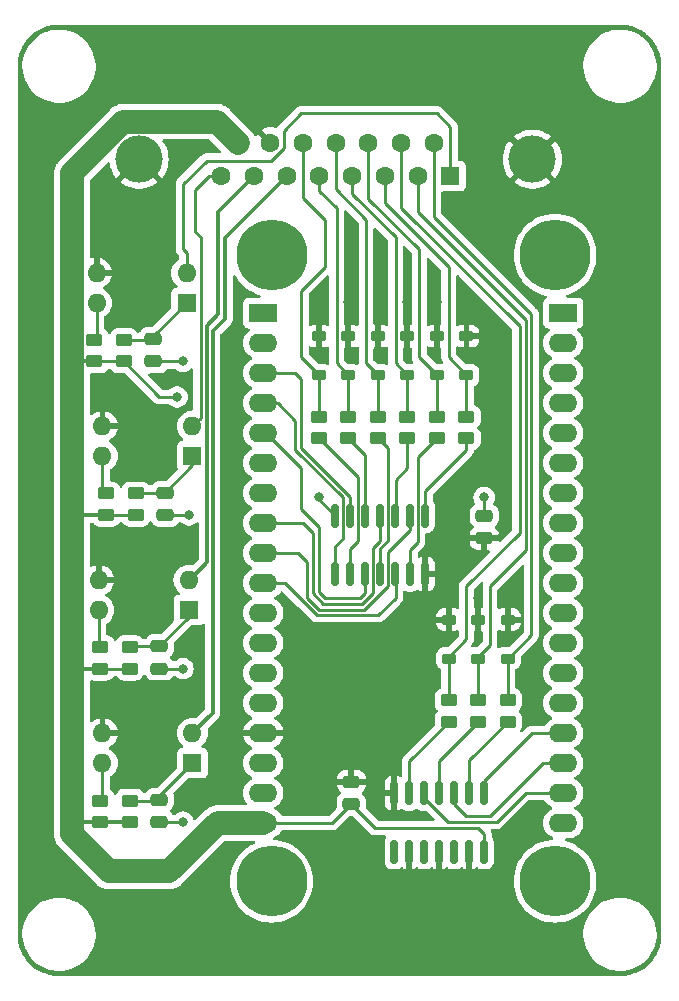
<source format=gbr>
G04 #@! TF.GenerationSoftware,KiCad,Pcbnew,7.0.7*
G04 #@! TF.CreationDate,2023-10-03T13:22:08+10:00*
G04 #@! TF.ProjectId,grbl_controller,6772626c-5f63-46f6-9e74-726f6c6c6572,rev?*
G04 #@! TF.SameCoordinates,Original*
G04 #@! TF.FileFunction,Copper,L1,Top*
G04 #@! TF.FilePolarity,Positive*
%FSLAX46Y46*%
G04 Gerber Fmt 4.6, Leading zero omitted, Abs format (unit mm)*
G04 Created by KiCad (PCBNEW 7.0.7) date 2023-10-03 13:22:08*
%MOMM*%
%LPD*%
G01*
G04 APERTURE LIST*
G04 Aperture macros list*
%AMRoundRect*
0 Rectangle with rounded corners*
0 $1 Rounding radius*
0 $2 $3 $4 $5 $6 $7 $8 $9 X,Y pos of 4 corners*
0 Add a 4 corners polygon primitive as box body*
4,1,4,$2,$3,$4,$5,$6,$7,$8,$9,$2,$3,0*
0 Add four circle primitives for the rounded corners*
1,1,$1+$1,$2,$3*
1,1,$1+$1,$4,$5*
1,1,$1+$1,$6,$7*
1,1,$1+$1,$8,$9*
0 Add four rect primitives between the rounded corners*
20,1,$1+$1,$2,$3,$4,$5,0*
20,1,$1+$1,$4,$5,$6,$7,0*
20,1,$1+$1,$6,$7,$8,$9,0*
20,1,$1+$1,$8,$9,$2,$3,0*%
G04 Aperture macros list end*
G04 #@! TA.AperFunction,SMDPad,CuDef*
%ADD10RoundRect,0.250000X0.450000X-0.262500X0.450000X0.262500X-0.450000X0.262500X-0.450000X-0.262500X0*%
G04 #@! TD*
G04 #@! TA.AperFunction,ComponentPad*
%ADD11R,1.600000X1.600000*%
G04 #@! TD*
G04 #@! TA.AperFunction,ComponentPad*
%ADD12O,1.600000X1.600000*%
G04 #@! TD*
G04 #@! TA.AperFunction,SMDPad,CuDef*
%ADD13RoundRect,0.225000X0.375000X-0.225000X0.375000X0.225000X-0.375000X0.225000X-0.375000X-0.225000X0*%
G04 #@! TD*
G04 #@! TA.AperFunction,SMDPad,CuDef*
%ADD14RoundRect,0.250000X-0.475000X0.250000X-0.475000X-0.250000X0.475000X-0.250000X0.475000X0.250000X0*%
G04 #@! TD*
G04 #@! TA.AperFunction,SMDPad,CuDef*
%ADD15RoundRect,0.150000X-0.150000X0.825000X-0.150000X-0.825000X0.150000X-0.825000X0.150000X0.825000X0*%
G04 #@! TD*
G04 #@! TA.AperFunction,ComponentPad*
%ADD16C,4.000000*%
G04 #@! TD*
G04 #@! TA.AperFunction,ComponentPad*
%ADD17C,1.600000*%
G04 #@! TD*
G04 #@! TA.AperFunction,SMDPad,CuDef*
%ADD18RoundRect,0.150000X0.150000X-0.825000X0.150000X0.825000X-0.150000X0.825000X-0.150000X-0.825000X0*%
G04 #@! TD*
G04 #@! TA.AperFunction,WasherPad*
%ADD19C,6.000000*%
G04 #@! TD*
G04 #@! TA.AperFunction,ComponentPad*
%ADD20R,2.400000X1.600000*%
G04 #@! TD*
G04 #@! TA.AperFunction,ComponentPad*
%ADD21O,2.400000X1.600000*%
G04 #@! TD*
G04 #@! TA.AperFunction,SMDPad,CuDef*
%ADD22RoundRect,0.250000X0.475000X-0.250000X0.475000X0.250000X-0.475000X0.250000X-0.475000X-0.250000X0*%
G04 #@! TD*
G04 #@! TA.AperFunction,ViaPad*
%ADD23C,0.800000*%
G04 #@! TD*
G04 #@! TA.AperFunction,Conductor*
%ADD24C,0.250000*%
G04 #@! TD*
G04 #@! TA.AperFunction,Conductor*
%ADD25C,0.300000*%
G04 #@! TD*
G04 #@! TA.AperFunction,Conductor*
%ADD26C,2.000000*%
G04 #@! TD*
G04 APERTURE END LIST*
D10*
X104000000Y-70000000D03*
X104000000Y-68175000D03*
D11*
X85300000Y-58540000D03*
D12*
X85300000Y-56000000D03*
X77680000Y-56000000D03*
X77680000Y-58540000D03*
D13*
X96500000Y-64650000D03*
X96500000Y-61350000D03*
D11*
X85500000Y-84540000D03*
D12*
X85500000Y-82000000D03*
X77880000Y-82000000D03*
X77880000Y-84540000D03*
D14*
X83500000Y-74600000D03*
X83500000Y-76500000D03*
D13*
X106500000Y-64650000D03*
X106500000Y-61350000D03*
X110000000Y-88650000D03*
X110000000Y-85350000D03*
D10*
X78500000Y-76500000D03*
X78500000Y-74675000D03*
D13*
X99000000Y-64650000D03*
X99000000Y-61350000D03*
D10*
X109000000Y-70000000D03*
X109000000Y-68175000D03*
X80000000Y-63500000D03*
X80000000Y-61675000D03*
D11*
X85800000Y-97500000D03*
D12*
X85800000Y-94960000D03*
X78180000Y-94960000D03*
X78180000Y-97500000D03*
D14*
X83000000Y-87600000D03*
X83000000Y-89500000D03*
D10*
X99000000Y-70000000D03*
X99000000Y-68175000D03*
X101500000Y-70000000D03*
X101500000Y-68175000D03*
D13*
X107500000Y-88650000D03*
X107500000Y-85350000D03*
X104000000Y-64650000D03*
X104000000Y-61350000D03*
D10*
X107500000Y-94000000D03*
X107500000Y-92175000D03*
X80500000Y-89500000D03*
X80500000Y-87675000D03*
X112500000Y-94000000D03*
X112500000Y-92175000D03*
X78000000Y-89500000D03*
X78000000Y-87675000D03*
D15*
X110500000Y-100050000D03*
X109230000Y-100050000D03*
X107960000Y-100050000D03*
X106690000Y-100050000D03*
X105420000Y-100050000D03*
X104150000Y-100050000D03*
X102880000Y-100050000D03*
X102880000Y-105000000D03*
X104150000Y-105000000D03*
X105420000Y-105000000D03*
X106690000Y-105000000D03*
X107960000Y-105000000D03*
X109230000Y-105000000D03*
X110500000Y-105000000D03*
D13*
X112500000Y-88650000D03*
X112500000Y-85350000D03*
D10*
X110000000Y-94000000D03*
X110000000Y-92175000D03*
D13*
X101500000Y-64650000D03*
X101500000Y-61350000D03*
D14*
X82500000Y-61600000D03*
X82500000Y-63500000D03*
D16*
X114580000Y-46380331D03*
X81280000Y-46380331D03*
D11*
X107625000Y-47800331D03*
D17*
X104855000Y-47800331D03*
X102085000Y-47800331D03*
X99315000Y-47800331D03*
X96545000Y-47800331D03*
X93775000Y-47800331D03*
X91005000Y-47800331D03*
X88235000Y-47800331D03*
X106240000Y-44960331D03*
X103470000Y-44960331D03*
X100700000Y-44960331D03*
X97930000Y-44960331D03*
X95160000Y-44960331D03*
X92390000Y-44960331D03*
X89620000Y-44960331D03*
D10*
X77500000Y-63500000D03*
X77500000Y-61675000D03*
X80500000Y-102500000D03*
X80500000Y-100675000D03*
D18*
X97880000Y-81500000D03*
X99150000Y-81500000D03*
X100420000Y-81500000D03*
X101690000Y-81500000D03*
X102960000Y-81500000D03*
X104230000Y-81500000D03*
X105500000Y-81500000D03*
X105500000Y-76550000D03*
X104230000Y-76550000D03*
X102960000Y-76550000D03*
X101690000Y-76550000D03*
X100420000Y-76550000D03*
X99150000Y-76550000D03*
X97880000Y-76550000D03*
D10*
X106500000Y-70000000D03*
X106500000Y-68175000D03*
D11*
X85800000Y-71500000D03*
D12*
X85800000Y-68960000D03*
X78180000Y-68960000D03*
X78180000Y-71500000D03*
D10*
X96500000Y-70000000D03*
X96500000Y-68175000D03*
D13*
X109000000Y-64650000D03*
X109000000Y-61350000D03*
D19*
X92500000Y-54500000D03*
X92500000Y-107500000D03*
X116500000Y-54500000D03*
X116500000Y-107500000D03*
D20*
X91800000Y-59397410D03*
D21*
X91800000Y-61937410D03*
X91800000Y-64477410D03*
X91800000Y-67017410D03*
X91800000Y-69557410D03*
X91800000Y-72097410D03*
X91800000Y-74637410D03*
X91800000Y-77177410D03*
X91800000Y-79717410D03*
X91800000Y-82257410D03*
X91800000Y-84797410D03*
X91800000Y-87337410D03*
X91800000Y-89877410D03*
X91800000Y-92417410D03*
X91800000Y-94957410D03*
X91800000Y-97497410D03*
X91800000Y-100037410D03*
X91800000Y-102577410D03*
X117200000Y-102577410D03*
X117200000Y-100037410D03*
X117200000Y-97497410D03*
X117200000Y-94957410D03*
X117200000Y-92417410D03*
X117200000Y-89877410D03*
X117200000Y-87337410D03*
X117200000Y-84797410D03*
X117200000Y-82257410D03*
X117200000Y-79717410D03*
X117200000Y-77177410D03*
X117200000Y-74637410D03*
X117200000Y-72097410D03*
X117200000Y-69557410D03*
X117200000Y-67017410D03*
X117200000Y-64477410D03*
X117200000Y-61937410D03*
D20*
X117200000Y-59397410D03*
D14*
X83000000Y-100600000D03*
X83000000Y-102500000D03*
X110500000Y-76550000D03*
X110500000Y-78450000D03*
D10*
X78000000Y-102500000D03*
X78000000Y-100675000D03*
X81000000Y-76500000D03*
X81000000Y-74675000D03*
D22*
X99240000Y-100975000D03*
X99240000Y-99075000D03*
D23*
X85000000Y-102500000D03*
X85000000Y-63500000D03*
X85000000Y-89500000D03*
X85500000Y-76500000D03*
X96500000Y-75000000D03*
X84500000Y-66500000D03*
X110500000Y-75000000D03*
X106500000Y-58500000D03*
X96500000Y-58500000D03*
X110000000Y-83500000D03*
X101500000Y-58500000D03*
X99000000Y-58500000D03*
X112500000Y-83500000D03*
X104000000Y-58500000D03*
X112000000Y-73000000D03*
X109000000Y-58500000D03*
D24*
X80500000Y-100675000D02*
X82925000Y-100675000D01*
X83000000Y-100600000D02*
X83000000Y-100300000D01*
X82925000Y-100675000D02*
X83000000Y-100600000D01*
X83000000Y-100300000D02*
X85800000Y-97500000D01*
D25*
X87500000Y-61500000D02*
X87500000Y-93260000D01*
X93775000Y-47800331D02*
X88567665Y-53007665D01*
X87500000Y-61500000D02*
X87500000Y-60960000D01*
X87500000Y-93260000D02*
X85800000Y-94960000D01*
X87500000Y-60960000D02*
X88567665Y-59892335D01*
D24*
X85000000Y-102500000D02*
X83000000Y-102500000D01*
D25*
X88567665Y-59892335D02*
X88567665Y-53007665D01*
D24*
X82500000Y-61600000D02*
X82500000Y-61340000D01*
X82425000Y-61675000D02*
X82500000Y-61600000D01*
X80000000Y-61675000D02*
X82425000Y-61675000D01*
X82500000Y-61340000D02*
X85300000Y-58540000D01*
X92441322Y-46500000D02*
X87000000Y-46500000D01*
X85300000Y-54300000D02*
X85300000Y-56000000D01*
X87000000Y-46500000D02*
X85000000Y-48500000D01*
X85000000Y-54000000D02*
X85300000Y-54300000D01*
X85000000Y-48500000D02*
X85000000Y-54000000D01*
X85000000Y-63500000D02*
X82500000Y-63500000D01*
X93515000Y-43985000D02*
X93515000Y-45426322D01*
X107625000Y-47800331D02*
X107625000Y-43625000D01*
X107625000Y-43625000D02*
X106500000Y-42500000D01*
X95000000Y-42500000D02*
X93515000Y-43985000D01*
X106500000Y-42500000D02*
X95000000Y-42500000D01*
X93515000Y-45426322D02*
X92441322Y-46500000D01*
X80575000Y-87600000D02*
X80500000Y-87675000D01*
X85500000Y-85100000D02*
X85500000Y-84540000D01*
X83000000Y-87600000D02*
X80575000Y-87600000D01*
X83000000Y-87600000D02*
X85500000Y-85100000D01*
X86950000Y-80550000D02*
X85500000Y-82000000D01*
D25*
X87000000Y-60500000D02*
X87000000Y-80500000D01*
D24*
X85000000Y-89500000D02*
X83000000Y-89500000D01*
D25*
X88000000Y-59500000D02*
X87000000Y-60500000D01*
X91005000Y-47800331D02*
X88000000Y-50805331D01*
X88000000Y-50805331D02*
X88000000Y-59500000D01*
X87000000Y-80500000D02*
X86950000Y-80550000D01*
X86975000Y-80525000D02*
X85500000Y-82000000D01*
D24*
X81075000Y-74600000D02*
X81000000Y-74675000D01*
X83500000Y-74600000D02*
X81075000Y-74600000D01*
X85800000Y-72300000D02*
X85800000Y-71500000D01*
X83500000Y-74600000D02*
X85800000Y-72300000D01*
X85500000Y-76500000D02*
X83500000Y-76500000D01*
X86000000Y-49000000D02*
X86000000Y-52500000D01*
X86000000Y-52500000D02*
X86500000Y-53000000D01*
X88235000Y-47800331D02*
X87199669Y-47800331D01*
X87199669Y-47800331D02*
X86000000Y-49000000D01*
X86500000Y-68260000D02*
X85800000Y-68960000D01*
X86500000Y-53000000D02*
X86500000Y-68260000D01*
X110500000Y-103500000D02*
X110000000Y-103000000D01*
D25*
X78000000Y-102500000D02*
X75600000Y-102500000D01*
X77500000Y-63500000D02*
X75600000Y-63500000D01*
D24*
X110000000Y-103000000D02*
X101265000Y-103000000D01*
D26*
X87922590Y-102577410D02*
X91800000Y-102577410D01*
X75600000Y-47534847D02*
X75600000Y-63500000D01*
D24*
X77500000Y-63500000D02*
X80000000Y-63500000D01*
D26*
X75600000Y-103540000D02*
X78740000Y-106680000D01*
D24*
X78500000Y-76500000D02*
X81000000Y-76500000D01*
D26*
X83820000Y-106680000D02*
X87922590Y-102577410D01*
D24*
X83000000Y-66500000D02*
X84500000Y-66500000D01*
D26*
X78740000Y-106680000D02*
X83820000Y-106680000D01*
D25*
X80500000Y-102500000D02*
X78000000Y-102500000D01*
D26*
X79954516Y-43180331D02*
X75600000Y-47534847D01*
X75600000Y-89500000D02*
X75600000Y-102500000D01*
D24*
X78000000Y-89500000D02*
X80500000Y-89500000D01*
D25*
X78000000Y-89500000D02*
X75600000Y-89500000D01*
D26*
X75600000Y-76500000D02*
X75600000Y-89500000D01*
X89620000Y-44960331D02*
X87840000Y-43180331D01*
D24*
X101265000Y-103000000D02*
X99240000Y-100975000D01*
X99240000Y-100975000D02*
X97637590Y-102577410D01*
X80000000Y-63500000D02*
X83000000Y-66500000D01*
X96500000Y-75170000D02*
X97880000Y-76550000D01*
D26*
X75600000Y-102500000D02*
X75600000Y-103540000D01*
D25*
X78500000Y-76500000D02*
X75600000Y-76500000D01*
D24*
X110500000Y-105000000D02*
X110500000Y-103500000D01*
X96500000Y-75000000D02*
X96500000Y-75170000D01*
D26*
X87840000Y-43180331D02*
X79954516Y-43180331D01*
X75600000Y-63500000D02*
X75600000Y-76500000D01*
D24*
X97637590Y-102577410D02*
X91800000Y-102577410D01*
X110500000Y-75000000D02*
X110500000Y-76550000D01*
X110000000Y-85350000D02*
X110000000Y-83500000D01*
D25*
X109000000Y-61350000D02*
X109000000Y-58500000D01*
D24*
X96500000Y-61350000D02*
X96500000Y-58500000D01*
X101500000Y-61350000D02*
X101500000Y-58500000D01*
D25*
X112000000Y-78000000D02*
X112000000Y-73000000D01*
X110500000Y-78450000D02*
X111550000Y-78450000D01*
D24*
X106500000Y-61350000D02*
X106500000Y-58500000D01*
X99000000Y-61350000D02*
X99000000Y-58500000D01*
X112500000Y-85350000D02*
X112500000Y-83500000D01*
X104000000Y-61350000D02*
X104000000Y-58500000D01*
D25*
X111550000Y-78450000D02*
X112000000Y-78000000D01*
D24*
X95000000Y-63150000D02*
X96500000Y-64650000D01*
X97000000Y-51500000D02*
X97000000Y-55500000D01*
X96500000Y-64650000D02*
X96500000Y-68175000D01*
X97000000Y-55500000D02*
X95000000Y-57500000D01*
X95160000Y-49660000D02*
X97000000Y-51500000D01*
X95000000Y-57500000D02*
X95000000Y-63150000D01*
X95160000Y-44960331D02*
X95160000Y-49660000D01*
X96545000Y-49045000D02*
X98000000Y-50500000D01*
X98000000Y-63650000D02*
X99000000Y-64650000D01*
X98000000Y-50500000D02*
X98000000Y-63650000D01*
X99000000Y-64650000D02*
X99000000Y-68175000D01*
X96545000Y-47800331D02*
X96545000Y-49045000D01*
X100500000Y-63650000D02*
X101500000Y-64650000D01*
X97930000Y-44960331D02*
X97930000Y-48930000D01*
X101500000Y-64650000D02*
X101500000Y-68175000D01*
X100500000Y-51500000D02*
X100500000Y-63650000D01*
X97930000Y-48930000D02*
X100500000Y-51500000D01*
X99315000Y-49315000D02*
X103000000Y-53000000D01*
X103000000Y-53000000D02*
X103000000Y-63650000D01*
X104000000Y-64650000D02*
X104000000Y-68175000D01*
X103000000Y-63650000D02*
X104000000Y-64650000D01*
X99315000Y-47800331D02*
X99315000Y-49315000D01*
X105000000Y-63150000D02*
X106500000Y-64650000D01*
X106500000Y-64650000D02*
X106500000Y-68175000D01*
X105000000Y-54000000D02*
X105000000Y-63150000D01*
X100700000Y-44960331D02*
X100700000Y-49700000D01*
X100700000Y-49700000D02*
X105000000Y-54000000D01*
X107500000Y-63150000D02*
X109000000Y-64650000D01*
X109000000Y-64650000D02*
X109000000Y-68175000D01*
X107500000Y-55500000D02*
X107500000Y-63150000D01*
X102085000Y-47800331D02*
X102085000Y-50085000D01*
X102085000Y-50085000D02*
X107500000Y-55500000D01*
X103470000Y-44960331D02*
X103470000Y-50470000D01*
X107500000Y-88500000D02*
X107500000Y-88650000D01*
X113500000Y-78000000D02*
X109000000Y-82500000D01*
X109000000Y-87000000D02*
X107500000Y-88500000D01*
X103470000Y-50470000D02*
X113500000Y-60500000D01*
X109000000Y-82500000D02*
X109000000Y-87000000D01*
X107500000Y-88650000D02*
X107500000Y-92175000D01*
X113500000Y-60500000D02*
X113500000Y-78000000D01*
X110000000Y-88650000D02*
X110000000Y-92175000D01*
X111000000Y-87500000D02*
X110000000Y-88500000D01*
X111000000Y-82500000D02*
X111000000Y-87500000D01*
X104855000Y-50855000D02*
X114000000Y-60000000D01*
X104855000Y-47800331D02*
X104855000Y-50855000D01*
X110000000Y-88500000D02*
X110000000Y-88650000D01*
X114000000Y-60000000D02*
X114000000Y-79500000D01*
X114000000Y-79500000D02*
X111000000Y-82500000D01*
X114500000Y-86650000D02*
X112500000Y-88650000D01*
X112500000Y-88650000D02*
X112500000Y-92175000D01*
X106240000Y-51240000D02*
X114500000Y-59500000D01*
X114500000Y-59500000D02*
X114500000Y-86650000D01*
X106240000Y-44960331D02*
X106240000Y-51240000D01*
X78180000Y-100495000D02*
X78180000Y-97500000D01*
X78000000Y-100675000D02*
X78180000Y-100495000D01*
X77680000Y-58540000D02*
X77680000Y-61495000D01*
X77680000Y-61495000D02*
X77500000Y-61675000D01*
X77880000Y-87555000D02*
X77880000Y-84540000D01*
X78000000Y-87675000D02*
X77880000Y-87555000D01*
X78180000Y-74355000D02*
X78500000Y-74675000D01*
X78180000Y-71500000D02*
X78180000Y-74355000D01*
X99795000Y-78705000D02*
X99795000Y-73295000D01*
X99795000Y-73295000D02*
X96500000Y-70000000D01*
X99150000Y-81500000D02*
X99150000Y-79350000D01*
X99150000Y-79350000D02*
X99795000Y-78705000D01*
X100420000Y-71420000D02*
X100420000Y-76550000D01*
X99000000Y-70000000D02*
X100420000Y-71420000D01*
X101690000Y-79310000D02*
X101690000Y-81500000D01*
X102315000Y-70815000D02*
X102315000Y-78685000D01*
X101500000Y-70000000D02*
X102315000Y-70815000D01*
X102315000Y-78685000D02*
X101690000Y-79310000D01*
X104000000Y-70000000D02*
X104000000Y-72500000D01*
X104000000Y-72500000D02*
X103000000Y-73500000D01*
X103000000Y-76510000D02*
X102960000Y-76550000D01*
X103000000Y-73500000D02*
X103000000Y-76510000D01*
X104230000Y-79420000D02*
X104875000Y-78775000D01*
X104875000Y-71625000D02*
X104875000Y-78775000D01*
X104230000Y-81500000D02*
X104230000Y-79420000D01*
X106500000Y-70000000D02*
X104875000Y-71625000D01*
X105500000Y-74500000D02*
X105500000Y-76550000D01*
X109000000Y-71000000D02*
X109000000Y-70000000D01*
X109000000Y-71000000D02*
X105500000Y-74500000D01*
X104150000Y-100050000D02*
X104150000Y-97350000D01*
X104150000Y-97350000D02*
X107500000Y-94000000D01*
X106690000Y-97310000D02*
X106690000Y-100050000D01*
X110000000Y-94000000D02*
X106690000Y-97310000D01*
X109230000Y-97270000D02*
X109230000Y-100050000D01*
X112500000Y-94000000D02*
X109230000Y-97270000D01*
X91800000Y-67017410D02*
X93017410Y-67017410D01*
X98505000Y-78495000D02*
X97880000Y-79120000D01*
X93017410Y-67017410D02*
X94500000Y-68500000D01*
X94500000Y-71000000D02*
X98505000Y-75005000D01*
X98505000Y-75005000D02*
X98505000Y-78495000D01*
X94500000Y-68500000D02*
X94500000Y-71000000D01*
X97880000Y-79120000D02*
X97880000Y-81500000D01*
X95000000Y-65000000D02*
X95000000Y-70850000D01*
X95000000Y-70850000D02*
X99150000Y-75000000D01*
X99150000Y-75000000D02*
X99150000Y-76550000D01*
X94477410Y-64477410D02*
X95000000Y-65000000D01*
X91800000Y-64477410D02*
X94477410Y-64477410D01*
X95000000Y-72500000D02*
X95000000Y-76000000D01*
X92057410Y-69557410D02*
X95000000Y-72500000D01*
X100420000Y-83080000D02*
X100420000Y-81500000D01*
X95000000Y-76000000D02*
X96500000Y-77500000D01*
X97000000Y-83500000D02*
X100000000Y-83500000D01*
X96500000Y-77500000D02*
X96500000Y-83000000D01*
X91800000Y-69557410D02*
X92057410Y-69557410D01*
X100000000Y-83500000D02*
X100420000Y-83080000D01*
X96500000Y-83000000D02*
X97000000Y-83500000D01*
X101045000Y-83091396D02*
X101045000Y-79318604D01*
X96863604Y-84000000D02*
X100136396Y-84000000D01*
X101690000Y-78673604D02*
X101690000Y-76550000D01*
X96000000Y-78000000D02*
X96000000Y-83136396D01*
X100136396Y-84000000D02*
X101045000Y-83091396D01*
X95177410Y-77177410D02*
X96000000Y-78000000D01*
X96000000Y-83136396D02*
X96863604Y-84000000D01*
X91800000Y-77177410D02*
X95177410Y-77177410D01*
X101045000Y-79318604D02*
X101690000Y-78673604D01*
X93621014Y-82257410D02*
X96313604Y-84950000D01*
X103000000Y-83500000D02*
X103000000Y-81540000D01*
X101550000Y-84950000D02*
X103000000Y-83500000D01*
X96313604Y-84950000D02*
X101550000Y-84950000D01*
X103000000Y-81540000D02*
X102960000Y-81500000D01*
X91800000Y-82257410D02*
X93621014Y-82257410D01*
X91800000Y-79717410D02*
X94717410Y-79717410D01*
X94717410Y-79717410D02*
X95500000Y-80500000D01*
X102335000Y-79665000D02*
X104230000Y-77770000D01*
X96500000Y-84500000D02*
X100336751Y-84500000D01*
X95500000Y-83500000D02*
X96500000Y-84500000D01*
X100336751Y-84500000D02*
X102335000Y-82501751D01*
X102335000Y-82501751D02*
X102335000Y-79665000D01*
X104230000Y-77770000D02*
X104230000Y-76550000D01*
X95500000Y-80500000D02*
X95500000Y-83500000D01*
X105420000Y-100050000D02*
X105420000Y-100426751D01*
X107443249Y-102450000D02*
X111550000Y-102450000D01*
X114037410Y-100037410D02*
X117200000Y-100037410D01*
X105420000Y-100426751D02*
X107443249Y-102450000D01*
X111550000Y-102450000D02*
X114000000Y-100000000D01*
X114000000Y-100000000D02*
X114037410Y-100037410D01*
X109000000Y-102000000D02*
X111000000Y-102000000D01*
X107960000Y-100960000D02*
X109000000Y-102000000D01*
X111000000Y-102000000D02*
X115502590Y-97497410D01*
X107960000Y-100050000D02*
X107960000Y-100960000D01*
X115502590Y-97497410D02*
X117200000Y-97497410D01*
X110500000Y-100050000D02*
X110500000Y-99000000D01*
X110500000Y-99000000D02*
X114542590Y-94957410D01*
X114542590Y-94957410D02*
X117200000Y-94957410D01*
G04 #@! TA.AperFunction,Conductor*
G36*
X108330703Y-56215738D02*
G01*
X108337166Y-56221756D01*
X110605336Y-58489926D01*
X112838181Y-60722771D01*
X112871666Y-60784094D01*
X112874500Y-60810452D01*
X112874500Y-77689546D01*
X112854815Y-77756585D01*
X112838181Y-77777227D01*
X111907885Y-78707523D01*
X111846562Y-78741008D01*
X111776870Y-78736024D01*
X111732523Y-78707523D01*
X111725000Y-78700000D01*
X110750000Y-78700000D01*
X110750000Y-79449999D01*
X110866047Y-79449999D01*
X110933086Y-79469684D01*
X110978841Y-79522488D01*
X110988785Y-79591646D01*
X110959760Y-79655202D01*
X110953728Y-79661680D01*
X108616208Y-81999199D01*
X108603951Y-82009020D01*
X108604134Y-82009241D01*
X108598123Y-82014213D01*
X108550772Y-82064636D01*
X108529889Y-82085519D01*
X108529877Y-82085532D01*
X108525621Y-82091017D01*
X108521837Y-82095447D01*
X108489937Y-82129418D01*
X108489936Y-82129420D01*
X108480284Y-82146976D01*
X108469610Y-82163226D01*
X108457329Y-82179061D01*
X108457324Y-82179068D01*
X108438815Y-82221838D01*
X108436245Y-82227084D01*
X108413803Y-82267906D01*
X108408822Y-82287307D01*
X108402521Y-82305710D01*
X108394562Y-82324102D01*
X108394561Y-82324105D01*
X108387271Y-82370127D01*
X108386087Y-82375846D01*
X108374501Y-82420972D01*
X108374500Y-82420982D01*
X108374500Y-82441016D01*
X108372973Y-82460415D01*
X108369840Y-82480194D01*
X108369840Y-82480195D01*
X108374225Y-82526583D01*
X108374500Y-82532421D01*
X108374500Y-84359098D01*
X108354815Y-84426137D01*
X108302011Y-84471892D01*
X108232853Y-84481836D01*
X108190108Y-84466342D01*
X108190032Y-84466507D01*
X108188183Y-84465645D01*
X108185405Y-84464638D01*
X108183488Y-84463455D01*
X108183481Y-84463452D01*
X108022606Y-84410144D01*
X107923322Y-84400000D01*
X107750000Y-84400000D01*
X107750000Y-86299999D01*
X107923308Y-86299999D01*
X107923322Y-86299998D01*
X108022607Y-86289855D01*
X108183481Y-86236547D01*
X108183482Y-86236546D01*
X108185395Y-86235367D01*
X108186891Y-86234957D01*
X108190032Y-86233493D01*
X108190282Y-86234029D01*
X108252786Y-86216922D01*
X108319451Y-86237839D01*
X108364225Y-86291478D01*
X108374500Y-86340901D01*
X108374500Y-86689546D01*
X108354815Y-86756585D01*
X108338181Y-86777227D01*
X107452226Y-87663181D01*
X107390903Y-87696666D01*
X107364545Y-87699500D01*
X107076663Y-87699500D01*
X107076644Y-87699501D01*
X106977292Y-87709650D01*
X106977289Y-87709651D01*
X106816305Y-87762996D01*
X106816294Y-87763001D01*
X106671959Y-87852029D01*
X106671955Y-87852032D01*
X106552032Y-87971955D01*
X106552029Y-87971959D01*
X106463001Y-88116294D01*
X106462996Y-88116305D01*
X106409651Y-88277290D01*
X106399500Y-88376647D01*
X106399500Y-88923337D01*
X106399501Y-88923355D01*
X106409650Y-89022707D01*
X106409651Y-89022710D01*
X106462996Y-89183694D01*
X106463001Y-89183705D01*
X106552029Y-89328040D01*
X106552032Y-89328044D01*
X106671956Y-89447968D01*
X106815600Y-89536569D01*
X106862321Y-89588514D01*
X106874500Y-89642105D01*
X106874500Y-91090483D01*
X106854815Y-91157522D01*
X106802011Y-91203277D01*
X106789510Y-91208186D01*
X106730666Y-91227685D01*
X106730666Y-91227686D01*
X106730663Y-91227687D01*
X106581342Y-91319789D01*
X106457289Y-91443842D01*
X106365187Y-91593163D01*
X106365185Y-91593168D01*
X106363194Y-91599177D01*
X106310001Y-91759703D01*
X106310001Y-91759704D01*
X106310000Y-91759704D01*
X106299500Y-91862483D01*
X106299500Y-92487501D01*
X106299501Y-92487519D01*
X106310000Y-92590296D01*
X106310001Y-92590299D01*
X106346167Y-92699440D01*
X106365186Y-92756834D01*
X106457288Y-92906156D01*
X106541686Y-92990554D01*
X106550951Y-92999819D01*
X106584435Y-93061143D01*
X106579451Y-93130834D01*
X106550951Y-93175181D01*
X106457287Y-93268845D01*
X106365187Y-93418163D01*
X106365185Y-93418168D01*
X106346168Y-93475557D01*
X106310001Y-93584703D01*
X106310001Y-93584704D01*
X106310000Y-93584704D01*
X106299500Y-93687483D01*
X106299500Y-94264545D01*
X106279815Y-94331584D01*
X106263181Y-94352226D01*
X103766208Y-96849199D01*
X103753951Y-96859020D01*
X103754134Y-96859241D01*
X103748123Y-96864213D01*
X103700772Y-96914636D01*
X103679889Y-96935519D01*
X103679877Y-96935532D01*
X103675621Y-96941017D01*
X103671837Y-96945447D01*
X103639937Y-96979418D01*
X103639936Y-96979420D01*
X103630284Y-96996976D01*
X103619610Y-97013226D01*
X103607329Y-97029061D01*
X103607324Y-97029068D01*
X103588815Y-97071838D01*
X103586245Y-97077084D01*
X103563803Y-97117906D01*
X103558822Y-97137307D01*
X103552521Y-97155710D01*
X103544562Y-97174102D01*
X103544561Y-97174105D01*
X103537271Y-97220127D01*
X103536087Y-97225846D01*
X103524501Y-97270972D01*
X103524500Y-97270982D01*
X103524500Y-97291016D01*
X103522973Y-97310415D01*
X103519840Y-97330194D01*
X103519840Y-97330195D01*
X103524225Y-97376583D01*
X103524500Y-97382421D01*
X103524500Y-98544888D01*
X103504815Y-98611927D01*
X103452011Y-98657682D01*
X103382853Y-98667626D01*
X103337380Y-98651621D01*
X103290194Y-98623716D01*
X103132494Y-98577900D01*
X103132497Y-98577900D01*
X103130000Y-98577703D01*
X103130000Y-101522295D01*
X103130001Y-101522295D01*
X103132486Y-101522100D01*
X103290198Y-101476281D01*
X103431550Y-101392686D01*
X103437717Y-101387903D01*
X103439630Y-101390369D01*
X103488222Y-101363802D01*
X103557917Y-101368749D01*
X103590762Y-101389853D01*
X103591969Y-101388298D01*
X103598132Y-101393078D01*
X103598135Y-101393081D01*
X103739602Y-101476744D01*
X103781224Y-101488836D01*
X103897426Y-101522597D01*
X103897429Y-101522597D01*
X103897431Y-101522598D01*
X103909722Y-101523565D01*
X103934304Y-101525500D01*
X103934306Y-101525500D01*
X104365696Y-101525500D01*
X104384131Y-101524049D01*
X104402569Y-101522598D01*
X104402571Y-101522597D01*
X104402573Y-101522597D01*
X104480974Y-101499819D01*
X104560398Y-101476744D01*
X104701865Y-101393081D01*
X104701868Y-101393077D01*
X104708026Y-101388301D01*
X104709927Y-101390752D01*
X104758579Y-101364154D01*
X104828274Y-101369103D01*
X104860700Y-101389942D01*
X104861974Y-101388301D01*
X104868139Y-101393084D01*
X104890245Y-101406157D01*
X105009602Y-101476744D01*
X105051224Y-101488836D01*
X105167426Y-101522597D01*
X105167429Y-101522597D01*
X105167431Y-101522598D01*
X105179722Y-101523565D01*
X105204304Y-101525500D01*
X105204306Y-101525500D01*
X105582797Y-101525500D01*
X105649836Y-101545185D01*
X105670478Y-101561819D01*
X106271477Y-102162819D01*
X106304962Y-102224142D01*
X106299978Y-102293834D01*
X106258106Y-102349767D01*
X106192642Y-102374184D01*
X106183796Y-102374500D01*
X101575453Y-102374500D01*
X101508414Y-102354815D01*
X101487772Y-102338181D01*
X100501818Y-101352227D01*
X100468333Y-101290904D01*
X100465499Y-101264555D01*
X100465499Y-100674992D01*
X100464554Y-100665744D01*
X100454999Y-100572203D01*
X100454998Y-100572200D01*
X100439156Y-100524392D01*
X100399814Y-100405666D01*
X100334639Y-100300000D01*
X102080000Y-100300000D01*
X102080000Y-100940644D01*
X102082899Y-100977489D01*
X102082900Y-100977495D01*
X102128716Y-101135193D01*
X102128717Y-101135196D01*
X102212314Y-101276552D01*
X102212321Y-101276561D01*
X102328438Y-101392678D01*
X102328447Y-101392685D01*
X102469801Y-101476281D01*
X102627514Y-101522100D01*
X102627511Y-101522100D01*
X102629998Y-101522295D01*
X102629999Y-101522294D01*
X102630000Y-100300000D01*
X102080000Y-100300000D01*
X100334639Y-100300000D01*
X100307712Y-100256344D01*
X100183656Y-100132288D01*
X100180342Y-100130243D01*
X100178546Y-100128248D01*
X100177989Y-100127807D01*
X100178064Y-100127711D01*
X100133618Y-100078297D01*
X100122397Y-100009334D01*
X100150240Y-99945252D01*
X100180348Y-99919165D01*
X100183342Y-99917318D01*
X100300660Y-99800000D01*
X102080000Y-99800000D01*
X102630000Y-99800000D01*
X102630000Y-98577703D01*
X102627503Y-98577900D01*
X102469806Y-98623716D01*
X102469803Y-98623717D01*
X102328447Y-98707314D01*
X102328438Y-98707321D01*
X102212321Y-98823438D01*
X102212314Y-98823447D01*
X102128717Y-98964803D01*
X102128716Y-98964806D01*
X102082900Y-99122504D01*
X102082899Y-99122510D01*
X102080000Y-99159356D01*
X102080000Y-99800000D01*
X100300660Y-99800000D01*
X100307315Y-99793345D01*
X100399356Y-99644124D01*
X100399358Y-99644119D01*
X100454505Y-99477697D01*
X100454506Y-99477690D01*
X100464999Y-99374986D01*
X100465000Y-99374973D01*
X100465000Y-99325000D01*
X98015001Y-99325000D01*
X98015001Y-99374986D01*
X98025494Y-99477697D01*
X98080641Y-99644119D01*
X98080643Y-99644124D01*
X98172684Y-99793345D01*
X98296655Y-99917316D01*
X98296659Y-99917319D01*
X98299656Y-99919168D01*
X98301279Y-99920972D01*
X98302323Y-99921798D01*
X98302181Y-99921976D01*
X98346381Y-99971116D01*
X98357602Y-100040079D01*
X98329759Y-100104161D01*
X98299661Y-100130241D01*
X98296349Y-100132283D01*
X98296343Y-100132288D01*
X98172289Y-100256342D01*
X98080187Y-100405663D01*
X98080185Y-100405666D01*
X98080186Y-100405666D01*
X98025001Y-100572203D01*
X98025001Y-100572204D01*
X98025000Y-100572204D01*
X98014500Y-100674983D01*
X98014500Y-101264545D01*
X97994815Y-101331584D01*
X97978181Y-101352226D01*
X97414818Y-101915591D01*
X97353495Y-101949076D01*
X97327137Y-101951910D01*
X93414188Y-101951910D01*
X93347149Y-101932225D01*
X93312613Y-101899033D01*
X93200045Y-101738268D01*
X93039141Y-101577364D01*
X92852733Y-101446841D01*
X92794724Y-101419791D01*
X92742285Y-101373618D01*
X92723134Y-101306424D01*
X92743350Y-101239543D01*
X92794721Y-101195029D01*
X92852734Y-101167978D01*
X93039139Y-101037457D01*
X93200047Y-100876549D01*
X93330568Y-100690144D01*
X93426739Y-100483906D01*
X93485635Y-100264102D01*
X93505225Y-100040186D01*
X93505468Y-100037411D01*
X93505468Y-100037408D01*
X93491814Y-99881342D01*
X93485635Y-99810718D01*
X93426739Y-99590914D01*
X93330568Y-99384676D01*
X93200047Y-99198271D01*
X93200045Y-99198268D01*
X93039141Y-99037364D01*
X92852734Y-98906842D01*
X92852728Y-98906839D01*
X92794725Y-98879792D01*
X92742285Y-98833620D01*
X92739828Y-98825000D01*
X98015000Y-98825000D01*
X98990000Y-98825000D01*
X98990000Y-98075000D01*
X99490000Y-98075000D01*
X99490000Y-98825000D01*
X100464999Y-98825000D01*
X100464999Y-98775028D01*
X100464998Y-98775013D01*
X100454505Y-98672302D01*
X100399358Y-98505880D01*
X100399356Y-98505875D01*
X100307315Y-98356654D01*
X100183345Y-98232684D01*
X100034124Y-98140643D01*
X100034119Y-98140641D01*
X99867697Y-98085494D01*
X99867690Y-98085493D01*
X99764986Y-98075000D01*
X99490000Y-98075000D01*
X98990000Y-98075000D01*
X98715029Y-98075000D01*
X98715012Y-98075001D01*
X98612302Y-98085494D01*
X98445880Y-98140641D01*
X98445875Y-98140643D01*
X98296654Y-98232684D01*
X98172684Y-98356654D01*
X98080643Y-98505875D01*
X98080641Y-98505880D01*
X98025494Y-98672302D01*
X98025493Y-98672309D01*
X98015000Y-98775013D01*
X98015000Y-98825000D01*
X92739828Y-98825000D01*
X92723133Y-98766427D01*
X92743348Y-98699545D01*
X92794725Y-98655028D01*
X92852734Y-98627978D01*
X93039139Y-98497457D01*
X93200047Y-98336549D01*
X93330568Y-98150144D01*
X93426739Y-97943906D01*
X93485635Y-97724102D01*
X93505468Y-97497410D01*
X93485635Y-97270718D01*
X93433972Y-97077908D01*
X93426741Y-97050921D01*
X93426738Y-97050912D01*
X93420290Y-97037084D01*
X93330568Y-96844676D01*
X93201861Y-96660861D01*
X93200045Y-96658268D01*
X93039141Y-96497364D01*
X92852734Y-96366842D01*
X92852732Y-96366841D01*
X92800434Y-96342454D01*
X92794132Y-96339515D01*
X92741694Y-96293344D01*
X92722542Y-96226150D01*
X92742758Y-96159269D01*
X92794134Y-96114751D01*
X92852484Y-96087542D01*
X93038820Y-95957067D01*
X93199657Y-95796230D01*
X93330134Y-95609892D01*
X93426265Y-95403736D01*
X93426269Y-95403727D01*
X93478872Y-95207410D01*
X92310576Y-95207410D01*
X92243537Y-95187725D01*
X92197782Y-95134921D01*
X92187838Y-95065763D01*
X92188103Y-95064013D01*
X92204986Y-94957413D01*
X92204986Y-94957406D01*
X92188103Y-94850807D01*
X92197058Y-94781514D01*
X92242054Y-94728062D01*
X92308806Y-94707423D01*
X92310576Y-94707410D01*
X93478872Y-94707410D01*
X93478872Y-94707409D01*
X93426269Y-94511092D01*
X93426265Y-94511083D01*
X93330134Y-94304927D01*
X93199657Y-94118589D01*
X93038820Y-93957752D01*
X92852482Y-93827275D01*
X92794133Y-93800067D01*
X92741694Y-93753894D01*
X92722542Y-93686701D01*
X92742758Y-93619820D01*
X92794129Y-93575305D01*
X92852734Y-93547978D01*
X93039139Y-93417457D01*
X93200047Y-93256549D01*
X93330568Y-93070144D01*
X93426739Y-92863906D01*
X93485635Y-92644102D01*
X93505468Y-92417410D01*
X93485635Y-92190718D01*
X93426739Y-91970914D01*
X93330568Y-91764676D01*
X93210478Y-91593168D01*
X93200045Y-91578268D01*
X93039141Y-91417364D01*
X92852734Y-91286842D01*
X92852728Y-91286839D01*
X92794725Y-91259792D01*
X92742285Y-91213620D01*
X92723133Y-91146427D01*
X92743348Y-91079545D01*
X92794725Y-91035028D01*
X92852734Y-91007978D01*
X93039139Y-90877457D01*
X93200047Y-90716549D01*
X93330568Y-90530144D01*
X93426739Y-90323906D01*
X93485635Y-90104102D01*
X93505468Y-89877410D01*
X93485635Y-89650718D01*
X93426739Y-89430914D01*
X93330568Y-89224676D01*
X93200047Y-89038271D01*
X93200045Y-89038268D01*
X93039141Y-88877364D01*
X92852734Y-88746842D01*
X92852728Y-88746839D01*
X92794725Y-88719792D01*
X92742285Y-88673620D01*
X92723133Y-88606427D01*
X92743348Y-88539545D01*
X92794725Y-88495028D01*
X92852734Y-88467978D01*
X93039139Y-88337457D01*
X93200047Y-88176549D01*
X93330568Y-87990144D01*
X93426739Y-87783906D01*
X93485635Y-87564102D01*
X93505468Y-87337410D01*
X93503109Y-87310452D01*
X93498948Y-87262882D01*
X93485635Y-87110718D01*
X93426739Y-86890914D01*
X93330568Y-86684676D01*
X93200047Y-86498271D01*
X93200045Y-86498268D01*
X93039141Y-86337364D01*
X92852734Y-86206842D01*
X92852728Y-86206839D01*
X92794725Y-86179792D01*
X92742285Y-86133620D01*
X92723133Y-86066427D01*
X92743348Y-85999545D01*
X92794725Y-85955028D01*
X92852734Y-85927978D01*
X93039139Y-85797457D01*
X93200047Y-85636549D01*
X93225639Y-85600000D01*
X106400001Y-85600000D01*
X106400001Y-85623322D01*
X106410144Y-85722607D01*
X106463452Y-85883481D01*
X106463457Y-85883492D01*
X106552424Y-86027728D01*
X106552427Y-86027732D01*
X106672267Y-86147572D01*
X106672271Y-86147575D01*
X106816507Y-86236542D01*
X106816518Y-86236547D01*
X106977393Y-86289855D01*
X107076683Y-86299999D01*
X107249999Y-86299999D01*
X107250000Y-86299998D01*
X107250000Y-85600000D01*
X106400001Y-85600000D01*
X93225639Y-85600000D01*
X93330568Y-85450144D01*
X93426739Y-85243906D01*
X93485635Y-85024102D01*
X93505468Y-84797410D01*
X93485635Y-84570718D01*
X93426739Y-84350914D01*
X93330568Y-84144676D01*
X93200047Y-83958271D01*
X93200045Y-83958268D01*
X93039141Y-83797364D01*
X92852734Y-83666842D01*
X92852728Y-83666839D01*
X92794725Y-83639792D01*
X92742285Y-83593620D01*
X92723133Y-83526427D01*
X92743348Y-83459545D01*
X92794725Y-83415028D01*
X92852734Y-83387978D01*
X93039139Y-83257457D01*
X93200047Y-83096549D01*
X93269936Y-82996735D01*
X93324512Y-82953111D01*
X93394011Y-82945917D01*
X93456365Y-82977439D01*
X93459190Y-82980176D01*
X94755013Y-84276000D01*
X95812801Y-85333788D01*
X95822626Y-85346051D01*
X95822847Y-85345869D01*
X95827818Y-85351878D01*
X95848647Y-85371437D01*
X95878239Y-85399226D01*
X95899133Y-85420120D01*
X95904615Y-85424373D01*
X95909047Y-85428157D01*
X95943022Y-85460062D01*
X95960580Y-85469714D01*
X95976839Y-85480395D01*
X95992668Y-85492673D01*
X96035442Y-85511182D01*
X96040660Y-85513738D01*
X96081512Y-85536197D01*
X96100920Y-85541180D01*
X96119321Y-85547480D01*
X96137708Y-85555437D01*
X96181092Y-85562308D01*
X96183723Y-85562725D01*
X96189443Y-85563909D01*
X96234585Y-85575500D01*
X96254620Y-85575500D01*
X96274018Y-85577026D01*
X96293798Y-85580159D01*
X96293799Y-85580160D01*
X96293799Y-85580159D01*
X96293800Y-85580160D01*
X96340187Y-85575775D01*
X96346026Y-85575500D01*
X101467257Y-85575500D01*
X101482877Y-85577224D01*
X101482904Y-85576939D01*
X101490660Y-85577671D01*
X101490667Y-85577673D01*
X101559814Y-85575500D01*
X101589350Y-85575500D01*
X101596228Y-85574630D01*
X101602041Y-85574172D01*
X101648627Y-85572709D01*
X101667869Y-85567117D01*
X101686912Y-85563174D01*
X101706792Y-85560664D01*
X101750122Y-85543507D01*
X101755646Y-85541617D01*
X101761057Y-85540045D01*
X101800390Y-85528618D01*
X101817629Y-85518422D01*
X101835103Y-85509862D01*
X101853727Y-85502488D01*
X101853727Y-85502487D01*
X101853732Y-85502486D01*
X101891449Y-85475082D01*
X101896305Y-85471892D01*
X101936420Y-85448170D01*
X101950589Y-85433999D01*
X101965379Y-85421368D01*
X101981587Y-85409594D01*
X102011299Y-85373676D01*
X102015212Y-85369376D01*
X102284588Y-85100000D01*
X106400000Y-85100000D01*
X107250000Y-85100000D01*
X107250000Y-84400000D01*
X107076693Y-84400000D01*
X107076676Y-84400001D01*
X106977392Y-84410144D01*
X106816518Y-84463452D01*
X106816507Y-84463457D01*
X106672271Y-84552424D01*
X106672267Y-84552427D01*
X106552427Y-84672267D01*
X106552424Y-84672271D01*
X106463457Y-84816507D01*
X106463452Y-84816518D01*
X106410144Y-84977393D01*
X106400000Y-85076677D01*
X106400000Y-85100000D01*
X102284588Y-85100000D01*
X103383786Y-84000802D01*
X103396048Y-83990980D01*
X103395865Y-83990759D01*
X103401867Y-83985792D01*
X103401877Y-83985786D01*
X103449241Y-83935348D01*
X103470120Y-83914470D01*
X103474373Y-83908986D01*
X103478150Y-83904563D01*
X103510062Y-83870582D01*
X103519714Y-83853023D01*
X103530389Y-83836772D01*
X103542674Y-83820936D01*
X103561186Y-83778152D01*
X103563742Y-83772935D01*
X103586197Y-83732092D01*
X103591180Y-83712680D01*
X103597477Y-83694291D01*
X103605438Y-83675895D01*
X103612729Y-83629853D01*
X103613908Y-83624162D01*
X103625500Y-83579019D01*
X103625500Y-83558982D01*
X103627027Y-83539582D01*
X103628955Y-83527410D01*
X103630160Y-83519804D01*
X103625775Y-83473415D01*
X103625500Y-83467577D01*
X103625500Y-83029347D01*
X103645185Y-82962308D01*
X103697989Y-82916553D01*
X103767147Y-82906609D01*
X103812621Y-82922615D01*
X103819602Y-82926744D01*
X103861224Y-82938836D01*
X103977426Y-82972597D01*
X103977429Y-82972597D01*
X103977431Y-82972598D01*
X103989722Y-82973565D01*
X104014304Y-82975500D01*
X104014306Y-82975500D01*
X104445696Y-82975500D01*
X104464131Y-82974049D01*
X104482569Y-82972598D01*
X104482571Y-82972597D01*
X104482573Y-82972597D01*
X104549643Y-82953111D01*
X104640398Y-82926744D01*
X104781865Y-82843081D01*
X104781868Y-82843077D01*
X104788026Y-82838301D01*
X104789839Y-82840638D01*
X104838949Y-82813798D01*
X104908643Y-82818756D01*
X104940996Y-82839551D01*
X104942278Y-82837900D01*
X104948447Y-82842685D01*
X105089801Y-82926281D01*
X105247514Y-82972100D01*
X105247511Y-82972100D01*
X105249998Y-82972295D01*
X105250000Y-82972295D01*
X105749999Y-82972295D01*
X105750001Y-82972295D01*
X105752486Y-82972100D01*
X105910198Y-82926281D01*
X106051552Y-82842685D01*
X106051561Y-82842678D01*
X106167678Y-82726561D01*
X106167685Y-82726552D01*
X106251282Y-82585196D01*
X106251283Y-82585193D01*
X106297099Y-82427495D01*
X106297100Y-82427489D01*
X106300000Y-82390644D01*
X106300000Y-81750000D01*
X105750000Y-81750000D01*
X105749999Y-82972295D01*
X105250000Y-82972295D01*
X105250000Y-80027703D01*
X105750000Y-80027703D01*
X105750000Y-81250000D01*
X106300000Y-81250000D01*
X106300000Y-80609356D01*
X106297100Y-80572510D01*
X106297099Y-80572504D01*
X106251283Y-80414806D01*
X106251282Y-80414803D01*
X106167685Y-80273447D01*
X106167678Y-80273438D01*
X106051561Y-80157321D01*
X106051552Y-80157314D01*
X105910196Y-80073717D01*
X105910193Y-80073716D01*
X105752494Y-80027900D01*
X105752497Y-80027900D01*
X105750000Y-80027703D01*
X105250000Y-80027703D01*
X105247503Y-80027900D01*
X105089806Y-80073716D01*
X105089805Y-80073716D01*
X105042620Y-80101621D01*
X104974895Y-80118802D01*
X104908633Y-80096642D01*
X104864871Y-80042176D01*
X104855500Y-79994888D01*
X104855500Y-79730451D01*
X104875185Y-79663412D01*
X104891819Y-79642770D01*
X105071320Y-79463269D01*
X105258786Y-79275802D01*
X105271048Y-79265980D01*
X105270865Y-79265759D01*
X105276867Y-79260792D01*
X105276877Y-79260786D01*
X105324241Y-79210348D01*
X105345120Y-79189470D01*
X105349373Y-79183986D01*
X105353150Y-79179563D01*
X105385062Y-79145582D01*
X105394714Y-79128023D01*
X105405389Y-79111772D01*
X105417674Y-79095936D01*
X105436186Y-79053152D01*
X105438742Y-79047935D01*
X105461197Y-79007092D01*
X105466180Y-78987680D01*
X105472477Y-78969291D01*
X105480438Y-78950895D01*
X105487729Y-78904853D01*
X105488908Y-78899162D01*
X105500500Y-78854019D01*
X105500500Y-78833983D01*
X105502027Y-78814582D01*
X105505160Y-78794804D01*
X105500775Y-78748415D01*
X105500500Y-78742577D01*
X105500500Y-78700000D01*
X109275001Y-78700000D01*
X109275001Y-78749986D01*
X109285494Y-78852697D01*
X109340641Y-79019119D01*
X109340643Y-79019124D01*
X109432684Y-79168345D01*
X109556654Y-79292315D01*
X109705875Y-79384356D01*
X109705880Y-79384358D01*
X109872302Y-79439505D01*
X109872309Y-79439506D01*
X109975019Y-79449999D01*
X110249999Y-79449999D01*
X110250000Y-79449998D01*
X110250000Y-78700000D01*
X109275001Y-78700000D01*
X105500500Y-78700000D01*
X105500500Y-78149500D01*
X105520185Y-78082461D01*
X105572989Y-78036706D01*
X105624500Y-78025500D01*
X105715696Y-78025500D01*
X105734131Y-78024049D01*
X105752569Y-78022598D01*
X105752571Y-78022597D01*
X105752573Y-78022597D01*
X105801435Y-78008401D01*
X105910398Y-77976744D01*
X106051865Y-77893081D01*
X106168081Y-77776865D01*
X106251744Y-77635398D01*
X106290936Y-77500499D01*
X106297597Y-77477573D01*
X106297598Y-77477567D01*
X106300500Y-77440696D01*
X106300500Y-76850001D01*
X109274500Y-76850001D01*
X109274501Y-76850019D01*
X109285000Y-76952796D01*
X109285001Y-76952799D01*
X109327221Y-77080209D01*
X109340186Y-77119334D01*
X109432288Y-77268656D01*
X109556344Y-77392712D01*
X109559628Y-77394737D01*
X109559653Y-77394753D01*
X109561445Y-77396746D01*
X109562011Y-77397193D01*
X109561934Y-77397289D01*
X109606379Y-77446699D01*
X109617603Y-77515661D01*
X109589761Y-77579744D01*
X109559665Y-77605826D01*
X109556660Y-77607679D01*
X109556655Y-77607683D01*
X109432684Y-77731654D01*
X109340643Y-77880875D01*
X109340641Y-77880880D01*
X109285494Y-78047302D01*
X109285493Y-78047309D01*
X109275000Y-78150013D01*
X109275000Y-78200000D01*
X111724999Y-78200000D01*
X111724999Y-78150028D01*
X111724998Y-78150013D01*
X111714505Y-78047302D01*
X111659358Y-77880880D01*
X111659356Y-77880875D01*
X111567315Y-77731654D01*
X111443344Y-77607683D01*
X111443341Y-77607681D01*
X111440339Y-77605829D01*
X111438713Y-77604021D01*
X111437677Y-77603202D01*
X111437817Y-77603024D01*
X111393617Y-77553880D01*
X111382397Y-77484917D01*
X111410243Y-77420836D01*
X111440344Y-77394754D01*
X111443656Y-77392712D01*
X111567712Y-77268656D01*
X111659814Y-77119334D01*
X111714999Y-76952797D01*
X111725500Y-76850009D01*
X111725499Y-76249992D01*
X111720404Y-76200119D01*
X111714999Y-76147203D01*
X111714998Y-76147200D01*
X111698901Y-76098624D01*
X111659814Y-75980666D01*
X111567712Y-75831344D01*
X111443656Y-75707288D01*
X111315949Y-75628518D01*
X111269226Y-75576571D01*
X111258003Y-75507608D01*
X111273657Y-75460985D01*
X111327179Y-75368284D01*
X111385674Y-75188256D01*
X111405460Y-75000000D01*
X111385674Y-74811744D01*
X111327179Y-74631716D01*
X111232533Y-74467784D01*
X111105871Y-74327112D01*
X111105870Y-74327111D01*
X110952734Y-74215851D01*
X110952729Y-74215848D01*
X110779807Y-74138857D01*
X110779802Y-74138855D01*
X110634000Y-74107865D01*
X110594646Y-74099500D01*
X110405354Y-74099500D01*
X110372897Y-74106398D01*
X110220197Y-74138855D01*
X110220192Y-74138857D01*
X110047270Y-74215848D01*
X110047265Y-74215851D01*
X109894129Y-74327111D01*
X109767466Y-74467785D01*
X109672821Y-74631715D01*
X109672818Y-74631722D01*
X109614327Y-74811740D01*
X109614326Y-74811744D01*
X109594540Y-75000000D01*
X109614326Y-75188256D01*
X109614327Y-75188259D01*
X109672818Y-75368277D01*
X109672821Y-75368284D01*
X109726339Y-75460980D01*
X109742812Y-75528881D01*
X109719959Y-75594907D01*
X109684049Y-75628519D01*
X109556342Y-75707289D01*
X109432289Y-75831342D01*
X109340187Y-75980663D01*
X109340185Y-75980666D01*
X109340186Y-75980666D01*
X109285001Y-76147203D01*
X109285001Y-76147204D01*
X109285000Y-76147204D01*
X109274500Y-76249983D01*
X109274500Y-76850001D01*
X106300500Y-76850001D01*
X106300500Y-75659304D01*
X106297598Y-75622432D01*
X106297597Y-75622426D01*
X106260985Y-75496411D01*
X106251744Y-75464602D01*
X106168081Y-75323135D01*
X106168079Y-75323133D01*
X106168076Y-75323129D01*
X106161819Y-75316872D01*
X106128334Y-75255549D01*
X106125500Y-75229191D01*
X106125500Y-74810452D01*
X106145185Y-74743413D01*
X106161819Y-74722771D01*
X107749500Y-73135090D01*
X109383788Y-71500801D01*
X109396042Y-71490986D01*
X109395859Y-71490764D01*
X109401866Y-71485792D01*
X109401877Y-71485786D01*
X109440482Y-71444676D01*
X109449227Y-71435364D01*
X109459671Y-71424918D01*
X109470120Y-71414471D01*
X109474379Y-71408978D01*
X109478152Y-71404561D01*
X109510062Y-71370582D01*
X109519713Y-71353024D01*
X109530396Y-71336761D01*
X109542673Y-71320936D01*
X109561185Y-71278153D01*
X109563738Y-71272941D01*
X109586197Y-71232092D01*
X109591180Y-71212680D01*
X109597481Y-71194280D01*
X109605437Y-71175896D01*
X109612729Y-71129852D01*
X109613906Y-71124171D01*
X109625500Y-71079019D01*
X109625500Y-71079010D01*
X109626478Y-71071276D01*
X109629283Y-71071630D01*
X109645185Y-71017477D01*
X109697989Y-70971722D01*
X109710489Y-70966812D01*
X109769334Y-70947314D01*
X109918656Y-70855212D01*
X110042712Y-70731156D01*
X110134814Y-70581834D01*
X110189999Y-70415297D01*
X110200500Y-70312509D01*
X110200499Y-69687492D01*
X110189999Y-69584703D01*
X110134814Y-69418166D01*
X110042712Y-69268844D01*
X109949049Y-69175181D01*
X109915564Y-69113858D01*
X109920548Y-69044166D01*
X109949049Y-68999819D01*
X109988872Y-68959996D01*
X110042712Y-68906156D01*
X110134814Y-68756834D01*
X110189999Y-68590297D01*
X110200500Y-68487509D01*
X110200499Y-67862492D01*
X110189999Y-67759703D01*
X110134814Y-67593166D01*
X110042712Y-67443844D01*
X109918656Y-67319788D01*
X109769334Y-67227686D01*
X109710493Y-67208188D01*
X109653051Y-67168416D01*
X109626228Y-67103900D01*
X109625500Y-67090483D01*
X109625500Y-65642105D01*
X109645185Y-65575066D01*
X109684398Y-65536570D01*
X109828044Y-65447968D01*
X109947968Y-65328044D01*
X110037003Y-65183697D01*
X110090349Y-65022708D01*
X110100500Y-64923345D01*
X110100499Y-64376656D01*
X110098914Y-64361144D01*
X110090349Y-64277292D01*
X110090348Y-64277289D01*
X110081541Y-64250712D01*
X110037003Y-64116303D01*
X110036999Y-64116297D01*
X110036998Y-64116294D01*
X109947970Y-63971959D01*
X109947967Y-63971955D01*
X109828044Y-63852032D01*
X109828040Y-63852029D01*
X109683705Y-63763001D01*
X109683699Y-63762998D01*
X109683697Y-63762997D01*
X109561922Y-63722645D01*
X109522709Y-63709651D01*
X109423352Y-63699500D01*
X109423345Y-63699500D01*
X108985453Y-63699500D01*
X108918414Y-63679815D01*
X108897772Y-63663181D01*
X108161819Y-62927228D01*
X108128334Y-62865905D01*
X108125500Y-62839547D01*
X108125500Y-62340901D01*
X108145185Y-62273862D01*
X108197989Y-62228107D01*
X108267147Y-62218163D01*
X108309891Y-62233658D01*
X108309968Y-62233493D01*
X108311828Y-62234360D01*
X108314605Y-62235367D01*
X108316517Y-62236546D01*
X108316518Y-62236547D01*
X108477393Y-62289855D01*
X108576683Y-62299999D01*
X108749999Y-62299999D01*
X108750000Y-62299998D01*
X108750000Y-61600000D01*
X109250000Y-61600000D01*
X109250000Y-62299999D01*
X109423308Y-62299999D01*
X109423322Y-62299998D01*
X109522607Y-62289855D01*
X109683481Y-62236547D01*
X109683492Y-62236542D01*
X109827728Y-62147575D01*
X109827732Y-62147572D01*
X109947572Y-62027732D01*
X109947575Y-62027728D01*
X110036542Y-61883492D01*
X110036547Y-61883481D01*
X110089855Y-61722606D01*
X110099999Y-61623322D01*
X110100000Y-61623309D01*
X110100000Y-61600000D01*
X109250000Y-61600000D01*
X108750000Y-61600000D01*
X108750000Y-60400000D01*
X109250000Y-60400000D01*
X109250000Y-61100000D01*
X110099999Y-61100000D01*
X110099999Y-61076692D01*
X110099998Y-61076677D01*
X110089855Y-60977392D01*
X110036547Y-60816518D01*
X110036542Y-60816507D01*
X109947575Y-60672271D01*
X109947572Y-60672267D01*
X109827732Y-60552427D01*
X109827728Y-60552424D01*
X109683492Y-60463457D01*
X109683481Y-60463452D01*
X109522606Y-60410144D01*
X109423322Y-60400000D01*
X109250000Y-60400000D01*
X108750000Y-60400000D01*
X108576693Y-60400000D01*
X108576676Y-60400001D01*
X108477392Y-60410144D01*
X108316518Y-60463452D01*
X108316511Y-60463455D01*
X108314595Y-60464638D01*
X108313097Y-60465047D01*
X108309968Y-60466507D01*
X108309718Y-60465972D01*
X108247203Y-60483077D01*
X108180539Y-60462154D01*
X108135771Y-60408511D01*
X108125500Y-60359098D01*
X108125500Y-56309451D01*
X108145185Y-56242412D01*
X108197989Y-56196657D01*
X108267147Y-56186713D01*
X108330703Y-56215738D01*
G37*
G04 #@! TD.AperFunction*
G04 #@! TA.AperFunction,Conductor*
G36*
X89423367Y-56192334D02*
G01*
X89452647Y-56229749D01*
X89464316Y-56252650D01*
X89464318Y-56252654D01*
X89664147Y-56560364D01*
X89738947Y-56652734D01*
X89895051Y-56845506D01*
X90154494Y-57104949D01*
X90186131Y-57130568D01*
X90439635Y-57335852D01*
X90688816Y-57497671D01*
X90747348Y-57535682D01*
X91074264Y-57702255D01*
X91181485Y-57743413D01*
X91416795Y-57833740D01*
X91416797Y-57833740D01*
X91416801Y-57833742D01*
X91489182Y-57853136D01*
X91548841Y-57889500D01*
X91579370Y-57952346D01*
X91571076Y-58021722D01*
X91526591Y-58075600D01*
X91460039Y-58096875D01*
X91457087Y-58096910D01*
X90552129Y-58096910D01*
X90552123Y-58096911D01*
X90492516Y-58103318D01*
X90357671Y-58153612D01*
X90357664Y-58153616D01*
X90242455Y-58239862D01*
X90242452Y-58239865D01*
X90156206Y-58355074D01*
X90156202Y-58355081D01*
X90105908Y-58489927D01*
X90100525Y-58540000D01*
X90099501Y-58549533D01*
X90099500Y-58549545D01*
X90099500Y-60245280D01*
X90099501Y-60245286D01*
X90105908Y-60304893D01*
X90156202Y-60439738D01*
X90156206Y-60439745D01*
X90242452Y-60554954D01*
X90242455Y-60554957D01*
X90357664Y-60641203D01*
X90357671Y-60641207D01*
X90402618Y-60657970D01*
X90492517Y-60691501D01*
X90527596Y-60695272D01*
X90592144Y-60722009D01*
X90631993Y-60779401D01*
X90634488Y-60849226D01*
X90598836Y-60909315D01*
X90585464Y-60920135D01*
X90560858Y-60937364D01*
X90399954Y-61098268D01*
X90269432Y-61284675D01*
X90269431Y-61284677D01*
X90173261Y-61490912D01*
X90173258Y-61490921D01*
X90114366Y-61710712D01*
X90114364Y-61710723D01*
X90094532Y-61937408D01*
X90094532Y-61937411D01*
X90114364Y-62164096D01*
X90114366Y-62164107D01*
X90173258Y-62383898D01*
X90173261Y-62383907D01*
X90269431Y-62590142D01*
X90269432Y-62590144D01*
X90399954Y-62776551D01*
X90560858Y-62937455D01*
X90604173Y-62967784D01*
X90747266Y-63067978D01*
X90805275Y-63095028D01*
X90857714Y-63141201D01*
X90876866Y-63208394D01*
X90856650Y-63275275D01*
X90805275Y-63319792D01*
X90747267Y-63346841D01*
X90747265Y-63346842D01*
X90560858Y-63477364D01*
X90399954Y-63638268D01*
X90269432Y-63824675D01*
X90269431Y-63824677D01*
X90173261Y-64030912D01*
X90173258Y-64030921D01*
X90114366Y-64250712D01*
X90114364Y-64250723D01*
X90094532Y-64477408D01*
X90094532Y-64477411D01*
X90114364Y-64704096D01*
X90114366Y-64704107D01*
X90173258Y-64923898D01*
X90173261Y-64923907D01*
X90269431Y-65130142D01*
X90269432Y-65130144D01*
X90399954Y-65316551D01*
X90560858Y-65477455D01*
X90699383Y-65574450D01*
X90747266Y-65607978D01*
X90805278Y-65635029D01*
X90857713Y-65681198D01*
X90876866Y-65748392D01*
X90856651Y-65815273D01*
X90805277Y-65859790D01*
X90747268Y-65886840D01*
X90747265Y-65886842D01*
X90560858Y-66017364D01*
X90399954Y-66178268D01*
X90269432Y-66364675D01*
X90269431Y-66364677D01*
X90173261Y-66570912D01*
X90173258Y-66570921D01*
X90114366Y-66790712D01*
X90114364Y-66790723D01*
X90094532Y-67017408D01*
X90094532Y-67017411D01*
X90114364Y-67244096D01*
X90114366Y-67244107D01*
X90173258Y-67463898D01*
X90173261Y-67463907D01*
X90269431Y-67670142D01*
X90269432Y-67670144D01*
X90399954Y-67856551D01*
X90560858Y-68017455D01*
X90560861Y-68017457D01*
X90747266Y-68147978D01*
X90805275Y-68175028D01*
X90857714Y-68221201D01*
X90876866Y-68288394D01*
X90856650Y-68355275D01*
X90805275Y-68399792D01*
X90747267Y-68426841D01*
X90747265Y-68426842D01*
X90560858Y-68557364D01*
X90399954Y-68718268D01*
X90269432Y-68904675D01*
X90269431Y-68904677D01*
X90173261Y-69110912D01*
X90173258Y-69110921D01*
X90114366Y-69330712D01*
X90114364Y-69330723D01*
X90094532Y-69557408D01*
X90094532Y-69557411D01*
X90114364Y-69784096D01*
X90114366Y-69784107D01*
X90173258Y-70003898D01*
X90173261Y-70003907D01*
X90269431Y-70210142D01*
X90269432Y-70210144D01*
X90399954Y-70396551D01*
X90560858Y-70557455D01*
X90560861Y-70557457D01*
X90747266Y-70687978D01*
X90805275Y-70715028D01*
X90857714Y-70761201D01*
X90876866Y-70828394D01*
X90856650Y-70895275D01*
X90805275Y-70939792D01*
X90747267Y-70966841D01*
X90747265Y-70966842D01*
X90560858Y-71097364D01*
X90399954Y-71258268D01*
X90269432Y-71444675D01*
X90269431Y-71444677D01*
X90173261Y-71650912D01*
X90173258Y-71650921D01*
X90114366Y-71870712D01*
X90114364Y-71870723D01*
X90094532Y-72097408D01*
X90094532Y-72097411D01*
X90114364Y-72324096D01*
X90114366Y-72324107D01*
X90173258Y-72543898D01*
X90173261Y-72543907D01*
X90269431Y-72750142D01*
X90269432Y-72750144D01*
X90399954Y-72936551D01*
X90560858Y-73097455D01*
X90560861Y-73097457D01*
X90747266Y-73227978D01*
X90778222Y-73242413D01*
X90805275Y-73255028D01*
X90857714Y-73301201D01*
X90876866Y-73368394D01*
X90856650Y-73435275D01*
X90805275Y-73479792D01*
X90747267Y-73506841D01*
X90747265Y-73506842D01*
X90560858Y-73637364D01*
X90399954Y-73798268D01*
X90269432Y-73984675D01*
X90269431Y-73984677D01*
X90173261Y-74190912D01*
X90173258Y-74190921D01*
X90114366Y-74410712D01*
X90114364Y-74410723D01*
X90094532Y-74637408D01*
X90094532Y-74637411D01*
X90114364Y-74864096D01*
X90114366Y-74864107D01*
X90173258Y-75083898D01*
X90173261Y-75083907D01*
X90269431Y-75290142D01*
X90269432Y-75290144D01*
X90399954Y-75476551D01*
X90560858Y-75637455D01*
X90562859Y-75638856D01*
X90747266Y-75767978D01*
X90805275Y-75795028D01*
X90857714Y-75841201D01*
X90876866Y-75908394D01*
X90856650Y-75975275D01*
X90805275Y-76019792D01*
X90747267Y-76046841D01*
X90747265Y-76046842D01*
X90560858Y-76177364D01*
X90399954Y-76338268D01*
X90269432Y-76524675D01*
X90269431Y-76524677D01*
X90173261Y-76730912D01*
X90173258Y-76730921D01*
X90114366Y-76950712D01*
X90114364Y-76950723D01*
X90094532Y-77177408D01*
X90094532Y-77177411D01*
X90114364Y-77404096D01*
X90114366Y-77404107D01*
X90173258Y-77623898D01*
X90173261Y-77623907D01*
X90269431Y-77830142D01*
X90269432Y-77830144D01*
X90399954Y-78016551D01*
X90560858Y-78177455D01*
X90560861Y-78177457D01*
X90747266Y-78307978D01*
X90805275Y-78335028D01*
X90857714Y-78381201D01*
X90876866Y-78448394D01*
X90856650Y-78515275D01*
X90805275Y-78559792D01*
X90747267Y-78586841D01*
X90747265Y-78586842D01*
X90560858Y-78717364D01*
X90399954Y-78878268D01*
X90269432Y-79064675D01*
X90269431Y-79064677D01*
X90173261Y-79270912D01*
X90173258Y-79270921D01*
X90114366Y-79490712D01*
X90114364Y-79490723D01*
X90094532Y-79717408D01*
X90094532Y-79717411D01*
X90114364Y-79944096D01*
X90114366Y-79944107D01*
X90173258Y-80163898D01*
X90173261Y-80163907D01*
X90269431Y-80370142D01*
X90269432Y-80370144D01*
X90399954Y-80556551D01*
X90560858Y-80717455D01*
X90560861Y-80717457D01*
X90747266Y-80847978D01*
X90794203Y-80869865D01*
X90805275Y-80875028D01*
X90857714Y-80921201D01*
X90876866Y-80988394D01*
X90856650Y-81055275D01*
X90805275Y-81099792D01*
X90747267Y-81126841D01*
X90747265Y-81126842D01*
X90560858Y-81257364D01*
X90399954Y-81418268D01*
X90269432Y-81604675D01*
X90269431Y-81604677D01*
X90173261Y-81810912D01*
X90173258Y-81810921D01*
X90114366Y-82030712D01*
X90114364Y-82030723D01*
X90094532Y-82257408D01*
X90094532Y-82257411D01*
X90114364Y-82484096D01*
X90114366Y-82484107D01*
X90173258Y-82703898D01*
X90173261Y-82703907D01*
X90269431Y-82910142D01*
X90269432Y-82910144D01*
X90399954Y-83096551D01*
X90560858Y-83257455D01*
X90560861Y-83257457D01*
X90747266Y-83387978D01*
X90805275Y-83415028D01*
X90857714Y-83461201D01*
X90876866Y-83528394D01*
X90856650Y-83595275D01*
X90805275Y-83639792D01*
X90747267Y-83666841D01*
X90747265Y-83666842D01*
X90560858Y-83797364D01*
X90399954Y-83958268D01*
X90269432Y-84144675D01*
X90269431Y-84144677D01*
X90173261Y-84350912D01*
X90173258Y-84350921D01*
X90114366Y-84570712D01*
X90114364Y-84570723D01*
X90094532Y-84797408D01*
X90094532Y-84797411D01*
X90114364Y-85024096D01*
X90114366Y-85024107D01*
X90173258Y-85243898D01*
X90173261Y-85243907D01*
X90269431Y-85450142D01*
X90269432Y-85450144D01*
X90399954Y-85636551D01*
X90560858Y-85797455D01*
X90560861Y-85797457D01*
X90747266Y-85927978D01*
X90805275Y-85955028D01*
X90857714Y-86001201D01*
X90876866Y-86068394D01*
X90856650Y-86135275D01*
X90805275Y-86179792D01*
X90747267Y-86206841D01*
X90747265Y-86206842D01*
X90560858Y-86337364D01*
X90399954Y-86498268D01*
X90269432Y-86684675D01*
X90269431Y-86684677D01*
X90173261Y-86890912D01*
X90173258Y-86890921D01*
X90114366Y-87110712D01*
X90114364Y-87110723D01*
X90094532Y-87337408D01*
X90094532Y-87337411D01*
X90114364Y-87564096D01*
X90114366Y-87564107D01*
X90173258Y-87783898D01*
X90173261Y-87783907D01*
X90269431Y-87990142D01*
X90269432Y-87990144D01*
X90399954Y-88176551D01*
X90560858Y-88337455D01*
X90560861Y-88337457D01*
X90747266Y-88467978D01*
X90805275Y-88495028D01*
X90857714Y-88541201D01*
X90876866Y-88608394D01*
X90856650Y-88675275D01*
X90805275Y-88719792D01*
X90747267Y-88746841D01*
X90747265Y-88746842D01*
X90560858Y-88877364D01*
X90399954Y-89038268D01*
X90269432Y-89224675D01*
X90269431Y-89224677D01*
X90173261Y-89430912D01*
X90173258Y-89430921D01*
X90114366Y-89650712D01*
X90114364Y-89650723D01*
X90094532Y-89877408D01*
X90094532Y-89877411D01*
X90114364Y-90104096D01*
X90114366Y-90104107D01*
X90173258Y-90323898D01*
X90173261Y-90323907D01*
X90269431Y-90530142D01*
X90269432Y-90530144D01*
X90399954Y-90716551D01*
X90560858Y-90877455D01*
X90560861Y-90877457D01*
X90747266Y-91007978D01*
X90805275Y-91035028D01*
X90857714Y-91081201D01*
X90876866Y-91148394D01*
X90856650Y-91215275D01*
X90805275Y-91259792D01*
X90747267Y-91286841D01*
X90747265Y-91286842D01*
X90560858Y-91417364D01*
X90399954Y-91578268D01*
X90269432Y-91764675D01*
X90269431Y-91764677D01*
X90173261Y-91970912D01*
X90173258Y-91970921D01*
X90114366Y-92190712D01*
X90114364Y-92190723D01*
X90094532Y-92417408D01*
X90094532Y-92417411D01*
X90114364Y-92644096D01*
X90114366Y-92644107D01*
X90173258Y-92863898D01*
X90173261Y-92863907D01*
X90269431Y-93070142D01*
X90269432Y-93070144D01*
X90399954Y-93256551D01*
X90560858Y-93417455D01*
X90561876Y-93418168D01*
X90747266Y-93547978D01*
X90805865Y-93575303D01*
X90858305Y-93621475D01*
X90877457Y-93688668D01*
X90857242Y-93755549D01*
X90805867Y-93800067D01*
X90747515Y-93827277D01*
X90561179Y-93957752D01*
X90400342Y-94118589D01*
X90269865Y-94304927D01*
X90173734Y-94511083D01*
X90173730Y-94511092D01*
X90121127Y-94707409D01*
X90121128Y-94707410D01*
X91289424Y-94707410D01*
X91356463Y-94727095D01*
X91402218Y-94779899D01*
X91412162Y-94849057D01*
X91411897Y-94850807D01*
X91395014Y-94957406D01*
X91395014Y-94957413D01*
X91411897Y-95064013D01*
X91402942Y-95133306D01*
X91357946Y-95186758D01*
X91291194Y-95207397D01*
X91289424Y-95207410D01*
X90121128Y-95207410D01*
X90173730Y-95403727D01*
X90173734Y-95403736D01*
X90269865Y-95609892D01*
X90400342Y-95796230D01*
X90561179Y-95957067D01*
X90747518Y-96087544D01*
X90747520Y-96087545D01*
X90805865Y-96114752D01*
X90858305Y-96160924D01*
X90877457Y-96228117D01*
X90857242Y-96294999D01*
X90805867Y-96339515D01*
X90747268Y-96366841D01*
X90747264Y-96366843D01*
X90560858Y-96497364D01*
X90399954Y-96658268D01*
X90269432Y-96844675D01*
X90269431Y-96844677D01*
X90173261Y-97050912D01*
X90173258Y-97050921D01*
X90114366Y-97270712D01*
X90114364Y-97270723D01*
X90094532Y-97497408D01*
X90094532Y-97497411D01*
X90114364Y-97724096D01*
X90114366Y-97724107D01*
X90173258Y-97943898D01*
X90173261Y-97943907D01*
X90269431Y-98150142D01*
X90269432Y-98150144D01*
X90399954Y-98336551D01*
X90560858Y-98497455D01*
X90560861Y-98497457D01*
X90747266Y-98627978D01*
X90805275Y-98655028D01*
X90857714Y-98701201D01*
X90876866Y-98768394D01*
X90856650Y-98835275D01*
X90805275Y-98879792D01*
X90747267Y-98906841D01*
X90747265Y-98906842D01*
X90560858Y-99037364D01*
X90399954Y-99198268D01*
X90269432Y-99384675D01*
X90269431Y-99384677D01*
X90173261Y-99590912D01*
X90173258Y-99590921D01*
X90114366Y-99810712D01*
X90114364Y-99810723D01*
X90094532Y-100037408D01*
X90094532Y-100037411D01*
X90114364Y-100264096D01*
X90114366Y-100264107D01*
X90173258Y-100483898D01*
X90173261Y-100483907D01*
X90269431Y-100690142D01*
X90269432Y-100690144D01*
X90403058Y-100880984D01*
X90401136Y-100882329D01*
X90425157Y-100937194D01*
X90414128Y-101006188D01*
X90367549Y-101058266D01*
X90302157Y-101076910D01*
X88019608Y-101076910D01*
X88011932Y-101076433D01*
X87988897Y-101073562D01*
X87984811Y-101073053D01*
X87984810Y-101073053D01*
X87891564Y-101076910D01*
X87860523Y-101076910D01*
X87835771Y-101078960D01*
X87829583Y-101079473D01*
X87736355Y-101083329D01*
X87709610Y-101088937D01*
X87702002Y-101090045D01*
X87674769Y-101092301D01*
X87602574Y-101110583D01*
X87584292Y-101115213D01*
X87564171Y-101119432D01*
X87492982Y-101134359D01*
X87492970Y-101134363D01*
X87467525Y-101144291D01*
X87460206Y-101146636D01*
X87433710Y-101153346D01*
X87433705Y-101153347D01*
X87348241Y-101190835D01*
X87276964Y-101218648D01*
X87261316Y-101224755D01*
X87261314Y-101224755D01*
X87261314Y-101224756D01*
X87261307Y-101224759D01*
X87237838Y-101238742D01*
X87231007Y-101242258D01*
X87205985Y-101253236D01*
X87205983Y-101253237D01*
X87169817Y-101276865D01*
X87127862Y-101304275D01*
X87047693Y-101352045D01*
X87026840Y-101369707D01*
X87020677Y-101374302D01*
X86997805Y-101389245D01*
X86997802Y-101389248D01*
X86929142Y-101452454D01*
X86905460Y-101472512D01*
X86883524Y-101494448D01*
X86814851Y-101557667D01*
X86814846Y-101557672D01*
X86798062Y-101579236D01*
X86792973Y-101584999D01*
X86073034Y-102304936D01*
X86011711Y-102338421D01*
X85942019Y-102333437D01*
X85886086Y-102291565D01*
X85867422Y-102255572D01*
X85827182Y-102131724D01*
X85827180Y-102131720D01*
X85827179Y-102131716D01*
X85732533Y-101967784D01*
X85605871Y-101827112D01*
X85605870Y-101827111D01*
X85452734Y-101715851D01*
X85452729Y-101715848D01*
X85279807Y-101638857D01*
X85279802Y-101638855D01*
X85134001Y-101607865D01*
X85094646Y-101599500D01*
X84905354Y-101599500D01*
X84886093Y-101603594D01*
X84720197Y-101638855D01*
X84720192Y-101638857D01*
X84547270Y-101715848D01*
X84547265Y-101715851D01*
X84394130Y-101827110D01*
X84394126Y-101827114D01*
X84388400Y-101833474D01*
X84328913Y-101870121D01*
X84296252Y-101874500D01*
X84194378Y-101874500D01*
X84127339Y-101854815D01*
X84088839Y-101815597D01*
X84073419Y-101790597D01*
X84067712Y-101781344D01*
X83943656Y-101657288D01*
X83940819Y-101655538D01*
X83939283Y-101653830D01*
X83937989Y-101652807D01*
X83938163Y-101652585D01*
X83894096Y-101603594D01*
X83882872Y-101534632D01*
X83910713Y-101470549D01*
X83940817Y-101444462D01*
X83943656Y-101442712D01*
X84067712Y-101318656D01*
X84159814Y-101169334D01*
X84214999Y-101002797D01*
X84225500Y-100900009D01*
X84225499Y-100299992D01*
X84221383Y-100259703D01*
X84214999Y-100197203D01*
X84199893Y-100151617D01*
X84182404Y-100098840D01*
X84180003Y-100029017D01*
X84212428Y-99972161D01*
X85347771Y-98836817D01*
X85409094Y-98803333D01*
X85435452Y-98800499D01*
X86647871Y-98800499D01*
X86647872Y-98800499D01*
X86707483Y-98794091D01*
X86842331Y-98743796D01*
X86957546Y-98657546D01*
X87043796Y-98542331D01*
X87094091Y-98407483D01*
X87100500Y-98347873D01*
X87100499Y-96652128D01*
X87094091Y-96592517D01*
X87070263Y-96528632D01*
X87043797Y-96457671D01*
X87043793Y-96457664D01*
X86957547Y-96342455D01*
X86957544Y-96342452D01*
X86842335Y-96256206D01*
X86842328Y-96256202D01*
X86707482Y-96205908D01*
X86707483Y-96205908D01*
X86672404Y-96202137D01*
X86607853Y-96175399D01*
X86568005Y-96118006D01*
X86565512Y-96048181D01*
X86601165Y-95988092D01*
X86614539Y-95977272D01*
X86639140Y-95960046D01*
X86800045Y-95799141D01*
X86800045Y-95799140D01*
X86800047Y-95799139D01*
X86930568Y-95612734D01*
X87026739Y-95406496D01*
X87085635Y-95186692D01*
X87105468Y-94960000D01*
X87105241Y-94957411D01*
X87085635Y-94733313D01*
X87085635Y-94733308D01*
X87074789Y-94692834D01*
X87076453Y-94622984D01*
X87106882Y-94573062D01*
X87899513Y-93780431D01*
X87912079Y-93770365D01*
X87911925Y-93770178D01*
X87917937Y-93765204D01*
X87917937Y-93765203D01*
X87917940Y-93765202D01*
X87967190Y-93712755D01*
X87988911Y-93691035D01*
X87993401Y-93685245D01*
X87997183Y-93680815D01*
X88030448Y-93645393D01*
X88040674Y-93626790D01*
X88051353Y-93610533D01*
X88064362Y-93593764D01*
X88083663Y-93549159D01*
X88086207Y-93543965D01*
X88109627Y-93501368D01*
X88114907Y-93480802D01*
X88121209Y-93462395D01*
X88129635Y-93442926D01*
X88137233Y-93394948D01*
X88138411Y-93389253D01*
X88150500Y-93342177D01*
X88150500Y-93320954D01*
X88152027Y-93301555D01*
X88155347Y-93280595D01*
X88150775Y-93232230D01*
X88150500Y-93226392D01*
X88150500Y-61280807D01*
X88170185Y-61213768D01*
X88186815Y-61193130D01*
X88967178Y-60412766D01*
X88979744Y-60402700D01*
X88979590Y-60402513D01*
X88985602Y-60397539D01*
X88985602Y-60397538D01*
X88985605Y-60397537D01*
X89034855Y-60345090D01*
X89056576Y-60323370D01*
X89061066Y-60317580D01*
X89064848Y-60313150D01*
X89098113Y-60277728D01*
X89108339Y-60259125D01*
X89119018Y-60242868D01*
X89132027Y-60226099D01*
X89151321Y-60181510D01*
X89153877Y-60176291D01*
X89177292Y-60133703D01*
X89182570Y-60113141D01*
X89188872Y-60094734D01*
X89197300Y-60075262D01*
X89204898Y-60027288D01*
X89206079Y-60021582D01*
X89218165Y-59974512D01*
X89218165Y-59953282D01*
X89219692Y-59933883D01*
X89223011Y-59912930D01*
X89218438Y-59864563D01*
X89218164Y-59858742D01*
X89218164Y-57810452D01*
X89218164Y-56286044D01*
X89237849Y-56219008D01*
X89290653Y-56173253D01*
X89359811Y-56163309D01*
X89423367Y-56192334D01*
G37*
G04 #@! TD.AperFunction*
G04 #@! TA.AperFunction,Conductor*
G36*
X86784926Y-85692738D02*
G01*
X86834332Y-85742143D01*
X86849500Y-85801571D01*
X86849500Y-92939191D01*
X86829815Y-93006230D01*
X86813181Y-93026872D01*
X86186937Y-93653115D01*
X86125614Y-93686600D01*
X86067163Y-93685209D01*
X86026697Y-93674366D01*
X86026693Y-93674365D01*
X86026692Y-93674365D01*
X86026691Y-93674364D01*
X86026686Y-93674364D01*
X85800002Y-93654532D01*
X85799998Y-93654532D01*
X85573313Y-93674364D01*
X85573302Y-93674366D01*
X85353511Y-93733258D01*
X85353502Y-93733261D01*
X85147267Y-93829431D01*
X85147265Y-93829432D01*
X84960858Y-93959954D01*
X84799954Y-94120858D01*
X84669432Y-94307265D01*
X84669431Y-94307267D01*
X84573261Y-94513502D01*
X84573258Y-94513511D01*
X84514366Y-94733302D01*
X84514364Y-94733313D01*
X84494532Y-94959998D01*
X84494532Y-94960001D01*
X84514364Y-95186686D01*
X84514366Y-95186697D01*
X84573258Y-95406488D01*
X84573261Y-95406497D01*
X84669431Y-95612732D01*
X84669432Y-95612734D01*
X84799954Y-95799141D01*
X84960858Y-95960045D01*
X84985462Y-95977273D01*
X85029087Y-96031849D01*
X85036281Y-96101348D01*
X85004758Y-96163703D01*
X84944529Y-96199117D01*
X84927593Y-96202138D01*
X84892516Y-96205908D01*
X84757671Y-96256202D01*
X84757664Y-96256206D01*
X84642455Y-96342452D01*
X84642452Y-96342455D01*
X84556206Y-96457664D01*
X84556202Y-96457671D01*
X84505908Y-96592517D01*
X84499501Y-96652116D01*
X84499501Y-96652123D01*
X84499500Y-96652135D01*
X84499500Y-97864546D01*
X84479815Y-97931585D01*
X84463181Y-97952227D01*
X82852226Y-99563181D01*
X82790903Y-99596666D01*
X82764545Y-99599500D01*
X82474999Y-99599500D01*
X82474980Y-99599501D01*
X82372203Y-99610000D01*
X82372200Y-99610001D01*
X82205668Y-99665185D01*
X82205663Y-99665187D01*
X82056342Y-99757289D01*
X81932289Y-99881342D01*
X81932287Y-99881344D01*
X81932288Y-99881344D01*
X81868353Y-99985001D01*
X81864901Y-99990597D01*
X81812953Y-100037321D01*
X81759362Y-100049500D01*
X81677088Y-100049500D01*
X81610049Y-100029815D01*
X81571549Y-99990597D01*
X81542712Y-99943844D01*
X81418656Y-99819788D01*
X81269334Y-99727686D01*
X81102797Y-99672501D01*
X81102795Y-99672500D01*
X81000010Y-99662000D01*
X79999998Y-99662000D01*
X79999980Y-99662001D01*
X79897203Y-99672500D01*
X79897200Y-99672501D01*
X79730668Y-99727685D01*
X79730663Y-99727687D01*
X79581342Y-99819789D01*
X79457289Y-99943842D01*
X79365183Y-100093170D01*
X79362383Y-100099177D01*
X79316212Y-100151617D01*
X79249019Y-100170771D01*
X79182138Y-100150557D01*
X79137617Y-100099177D01*
X79134816Y-100093170D01*
X79134814Y-100093166D01*
X79042712Y-99943844D01*
X78918656Y-99819788D01*
X78918655Y-99819787D01*
X78864402Y-99786323D01*
X78817678Y-99734374D01*
X78805500Y-99680785D01*
X78805500Y-98714188D01*
X78825185Y-98647149D01*
X78858377Y-98612613D01*
X78926897Y-98564635D01*
X79019139Y-98500047D01*
X79180047Y-98339139D01*
X79310568Y-98152734D01*
X79406739Y-97946496D01*
X79465635Y-97726692D01*
X79485468Y-97500000D01*
X79485241Y-97497411D01*
X79474670Y-97376583D01*
X79465635Y-97273308D01*
X79413278Y-97077908D01*
X79406741Y-97053511D01*
X79406738Y-97053502D01*
X79310568Y-96847266D01*
X79180047Y-96660861D01*
X79180045Y-96660858D01*
X79019141Y-96499954D01*
X78832734Y-96369432D01*
X78832732Y-96369431D01*
X78821275Y-96364088D01*
X78774132Y-96342105D01*
X78721694Y-96295934D01*
X78702542Y-96228740D01*
X78722758Y-96161859D01*
X78774134Y-96117341D01*
X78832484Y-96090132D01*
X79018820Y-95959657D01*
X79179657Y-95798820D01*
X79310134Y-95612482D01*
X79406265Y-95406326D01*
X79406269Y-95406317D01*
X79458872Y-95210000D01*
X78690576Y-95210000D01*
X78623537Y-95190315D01*
X78577782Y-95137511D01*
X78567838Y-95068353D01*
X78568103Y-95066603D01*
X78584986Y-94960003D01*
X78584986Y-94959996D01*
X78568103Y-94853397D01*
X78577058Y-94784104D01*
X78622054Y-94730652D01*
X78688806Y-94710013D01*
X78690576Y-94710000D01*
X79458872Y-94710000D01*
X79458872Y-94709999D01*
X79406269Y-94513682D01*
X79406265Y-94513673D01*
X79310134Y-94307517D01*
X79179657Y-94121179D01*
X79018820Y-93960342D01*
X78832482Y-93829865D01*
X78626328Y-93733734D01*
X78430000Y-93681127D01*
X78430000Y-94449424D01*
X78410315Y-94516463D01*
X78357511Y-94562218D01*
X78288353Y-94572162D01*
X78286602Y-94571897D01*
X78211486Y-94560000D01*
X78211481Y-94560000D01*
X78148519Y-94560000D01*
X78148514Y-94560000D01*
X78073398Y-94571897D01*
X78004104Y-94562942D01*
X77950652Y-94517946D01*
X77930013Y-94451194D01*
X77930000Y-94449424D01*
X77930000Y-93681127D01*
X77733671Y-93733734D01*
X77527517Y-93829865D01*
X77341179Y-93960342D01*
X77312181Y-93989341D01*
X77250858Y-94022826D01*
X77181166Y-94017842D01*
X77125233Y-93975970D01*
X77100816Y-93910506D01*
X77100500Y-93901660D01*
X77100500Y-90575901D01*
X77120185Y-90508862D01*
X77172989Y-90463107D01*
X77242147Y-90453163D01*
X77263499Y-90458193D01*
X77397203Y-90502499D01*
X77499991Y-90513000D01*
X78500008Y-90512999D01*
X78500016Y-90512998D01*
X78500019Y-90512998D01*
X78556302Y-90507248D01*
X78602797Y-90502499D01*
X78769334Y-90447314D01*
X78918656Y-90355212D01*
X79042712Y-90231156D01*
X79071549Y-90184402D01*
X79123497Y-90137679D01*
X79177088Y-90125500D01*
X79322912Y-90125500D01*
X79389951Y-90145185D01*
X79428449Y-90184401D01*
X79457288Y-90231156D01*
X79581344Y-90355212D01*
X79730666Y-90447314D01*
X79897203Y-90502499D01*
X79999991Y-90513000D01*
X81000008Y-90512999D01*
X81000016Y-90512998D01*
X81000019Y-90512998D01*
X81056302Y-90507248D01*
X81102797Y-90502499D01*
X81269334Y-90447314D01*
X81418656Y-90355212D01*
X81542712Y-90231156D01*
X81634814Y-90081834D01*
X81634814Y-90081832D01*
X81635816Y-90080209D01*
X81687764Y-90033484D01*
X81756726Y-90022261D01*
X81820808Y-90050104D01*
X81846894Y-90080209D01*
X81911160Y-90184403D01*
X81932288Y-90218656D01*
X82056344Y-90342712D01*
X82205666Y-90434814D01*
X82372203Y-90489999D01*
X82474991Y-90500500D01*
X83525008Y-90500499D01*
X83525016Y-90500498D01*
X83525019Y-90500498D01*
X83581302Y-90494748D01*
X83627797Y-90489999D01*
X83794334Y-90434814D01*
X83943656Y-90342712D01*
X84067712Y-90218656D01*
X84088839Y-90184402D01*
X84140787Y-90137679D01*
X84194378Y-90125500D01*
X84296252Y-90125500D01*
X84363291Y-90145185D01*
X84388400Y-90166526D01*
X84394126Y-90172885D01*
X84394130Y-90172889D01*
X84547265Y-90284148D01*
X84547270Y-90284151D01*
X84720192Y-90361142D01*
X84720197Y-90361144D01*
X84905354Y-90400500D01*
X84905355Y-90400500D01*
X85094644Y-90400500D01*
X85094646Y-90400500D01*
X85279803Y-90361144D01*
X85452730Y-90284151D01*
X85605871Y-90172888D01*
X85732533Y-90032216D01*
X85827179Y-89868284D01*
X85885674Y-89688256D01*
X85905460Y-89500000D01*
X85885674Y-89311744D01*
X85827179Y-89131716D01*
X85732533Y-88967784D01*
X85605871Y-88827112D01*
X85605870Y-88827111D01*
X85452734Y-88715851D01*
X85452729Y-88715848D01*
X85279807Y-88638857D01*
X85279802Y-88638855D01*
X85127235Y-88606427D01*
X85094646Y-88599500D01*
X84905354Y-88599500D01*
X84886093Y-88603594D01*
X84720197Y-88638855D01*
X84720192Y-88638857D01*
X84547270Y-88715848D01*
X84547265Y-88715851D01*
X84394130Y-88827110D01*
X84394126Y-88827114D01*
X84388400Y-88833474D01*
X84328913Y-88870121D01*
X84296252Y-88874500D01*
X84194378Y-88874500D01*
X84127339Y-88854815D01*
X84088839Y-88815597D01*
X84067712Y-88781344D01*
X83943656Y-88657288D01*
X83940819Y-88655538D01*
X83939283Y-88653830D01*
X83937989Y-88652807D01*
X83938163Y-88652585D01*
X83894096Y-88603594D01*
X83882872Y-88534632D01*
X83910713Y-88470549D01*
X83940817Y-88444462D01*
X83943656Y-88442712D01*
X84067712Y-88318656D01*
X84159814Y-88169334D01*
X84214999Y-88002797D01*
X84225500Y-87900009D01*
X84225499Y-87310451D01*
X84245183Y-87243413D01*
X84261813Y-87222776D01*
X85607771Y-85876818D01*
X85669095Y-85843333D01*
X85695453Y-85840499D01*
X86347871Y-85840499D01*
X86347872Y-85840499D01*
X86407483Y-85834091D01*
X86542331Y-85783796D01*
X86651188Y-85702305D01*
X86716653Y-85677887D01*
X86784926Y-85692738D01*
G37*
G04 #@! TD.AperFunction*
G04 #@! TA.AperFunction,Conductor*
G36*
X113793834Y-80693270D02*
G01*
X113849767Y-80735142D01*
X113874184Y-80800606D01*
X113874500Y-80809452D01*
X113874500Y-86339546D01*
X113854815Y-86406585D01*
X113838181Y-86427227D01*
X112602226Y-87663181D01*
X112540903Y-87696666D01*
X112514545Y-87699500D01*
X112076662Y-87699500D01*
X112076644Y-87699501D01*
X111977292Y-87709650D01*
X111977289Y-87709651D01*
X111816305Y-87762996D01*
X111816293Y-87763002D01*
X111797123Y-87774826D01*
X111729730Y-87793265D01*
X111663067Y-87772341D01*
X111618299Y-87718697D01*
X111609556Y-87649889D01*
X111612727Y-87629865D01*
X111613912Y-87624147D01*
X111625499Y-87579022D01*
X111625500Y-87579017D01*
X111625500Y-87558983D01*
X111627027Y-87539582D01*
X111630160Y-87519804D01*
X111625775Y-87473415D01*
X111625500Y-87467577D01*
X111625500Y-86340901D01*
X111645185Y-86273862D01*
X111697989Y-86228107D01*
X111767147Y-86218163D01*
X111809891Y-86233658D01*
X111809968Y-86233493D01*
X111811828Y-86234360D01*
X111814605Y-86235367D01*
X111816517Y-86236546D01*
X111816518Y-86236547D01*
X111977393Y-86289855D01*
X112076683Y-86299999D01*
X112249999Y-86299999D01*
X112250000Y-86299998D01*
X112749999Y-86299998D01*
X112750000Y-86299999D01*
X112923308Y-86299999D01*
X112923322Y-86299998D01*
X113022607Y-86289855D01*
X113183481Y-86236547D01*
X113183492Y-86236542D01*
X113327728Y-86147575D01*
X113327732Y-86147572D01*
X113447572Y-86027732D01*
X113447575Y-86027728D01*
X113536542Y-85883492D01*
X113536547Y-85883481D01*
X113589855Y-85722606D01*
X113599999Y-85623322D01*
X113600000Y-85623309D01*
X113600000Y-85600000D01*
X112750000Y-85600000D01*
X112749999Y-86299998D01*
X112250000Y-86299998D01*
X112250000Y-84400000D01*
X112750000Y-84400000D01*
X112750000Y-85100000D01*
X113599999Y-85100000D01*
X113599999Y-85076692D01*
X113599998Y-85076677D01*
X113589855Y-84977392D01*
X113536547Y-84816518D01*
X113536542Y-84816507D01*
X113447575Y-84672271D01*
X113447572Y-84672267D01*
X113327732Y-84552427D01*
X113327728Y-84552424D01*
X113183492Y-84463457D01*
X113183481Y-84463452D01*
X113022606Y-84410144D01*
X112923322Y-84400000D01*
X112750000Y-84400000D01*
X112250000Y-84400000D01*
X112076693Y-84400000D01*
X112076676Y-84400001D01*
X111977392Y-84410144D01*
X111816518Y-84463452D01*
X111816511Y-84463455D01*
X111814595Y-84464638D01*
X111813097Y-84465047D01*
X111809968Y-84466507D01*
X111809718Y-84465972D01*
X111747203Y-84483077D01*
X111680539Y-84462154D01*
X111635771Y-84408511D01*
X111625500Y-84359098D01*
X111625500Y-82810452D01*
X111645185Y-82743413D01*
X111661819Y-82722771D01*
X113662819Y-80721771D01*
X113724142Y-80688286D01*
X113793834Y-80693270D01*
G37*
G04 #@! TD.AperFunction*
G04 #@! TA.AperFunction,Conductor*
G36*
X110320884Y-82166219D02*
G01*
X110376817Y-82208091D01*
X110401234Y-82273555D01*
X110396627Y-82316993D01*
X110394562Y-82324099D01*
X110387271Y-82370127D01*
X110386087Y-82375846D01*
X110374501Y-82420972D01*
X110374500Y-82420982D01*
X110374500Y-82441016D01*
X110372973Y-82460415D01*
X110369840Y-82480194D01*
X110369839Y-82480197D01*
X110374224Y-82526585D01*
X110374499Y-82532421D01*
X110374499Y-84276000D01*
X110354814Y-84343039D01*
X110302010Y-84388794D01*
X110250499Y-84400000D01*
X110250000Y-84400000D01*
X110250000Y-86299999D01*
X110250499Y-86299999D01*
X110317538Y-86319684D01*
X110363293Y-86372488D01*
X110374499Y-86423999D01*
X110374499Y-87189547D01*
X110354814Y-87256586D01*
X110338180Y-87277228D01*
X109952226Y-87663181D01*
X109890903Y-87696666D01*
X109864545Y-87699500D01*
X109576663Y-87699500D01*
X109576644Y-87699501D01*
X109488959Y-87708459D01*
X109420266Y-87695689D01*
X109369382Y-87647808D01*
X109352462Y-87580018D01*
X109374878Y-87513842D01*
X109397320Y-87489555D01*
X109401866Y-87485792D01*
X109401877Y-87485786D01*
X109432775Y-87452882D01*
X109449227Y-87435364D01*
X109459671Y-87424918D01*
X109470120Y-87414471D01*
X109474379Y-87408978D01*
X109478152Y-87404561D01*
X109510062Y-87370582D01*
X109519713Y-87353024D01*
X109530396Y-87336761D01*
X109542673Y-87320936D01*
X109561185Y-87278153D01*
X109563738Y-87272941D01*
X109586197Y-87232092D01*
X109591180Y-87212680D01*
X109597481Y-87194280D01*
X109605437Y-87175896D01*
X109612725Y-87129877D01*
X109613906Y-87124171D01*
X109625500Y-87079019D01*
X109625499Y-87058986D01*
X109627027Y-87039583D01*
X109628792Y-87028435D01*
X109630160Y-87019804D01*
X109625773Y-86973395D01*
X109625500Y-86967598D01*
X109625500Y-86423999D01*
X109645185Y-86356959D01*
X109697989Y-86311205D01*
X109749500Y-86299999D01*
X109750000Y-86299999D01*
X109750000Y-84400000D01*
X109749500Y-84400000D01*
X109682461Y-84380315D01*
X109636706Y-84327511D01*
X109625500Y-84276000D01*
X109625500Y-83549226D01*
X109625500Y-82810448D01*
X109645184Y-82743413D01*
X109661813Y-82722776D01*
X110189871Y-82194718D01*
X110251192Y-82161235D01*
X110320884Y-82166219D01*
G37*
G04 #@! TD.AperFunction*
G04 #@! TA.AperFunction,Conductor*
G36*
X82320808Y-77050104D02*
G01*
X82346894Y-77080209D01*
X82426580Y-77209403D01*
X82432288Y-77218656D01*
X82556344Y-77342712D01*
X82705666Y-77434814D01*
X82872203Y-77489999D01*
X82974991Y-77500500D01*
X84025008Y-77500499D01*
X84025016Y-77500498D01*
X84025019Y-77500498D01*
X84081302Y-77494748D01*
X84127797Y-77489999D01*
X84294334Y-77434814D01*
X84443656Y-77342712D01*
X84567712Y-77218656D01*
X84588839Y-77184402D01*
X84640787Y-77137679D01*
X84694378Y-77125500D01*
X84796252Y-77125500D01*
X84863291Y-77145185D01*
X84888400Y-77166526D01*
X84894126Y-77172885D01*
X84894130Y-77172889D01*
X85047265Y-77284148D01*
X85047270Y-77284151D01*
X85220192Y-77361142D01*
X85220197Y-77361144D01*
X85405354Y-77400500D01*
X85405355Y-77400500D01*
X85594644Y-77400500D01*
X85594646Y-77400500D01*
X85779803Y-77361144D01*
X85952730Y-77284151D01*
X86105871Y-77172888D01*
X86133351Y-77142368D01*
X86192836Y-77105721D01*
X86262693Y-77107050D01*
X86320741Y-77145937D01*
X86348551Y-77210033D01*
X86349500Y-77225341D01*
X86349500Y-80179191D01*
X86329815Y-80246230D01*
X86313181Y-80266872D01*
X85886937Y-80693115D01*
X85825614Y-80726600D01*
X85767163Y-80725209D01*
X85726697Y-80714366D01*
X85726693Y-80714365D01*
X85726692Y-80714365D01*
X85726691Y-80714364D01*
X85726686Y-80714364D01*
X85500002Y-80694532D01*
X85499998Y-80694532D01*
X85273313Y-80714364D01*
X85273302Y-80714366D01*
X85053511Y-80773258D01*
X85053502Y-80773261D01*
X84847267Y-80869431D01*
X84847265Y-80869432D01*
X84660858Y-80999954D01*
X84499954Y-81160858D01*
X84369432Y-81347265D01*
X84369431Y-81347267D01*
X84273261Y-81553502D01*
X84273258Y-81553511D01*
X84214366Y-81773302D01*
X84214364Y-81773313D01*
X84194532Y-81999998D01*
X84194532Y-82000001D01*
X84214364Y-82226686D01*
X84214366Y-82226697D01*
X84273258Y-82446488D01*
X84273261Y-82446497D01*
X84369431Y-82652732D01*
X84369432Y-82652734D01*
X84499954Y-82839141D01*
X84660858Y-83000045D01*
X84685462Y-83017273D01*
X84729087Y-83071849D01*
X84736281Y-83141348D01*
X84704758Y-83203703D01*
X84644529Y-83239117D01*
X84627593Y-83242138D01*
X84592516Y-83245908D01*
X84457671Y-83296202D01*
X84457664Y-83296206D01*
X84342455Y-83382452D01*
X84342452Y-83382455D01*
X84256206Y-83497664D01*
X84256202Y-83497671D01*
X84205908Y-83632517D01*
X84199501Y-83692116D01*
X84199500Y-83692135D01*
X84199500Y-85387870D01*
X84199501Y-85387879D01*
X84205587Y-85444497D01*
X84193179Y-85513256D01*
X84169978Y-85545430D01*
X83152226Y-86563181D01*
X83090903Y-86596666D01*
X83064545Y-86599500D01*
X82474998Y-86599500D01*
X82474980Y-86599501D01*
X82372203Y-86610000D01*
X82372200Y-86610001D01*
X82205668Y-86665185D01*
X82205663Y-86665187D01*
X82056342Y-86757289D01*
X81932289Y-86881342D01*
X81911161Y-86915597D01*
X81859213Y-86962321D01*
X81805622Y-86974500D01*
X81624730Y-86974500D01*
X81557691Y-86954815D01*
X81537049Y-86938181D01*
X81418657Y-86819789D01*
X81418656Y-86819788D01*
X81290772Y-86740909D01*
X81269336Y-86727687D01*
X81269331Y-86727685D01*
X81212892Y-86708983D01*
X81102797Y-86672501D01*
X81102795Y-86672500D01*
X81000010Y-86662000D01*
X79999998Y-86662000D01*
X79999980Y-86662001D01*
X79897203Y-86672500D01*
X79897200Y-86672501D01*
X79730668Y-86727685D01*
X79730663Y-86727687D01*
X79581342Y-86819789D01*
X79457289Y-86943842D01*
X79365183Y-87093170D01*
X79362383Y-87099177D01*
X79316212Y-87151617D01*
X79249019Y-87170771D01*
X79182138Y-87150557D01*
X79137617Y-87099177D01*
X79134816Y-87093170D01*
X79134814Y-87093166D01*
X79042712Y-86943844D01*
X78918656Y-86819788D01*
X78790772Y-86740909D01*
X78769336Y-86727687D01*
X78769331Y-86727685D01*
X78712892Y-86708983D01*
X78602797Y-86672501D01*
X78602795Y-86672500D01*
X78596371Y-86670372D01*
X78596819Y-86669019D01*
X78542105Y-86639374D01*
X78508420Y-86578161D01*
X78505500Y-86551408D01*
X78505500Y-85754188D01*
X78525185Y-85687149D01*
X78558377Y-85652613D01*
X78633516Y-85600000D01*
X78719139Y-85540047D01*
X78880047Y-85379139D01*
X79010568Y-85192734D01*
X79106739Y-84986496D01*
X79165635Y-84766692D01*
X79185468Y-84540000D01*
X79165635Y-84313308D01*
X79106739Y-84093504D01*
X79010568Y-83887266D01*
X78880047Y-83700861D01*
X78880045Y-83700858D01*
X78719141Y-83539954D01*
X78532734Y-83409432D01*
X78532732Y-83409431D01*
X78515008Y-83401166D01*
X78474132Y-83382105D01*
X78421694Y-83335934D01*
X78402542Y-83268740D01*
X78422758Y-83201859D01*
X78474134Y-83157341D01*
X78532484Y-83130132D01*
X78718820Y-82999657D01*
X78879657Y-82838820D01*
X79010134Y-82652482D01*
X79106265Y-82446326D01*
X79106269Y-82446317D01*
X79158872Y-82250000D01*
X78390576Y-82250000D01*
X78323537Y-82230315D01*
X78277782Y-82177511D01*
X78267838Y-82108353D01*
X78268103Y-82106603D01*
X78284986Y-82000003D01*
X78284986Y-81999996D01*
X78268103Y-81893397D01*
X78277058Y-81824104D01*
X78322054Y-81770652D01*
X78388806Y-81750013D01*
X78390576Y-81750000D01*
X79158872Y-81750000D01*
X79158872Y-81749999D01*
X79106269Y-81553682D01*
X79106265Y-81553673D01*
X79010134Y-81347517D01*
X78879657Y-81161179D01*
X78718820Y-81000342D01*
X78532482Y-80869865D01*
X78326328Y-80773734D01*
X78130000Y-80721127D01*
X78130000Y-81489424D01*
X78110315Y-81556463D01*
X78057511Y-81602218D01*
X77988353Y-81612162D01*
X77986602Y-81611897D01*
X77911486Y-81600000D01*
X77911481Y-81600000D01*
X77848519Y-81600000D01*
X77848514Y-81600000D01*
X77773398Y-81611897D01*
X77704104Y-81602942D01*
X77650652Y-81557946D01*
X77630013Y-81491194D01*
X77630000Y-81489424D01*
X77630000Y-80721127D01*
X77433671Y-80773734D01*
X77276905Y-80846836D01*
X77207827Y-80857328D01*
X77144043Y-80828808D01*
X77105804Y-80770331D01*
X77100500Y-80734454D01*
X77100500Y-77274500D01*
X77120185Y-77207461D01*
X77172989Y-77161706D01*
X77224500Y-77150500D01*
X77338332Y-77150500D01*
X77405371Y-77170185D01*
X77443870Y-77209403D01*
X77457285Y-77231152D01*
X77457287Y-77231155D01*
X77457288Y-77231156D01*
X77581344Y-77355212D01*
X77730666Y-77447314D01*
X77897203Y-77502499D01*
X77999991Y-77513000D01*
X79000008Y-77512999D01*
X79000016Y-77512998D01*
X79000019Y-77512998D01*
X79056302Y-77507248D01*
X79102797Y-77502499D01*
X79269334Y-77447314D01*
X79418656Y-77355212D01*
X79542712Y-77231156D01*
X79571549Y-77184402D01*
X79623497Y-77137679D01*
X79677088Y-77125500D01*
X79822912Y-77125500D01*
X79889951Y-77145185D01*
X79928449Y-77184401D01*
X79957288Y-77231156D01*
X80081344Y-77355212D01*
X80230666Y-77447314D01*
X80397203Y-77502499D01*
X80499991Y-77513000D01*
X81500008Y-77512999D01*
X81500016Y-77512998D01*
X81500019Y-77512998D01*
X81556302Y-77507248D01*
X81602797Y-77502499D01*
X81769334Y-77447314D01*
X81918656Y-77355212D01*
X82042712Y-77231156D01*
X82134814Y-77081834D01*
X82134814Y-77081832D01*
X82135816Y-77080209D01*
X82187764Y-77033484D01*
X82256726Y-77022261D01*
X82320808Y-77050104D01*
G37*
G04 #@! TD.AperFunction*
G04 #@! TA.AperFunction,Conductor*
G36*
X85787694Y-64079286D02*
G01*
X85845742Y-64118172D01*
X85873552Y-64182269D01*
X85874500Y-64197576D01*
X85874500Y-67534389D01*
X85854815Y-67601428D01*
X85802011Y-67647183D01*
X85761308Y-67657917D01*
X85573312Y-67674364D01*
X85573302Y-67674366D01*
X85353511Y-67733258D01*
X85353502Y-67733261D01*
X85147267Y-67829431D01*
X85147265Y-67829432D01*
X84960858Y-67959954D01*
X84799954Y-68120858D01*
X84669432Y-68307265D01*
X84669431Y-68307267D01*
X84573261Y-68513502D01*
X84573258Y-68513511D01*
X84514366Y-68733302D01*
X84514364Y-68733313D01*
X84494532Y-68959998D01*
X84494532Y-68960001D01*
X84514364Y-69186686D01*
X84514366Y-69186697D01*
X84573258Y-69406488D01*
X84573261Y-69406497D01*
X84669431Y-69612732D01*
X84669432Y-69612734D01*
X84799954Y-69799141D01*
X84960858Y-69960045D01*
X84985462Y-69977273D01*
X85029087Y-70031849D01*
X85036281Y-70101348D01*
X85004758Y-70163703D01*
X84944529Y-70199117D01*
X84927593Y-70202138D01*
X84892516Y-70205908D01*
X84757671Y-70256202D01*
X84757664Y-70256206D01*
X84642455Y-70342452D01*
X84642452Y-70342455D01*
X84556206Y-70457664D01*
X84556202Y-70457671D01*
X84505908Y-70592517D01*
X84499501Y-70652116D01*
X84499500Y-70652135D01*
X84499500Y-72347870D01*
X84499501Y-72347876D01*
X84505908Y-72407483D01*
X84559303Y-72550641D01*
X84556322Y-72551752D01*
X84567848Y-72604720D01*
X84543435Y-72670186D01*
X84531844Y-72683563D01*
X83652226Y-73563181D01*
X83590903Y-73596666D01*
X83564545Y-73599500D01*
X82974998Y-73599500D01*
X82974980Y-73599501D01*
X82872203Y-73610000D01*
X82872200Y-73610001D01*
X82705668Y-73665185D01*
X82705663Y-73665187D01*
X82556342Y-73757289D01*
X82432289Y-73881342D01*
X82432287Y-73881344D01*
X82432288Y-73881344D01*
X82419187Y-73902585D01*
X82411161Y-73915597D01*
X82359213Y-73962321D01*
X82305622Y-73974500D01*
X82124730Y-73974500D01*
X82057691Y-73954815D01*
X82037049Y-73938181D01*
X81918657Y-73819789D01*
X81918656Y-73819788D01*
X81817327Y-73757288D01*
X81769336Y-73727687D01*
X81769331Y-73727685D01*
X81767862Y-73727198D01*
X81602797Y-73672501D01*
X81602795Y-73672500D01*
X81500010Y-73662000D01*
X80499998Y-73662000D01*
X80499980Y-73662001D01*
X80397203Y-73672500D01*
X80397200Y-73672501D01*
X80230668Y-73727685D01*
X80230663Y-73727687D01*
X80081342Y-73819789D01*
X79957289Y-73943842D01*
X79865183Y-74093170D01*
X79862383Y-74099177D01*
X79816212Y-74151617D01*
X79749019Y-74170771D01*
X79682138Y-74150557D01*
X79637617Y-74099177D01*
X79634816Y-74093170D01*
X79623465Y-74074767D01*
X79542712Y-73943844D01*
X79418656Y-73819788D01*
X79317327Y-73757288D01*
X79269336Y-73727687D01*
X79269331Y-73727685D01*
X79267862Y-73727198D01*
X79102797Y-73672501D01*
X79102795Y-73672500D01*
X79000016Y-73662000D01*
X79000009Y-73662000D01*
X78929500Y-73662000D01*
X78862461Y-73642315D01*
X78816706Y-73589511D01*
X78805500Y-73538000D01*
X78805500Y-72714188D01*
X78825185Y-72647149D01*
X78858377Y-72612613D01*
X78906836Y-72578681D01*
X79019139Y-72500047D01*
X79180047Y-72339139D01*
X79310568Y-72152734D01*
X79406739Y-71946496D01*
X79465635Y-71726692D01*
X79485229Y-71502737D01*
X79485468Y-71500001D01*
X79485468Y-71499998D01*
X79477507Y-71409001D01*
X79465635Y-71273308D01*
X79406739Y-71053504D01*
X79310568Y-70847266D01*
X79180047Y-70660861D01*
X79180045Y-70660858D01*
X79019141Y-70499954D01*
X78832734Y-70369432D01*
X78832732Y-70369431D01*
X78795023Y-70351847D01*
X78774132Y-70342105D01*
X78721694Y-70295934D01*
X78702542Y-70228740D01*
X78722758Y-70161859D01*
X78774134Y-70117341D01*
X78832484Y-70090132D01*
X79018820Y-69959657D01*
X79179657Y-69798820D01*
X79310134Y-69612482D01*
X79406265Y-69406326D01*
X79406269Y-69406317D01*
X79458872Y-69210000D01*
X78690576Y-69210000D01*
X78623537Y-69190315D01*
X78577782Y-69137511D01*
X78567838Y-69068353D01*
X78568103Y-69066603D01*
X78584986Y-68960003D01*
X78584986Y-68959996D01*
X78568103Y-68853397D01*
X78577058Y-68784104D01*
X78622054Y-68730652D01*
X78688806Y-68710013D01*
X78690576Y-68710000D01*
X79458872Y-68710000D01*
X79458872Y-68709999D01*
X79406269Y-68513682D01*
X79406265Y-68513673D01*
X79310134Y-68307517D01*
X79179657Y-68121179D01*
X79018820Y-67960342D01*
X78832482Y-67829865D01*
X78626328Y-67733734D01*
X78430000Y-67681127D01*
X78430000Y-68449424D01*
X78410315Y-68516463D01*
X78357511Y-68562218D01*
X78288353Y-68572162D01*
X78286602Y-68571897D01*
X78211486Y-68560000D01*
X78211481Y-68560000D01*
X78148519Y-68560000D01*
X78148514Y-68560000D01*
X78073398Y-68571897D01*
X78004104Y-68562942D01*
X77950652Y-68517946D01*
X77930013Y-68451194D01*
X77930000Y-68449424D01*
X77930000Y-67681127D01*
X77733671Y-67733734D01*
X77527517Y-67829865D01*
X77341179Y-67960342D01*
X77312181Y-67989341D01*
X77250858Y-68022826D01*
X77181166Y-68017842D01*
X77125233Y-67975970D01*
X77100816Y-67910506D01*
X77100500Y-67901660D01*
X77100500Y-64636999D01*
X77120185Y-64569960D01*
X77172989Y-64524205D01*
X77224500Y-64512999D01*
X78000002Y-64512999D01*
X78000008Y-64512999D01*
X78102797Y-64502499D01*
X78269334Y-64447314D01*
X78418656Y-64355212D01*
X78542712Y-64231156D01*
X78571549Y-64184402D01*
X78623497Y-64137679D01*
X78677088Y-64125500D01*
X78822912Y-64125500D01*
X78889951Y-64145185D01*
X78928449Y-64184401D01*
X78957288Y-64231156D01*
X79081344Y-64355212D01*
X79230666Y-64447314D01*
X79397203Y-64502499D01*
X79499991Y-64513000D01*
X80077047Y-64512999D01*
X80144086Y-64532683D01*
X80164728Y-64549318D01*
X82499194Y-66883784D01*
X82509019Y-66896048D01*
X82509240Y-66895866D01*
X82514210Y-66901873D01*
X82514213Y-66901876D01*
X82514214Y-66901877D01*
X82564651Y-66949241D01*
X82585530Y-66970120D01*
X82591004Y-66974366D01*
X82595442Y-66978156D01*
X82629418Y-67010062D01*
X82629422Y-67010064D01*
X82646973Y-67019713D01*
X82663231Y-67030392D01*
X82679064Y-67042674D01*
X82701015Y-67052172D01*
X82721837Y-67061183D01*
X82727081Y-67063752D01*
X82767908Y-67086197D01*
X82787312Y-67091179D01*
X82805710Y-67097478D01*
X82824105Y-67105438D01*
X82870129Y-67112726D01*
X82875832Y-67113907D01*
X82920981Y-67125500D01*
X82941016Y-67125500D01*
X82960413Y-67127026D01*
X82980196Y-67130160D01*
X83026583Y-67125775D01*
X83032422Y-67125500D01*
X83796252Y-67125500D01*
X83863291Y-67145185D01*
X83888400Y-67166526D01*
X83894126Y-67172885D01*
X83894130Y-67172889D01*
X84047265Y-67284148D01*
X84047270Y-67284151D01*
X84220192Y-67361142D01*
X84220197Y-67361144D01*
X84405354Y-67400500D01*
X84405355Y-67400500D01*
X84594644Y-67400500D01*
X84594646Y-67400500D01*
X84779803Y-67361144D01*
X84952730Y-67284151D01*
X85105871Y-67172888D01*
X85232533Y-67032216D01*
X85327179Y-66868284D01*
X85385674Y-66688256D01*
X85405460Y-66500000D01*
X85385674Y-66311744D01*
X85327179Y-66131716D01*
X85232533Y-65967784D01*
X85105871Y-65827112D01*
X85105870Y-65827111D01*
X84952734Y-65715851D01*
X84952729Y-65715848D01*
X84779807Y-65638857D01*
X84779802Y-65638855D01*
X84634000Y-65607865D01*
X84594646Y-65599500D01*
X84405354Y-65599500D01*
X84372897Y-65606398D01*
X84220197Y-65638855D01*
X84220192Y-65638857D01*
X84047270Y-65715848D01*
X84047265Y-65715851D01*
X83894130Y-65827110D01*
X83894126Y-65827114D01*
X83888400Y-65833474D01*
X83828913Y-65870121D01*
X83796252Y-65874500D01*
X83310452Y-65874500D01*
X83243413Y-65854815D01*
X83222771Y-65838181D01*
X82096771Y-64712180D01*
X82063286Y-64650857D01*
X82068270Y-64581165D01*
X82110142Y-64525232D01*
X82175606Y-64500815D01*
X82184429Y-64500499D01*
X83025008Y-64500499D01*
X83025016Y-64500498D01*
X83025019Y-64500498D01*
X83081302Y-64494748D01*
X83127797Y-64489999D01*
X83294334Y-64434814D01*
X83443656Y-64342712D01*
X83567712Y-64218656D01*
X83588839Y-64184402D01*
X83640787Y-64137679D01*
X83694378Y-64125500D01*
X84296252Y-64125500D01*
X84363291Y-64145185D01*
X84388400Y-64166526D01*
X84394126Y-64172885D01*
X84394130Y-64172889D01*
X84547265Y-64284148D01*
X84547270Y-64284151D01*
X84720192Y-64361142D01*
X84720197Y-64361144D01*
X84905354Y-64400500D01*
X84905355Y-64400500D01*
X85094644Y-64400500D01*
X85094646Y-64400500D01*
X85279803Y-64361144D01*
X85452730Y-64284151D01*
X85605871Y-64172888D01*
X85658350Y-64114603D01*
X85717837Y-64077955D01*
X85787694Y-64079286D01*
G37*
G04 #@! TD.AperFunction*
G04 #@! TA.AperFunction,Conductor*
G36*
X97293834Y-56193270D02*
G01*
X97349767Y-56235142D01*
X97374184Y-56300606D01*
X97374500Y-56309452D01*
X97374500Y-60359098D01*
X97354815Y-60426137D01*
X97302011Y-60471892D01*
X97232853Y-60481836D01*
X97190108Y-60466342D01*
X97190032Y-60466507D01*
X97188183Y-60465645D01*
X97185405Y-60464638D01*
X97183488Y-60463455D01*
X97183481Y-60463452D01*
X97022606Y-60410144D01*
X96923322Y-60400000D01*
X96750000Y-60400000D01*
X96750000Y-62299999D01*
X96923308Y-62299999D01*
X96923322Y-62299998D01*
X97022607Y-62289855D01*
X97183481Y-62236547D01*
X97183482Y-62236546D01*
X97185395Y-62235367D01*
X97186891Y-62234957D01*
X97190032Y-62233493D01*
X97190282Y-62234029D01*
X97252786Y-62216922D01*
X97319451Y-62237839D01*
X97364225Y-62291478D01*
X97374500Y-62340901D01*
X97374500Y-63567255D01*
X97372775Y-63582872D01*
X97373061Y-63582899D01*
X97372326Y-63590666D01*
X97374334Y-63654552D01*
X97356764Y-63722177D01*
X97305423Y-63769567D01*
X97236611Y-63781677D01*
X97190389Y-63765740D01*
X97190245Y-63766051D01*
X97187278Y-63764667D01*
X97185299Y-63763985D01*
X97184219Y-63763319D01*
X97183699Y-63762998D01*
X97183694Y-63762996D01*
X97022709Y-63709651D01*
X96923352Y-63699500D01*
X96923345Y-63699500D01*
X96485453Y-63699500D01*
X96418414Y-63679815D01*
X96397772Y-63663181D01*
X95661819Y-62927227D01*
X95628334Y-62865904D01*
X95625500Y-62839546D01*
X95625500Y-62340901D01*
X95645185Y-62273862D01*
X95697989Y-62228107D01*
X95767147Y-62218163D01*
X95809891Y-62233658D01*
X95809968Y-62233493D01*
X95811828Y-62234360D01*
X95814605Y-62235367D01*
X95816517Y-62236546D01*
X95816518Y-62236547D01*
X95977393Y-62289855D01*
X96076683Y-62299999D01*
X96249999Y-62299999D01*
X96250000Y-62299998D01*
X96250000Y-60400000D01*
X96076693Y-60400000D01*
X96076676Y-60400001D01*
X95977392Y-60410144D01*
X95816518Y-60463452D01*
X95816511Y-60463455D01*
X95814595Y-60464638D01*
X95813097Y-60465047D01*
X95809968Y-60466507D01*
X95809718Y-60465972D01*
X95747203Y-60483077D01*
X95680539Y-60462154D01*
X95635771Y-60408511D01*
X95625500Y-60359098D01*
X95625500Y-57810452D01*
X95645185Y-57743413D01*
X95661819Y-57722771D01*
X97162819Y-56221771D01*
X97224142Y-56188286D01*
X97293834Y-56193270D01*
G37*
G04 #@! TD.AperFunction*
G04 #@! TA.AperFunction,Conductor*
G36*
X98830703Y-50715739D02*
G01*
X98837181Y-50721771D01*
X99838181Y-51722771D01*
X99871666Y-51784094D01*
X99874500Y-51810452D01*
X99874500Y-60359098D01*
X99854815Y-60426137D01*
X99802011Y-60471892D01*
X99732853Y-60481836D01*
X99690108Y-60466342D01*
X99690032Y-60466507D01*
X99688183Y-60465645D01*
X99685405Y-60464638D01*
X99683488Y-60463455D01*
X99683481Y-60463452D01*
X99522606Y-60410144D01*
X99423322Y-60400000D01*
X99250000Y-60400000D01*
X99250000Y-62299999D01*
X99423308Y-62299999D01*
X99423322Y-62299998D01*
X99522607Y-62289855D01*
X99683481Y-62236547D01*
X99683482Y-62236546D01*
X99685395Y-62235367D01*
X99686891Y-62234957D01*
X99690032Y-62233493D01*
X99690282Y-62234029D01*
X99752786Y-62216922D01*
X99819451Y-62237839D01*
X99864225Y-62291478D01*
X99874500Y-62340901D01*
X99874500Y-63567255D01*
X99872775Y-63582872D01*
X99873061Y-63582899D01*
X99872326Y-63590666D01*
X99874334Y-63654552D01*
X99856764Y-63722177D01*
X99805423Y-63769567D01*
X99736611Y-63781677D01*
X99690389Y-63765740D01*
X99690245Y-63766051D01*
X99687278Y-63764667D01*
X99685299Y-63763985D01*
X99684219Y-63763319D01*
X99683699Y-63762998D01*
X99683694Y-63762996D01*
X99522709Y-63709651D01*
X99423352Y-63699500D01*
X99423345Y-63699500D01*
X98985453Y-63699500D01*
X98918414Y-63679815D01*
X98897772Y-63663181D01*
X98661819Y-63427228D01*
X98628334Y-63365905D01*
X98625500Y-63339547D01*
X98625500Y-62423999D01*
X98645185Y-62356960D01*
X98697989Y-62311205D01*
X98749500Y-62299999D01*
X98750000Y-62299999D01*
X98750000Y-60400000D01*
X98749500Y-60400000D01*
X98682461Y-60380315D01*
X98636706Y-60327511D01*
X98625500Y-60276000D01*
X98625500Y-50809452D01*
X98645185Y-50742413D01*
X98697989Y-50696658D01*
X98767147Y-50686714D01*
X98830703Y-50715739D01*
G37*
G04 #@! TD.AperFunction*
G04 #@! TA.AperFunction,Conductor*
G36*
X101330703Y-52215739D02*
G01*
X101337181Y-52221771D01*
X102338181Y-53222771D01*
X102371666Y-53284094D01*
X102374500Y-53310452D01*
X102374500Y-60359098D01*
X102354815Y-60426137D01*
X102302011Y-60471892D01*
X102232853Y-60481836D01*
X102190108Y-60466342D01*
X102190032Y-60466507D01*
X102188183Y-60465645D01*
X102185405Y-60464638D01*
X102183488Y-60463455D01*
X102183481Y-60463452D01*
X102022606Y-60410144D01*
X101923322Y-60400000D01*
X101750000Y-60400000D01*
X101750000Y-62299999D01*
X101923308Y-62299999D01*
X101923322Y-62299998D01*
X102022607Y-62289855D01*
X102183481Y-62236547D01*
X102183482Y-62236546D01*
X102185395Y-62235367D01*
X102186891Y-62234957D01*
X102190032Y-62233493D01*
X102190282Y-62234029D01*
X102252786Y-62216922D01*
X102319451Y-62237839D01*
X102364225Y-62291478D01*
X102374500Y-62340901D01*
X102374500Y-63567255D01*
X102372775Y-63582872D01*
X102373061Y-63582899D01*
X102372326Y-63590666D01*
X102374334Y-63654552D01*
X102356764Y-63722177D01*
X102305423Y-63769567D01*
X102236611Y-63781677D01*
X102190389Y-63765740D01*
X102190245Y-63766051D01*
X102187278Y-63764667D01*
X102185299Y-63763985D01*
X102184219Y-63763319D01*
X102183699Y-63762998D01*
X102183694Y-63762996D01*
X102022709Y-63709651D01*
X101923352Y-63699500D01*
X101923345Y-63699500D01*
X101485453Y-63699500D01*
X101418414Y-63679815D01*
X101397772Y-63663181D01*
X101161819Y-63427228D01*
X101128334Y-63365905D01*
X101125500Y-63339547D01*
X101125500Y-62423999D01*
X101145185Y-62356960D01*
X101197989Y-62311205D01*
X101249500Y-62299999D01*
X101250000Y-62299999D01*
X101250000Y-60400000D01*
X101249500Y-60400000D01*
X101182461Y-60380315D01*
X101136706Y-60327511D01*
X101125500Y-60276000D01*
X101125500Y-52309452D01*
X101145185Y-52242413D01*
X101197989Y-52196658D01*
X101267147Y-52186714D01*
X101330703Y-52215739D01*
G37*
G04 #@! TD.AperFunction*
G04 #@! TA.AperFunction,Conductor*
G36*
X103830703Y-53715739D02*
G01*
X103837181Y-53721771D01*
X104338180Y-54222770D01*
X104371665Y-54284093D01*
X104374499Y-54310451D01*
X104374499Y-60276000D01*
X104354814Y-60343039D01*
X104302010Y-60388794D01*
X104250499Y-60400000D01*
X104250000Y-60400000D01*
X104250000Y-62299999D01*
X104250499Y-62299999D01*
X104317538Y-62319684D01*
X104363293Y-62372488D01*
X104374499Y-62423999D01*
X104374499Y-63067255D01*
X104372776Y-63082872D01*
X104373061Y-63082899D01*
X104372326Y-63090665D01*
X104374500Y-63159814D01*
X104374500Y-63189343D01*
X104374501Y-63189360D01*
X104375368Y-63196231D01*
X104375826Y-63202050D01*
X104377290Y-63248624D01*
X104377291Y-63248627D01*
X104382880Y-63267867D01*
X104386824Y-63286911D01*
X104389336Y-63306792D01*
X104406490Y-63350119D01*
X104408382Y-63355647D01*
X104421381Y-63400388D01*
X104431580Y-63417634D01*
X104440136Y-63435100D01*
X104447514Y-63453732D01*
X104474897Y-63491422D01*
X104478104Y-63496304D01*
X104487609Y-63512373D01*
X104504795Y-63580096D01*
X104482639Y-63646360D01*
X104428175Y-63690126D01*
X104380880Y-63699500D01*
X103985453Y-63699500D01*
X103918414Y-63679815D01*
X103897772Y-63663181D01*
X103661819Y-63427228D01*
X103628334Y-63365905D01*
X103625500Y-63339547D01*
X103625500Y-62423999D01*
X103645185Y-62356960D01*
X103697989Y-62311205D01*
X103749500Y-62299999D01*
X103750000Y-62299999D01*
X103750000Y-60400000D01*
X103749500Y-60400000D01*
X103682461Y-60380315D01*
X103636706Y-60327511D01*
X103625500Y-60276000D01*
X103625500Y-53809452D01*
X103645185Y-53742413D01*
X103697989Y-53696658D01*
X103767147Y-53686714D01*
X103830703Y-53715739D01*
G37*
G04 #@! TD.AperFunction*
G04 #@! TA.AperFunction,Conductor*
G36*
X105830703Y-54715739D02*
G01*
X105837181Y-54721771D01*
X106838181Y-55722771D01*
X106871666Y-55784094D01*
X106874500Y-55810452D01*
X106874500Y-60276000D01*
X106854815Y-60343039D01*
X106802011Y-60388794D01*
X106750500Y-60400000D01*
X106750000Y-60400000D01*
X106750000Y-62299999D01*
X106750500Y-62299999D01*
X106817539Y-62319684D01*
X106863294Y-62372488D01*
X106874500Y-62423999D01*
X106874499Y-63067255D01*
X106872776Y-63082872D01*
X106873061Y-63082899D01*
X106872326Y-63090665D01*
X106874500Y-63159814D01*
X106874500Y-63189343D01*
X106874501Y-63189360D01*
X106875368Y-63196231D01*
X106875826Y-63202050D01*
X106877290Y-63248624D01*
X106877291Y-63248627D01*
X106882880Y-63267867D01*
X106886824Y-63286911D01*
X106889336Y-63306792D01*
X106906490Y-63350119D01*
X106908382Y-63355647D01*
X106921381Y-63400388D01*
X106931580Y-63417634D01*
X106940136Y-63435100D01*
X106947514Y-63453732D01*
X106974897Y-63491422D01*
X106978104Y-63496304D01*
X106987609Y-63512373D01*
X107004795Y-63580096D01*
X106982639Y-63646360D01*
X106928175Y-63690126D01*
X106880880Y-63699500D01*
X106485453Y-63699500D01*
X106418414Y-63679815D01*
X106397772Y-63663181D01*
X105661819Y-62927228D01*
X105628334Y-62865905D01*
X105625500Y-62839547D01*
X105625500Y-62340901D01*
X105645185Y-62273862D01*
X105697989Y-62228107D01*
X105767147Y-62218163D01*
X105809891Y-62233658D01*
X105809968Y-62233493D01*
X105811828Y-62234360D01*
X105814605Y-62235367D01*
X105816517Y-62236546D01*
X105816518Y-62236547D01*
X105977393Y-62289855D01*
X106076683Y-62299999D01*
X106249999Y-62299999D01*
X106250000Y-62299998D01*
X106250000Y-60400000D01*
X106076693Y-60400000D01*
X106076676Y-60400001D01*
X105977392Y-60410144D01*
X105816518Y-60463452D01*
X105816511Y-60463455D01*
X105814595Y-60464638D01*
X105813097Y-60465047D01*
X105809968Y-60466507D01*
X105809718Y-60465972D01*
X105747203Y-60483077D01*
X105680539Y-60462154D01*
X105635771Y-60408511D01*
X105625500Y-60359098D01*
X105625500Y-54809452D01*
X105645185Y-54742413D01*
X105697989Y-54696658D01*
X105767147Y-54686714D01*
X105830703Y-54715739D01*
G37*
G04 #@! TD.AperFunction*
G04 #@! TA.AperFunction,Conductor*
G36*
X87234149Y-44700516D02*
G01*
X87254791Y-44717150D01*
X88200460Y-45662819D01*
X88233945Y-45724142D01*
X88228961Y-45793834D01*
X88187089Y-45849767D01*
X88121625Y-45874184D01*
X88112779Y-45874500D01*
X87082738Y-45874500D01*
X87067121Y-45872776D01*
X87067094Y-45873062D01*
X87059332Y-45872327D01*
X86990204Y-45874500D01*
X86960650Y-45874500D01*
X86959929Y-45874590D01*
X86953757Y-45875369D01*
X86947945Y-45875826D01*
X86901373Y-45877290D01*
X86901372Y-45877290D01*
X86882129Y-45882881D01*
X86863079Y-45886825D01*
X86843211Y-45889334D01*
X86843209Y-45889335D01*
X86799884Y-45906488D01*
X86794357Y-45908380D01*
X86749610Y-45921381D01*
X86749609Y-45921382D01*
X86732367Y-45931579D01*
X86714899Y-45940137D01*
X86696269Y-45947513D01*
X86696267Y-45947514D01*
X86658576Y-45974898D01*
X86653694Y-45978105D01*
X86613579Y-46001830D01*
X86599408Y-46016000D01*
X86584623Y-46028628D01*
X86568412Y-46040407D01*
X86538709Y-46076310D01*
X86534777Y-46080631D01*
X84616208Y-47999199D01*
X84603951Y-48009020D01*
X84604134Y-48009241D01*
X84598123Y-48014213D01*
X84550772Y-48064636D01*
X84529889Y-48085519D01*
X84529877Y-48085532D01*
X84525621Y-48091017D01*
X84521837Y-48095447D01*
X84489937Y-48129418D01*
X84489936Y-48129420D01*
X84480284Y-48146976D01*
X84469610Y-48163226D01*
X84457329Y-48179061D01*
X84457324Y-48179068D01*
X84438815Y-48221838D01*
X84436245Y-48227084D01*
X84413803Y-48267906D01*
X84408822Y-48287307D01*
X84402521Y-48305710D01*
X84394562Y-48324102D01*
X84394561Y-48324105D01*
X84387271Y-48370127D01*
X84386087Y-48375846D01*
X84374501Y-48420972D01*
X84374500Y-48420982D01*
X84374500Y-48441016D01*
X84372973Y-48460415D01*
X84369840Y-48480194D01*
X84369840Y-48480195D01*
X84374225Y-48526583D01*
X84374500Y-48532421D01*
X84374500Y-53917255D01*
X84372775Y-53932872D01*
X84373061Y-53932899D01*
X84372326Y-53940665D01*
X84374500Y-54009814D01*
X84374500Y-54039343D01*
X84374501Y-54039360D01*
X84375368Y-54046231D01*
X84375826Y-54052050D01*
X84377290Y-54098624D01*
X84377291Y-54098627D01*
X84382880Y-54117867D01*
X84386824Y-54136911D01*
X84389336Y-54156791D01*
X84406490Y-54200119D01*
X84408382Y-54205647D01*
X84421381Y-54250388D01*
X84431580Y-54267634D01*
X84440138Y-54285103D01*
X84447514Y-54303732D01*
X84474898Y-54341423D01*
X84478106Y-54346307D01*
X84501827Y-54386416D01*
X84501833Y-54386424D01*
X84515990Y-54400580D01*
X84528628Y-54415376D01*
X84540405Y-54431586D01*
X84540406Y-54431587D01*
X84576308Y-54461287D01*
X84580619Y-54465209D01*
X84615409Y-54499999D01*
X84638181Y-54522771D01*
X84671666Y-54584094D01*
X84674500Y-54610452D01*
X84674500Y-54785811D01*
X84654815Y-54852850D01*
X84621623Y-54887386D01*
X84460859Y-54999953D01*
X84299954Y-55160858D01*
X84169432Y-55347265D01*
X84169431Y-55347267D01*
X84073261Y-55553502D01*
X84073258Y-55553511D01*
X84014366Y-55773302D01*
X84014364Y-55773313D01*
X83994532Y-55999998D01*
X83994532Y-56000001D01*
X84014364Y-56226686D01*
X84014366Y-56226697D01*
X84073258Y-56446488D01*
X84073261Y-56446497D01*
X84169431Y-56652732D01*
X84169432Y-56652734D01*
X84299954Y-56839141D01*
X84460858Y-57000045D01*
X84485462Y-57017273D01*
X84529087Y-57071849D01*
X84536281Y-57141348D01*
X84504758Y-57203703D01*
X84444529Y-57239117D01*
X84427593Y-57242138D01*
X84392516Y-57245908D01*
X84257671Y-57296202D01*
X84257664Y-57296206D01*
X84142455Y-57382452D01*
X84142452Y-57382455D01*
X84056206Y-57497664D01*
X84056202Y-57497671D01*
X84005908Y-57632517D01*
X83999501Y-57692116D01*
X83999500Y-57692135D01*
X83999500Y-58904546D01*
X83979815Y-58971585D01*
X83963181Y-58992227D01*
X82392226Y-60563181D01*
X82330903Y-60596666D01*
X82304545Y-60599500D01*
X81974999Y-60599500D01*
X81974980Y-60599501D01*
X81872203Y-60610000D01*
X81872200Y-60610001D01*
X81705668Y-60665185D01*
X81705663Y-60665187D01*
X81556342Y-60757289D01*
X81432289Y-60881342D01*
X81432287Y-60881344D01*
X81432288Y-60881344D01*
X81373046Y-60977392D01*
X81364901Y-60990597D01*
X81312953Y-61037321D01*
X81259362Y-61049500D01*
X81177088Y-61049500D01*
X81110049Y-61029815D01*
X81071549Y-60990597D01*
X81042712Y-60943844D01*
X80918656Y-60819788D01*
X80769334Y-60727686D01*
X80602797Y-60672501D01*
X80602795Y-60672500D01*
X80500010Y-60662000D01*
X79499998Y-60662000D01*
X79499980Y-60662001D01*
X79397203Y-60672500D01*
X79397200Y-60672501D01*
X79230668Y-60727685D01*
X79230663Y-60727687D01*
X79081342Y-60819789D01*
X78957289Y-60943842D01*
X78865183Y-61093170D01*
X78862383Y-61099177D01*
X78816212Y-61151617D01*
X78749019Y-61170771D01*
X78682138Y-61150557D01*
X78637617Y-61099177D01*
X78634816Y-61093170D01*
X78634814Y-61093166D01*
X78542712Y-60943844D01*
X78418656Y-60819788D01*
X78418655Y-60819787D01*
X78364402Y-60786323D01*
X78317678Y-60734374D01*
X78305500Y-60680785D01*
X78305500Y-59754188D01*
X78325185Y-59687149D01*
X78358377Y-59652613D01*
X78477712Y-59569054D01*
X78519139Y-59540047D01*
X78680047Y-59379139D01*
X78810568Y-59192734D01*
X78906739Y-58986496D01*
X78965635Y-58766692D01*
X78984633Y-58549545D01*
X78985468Y-58540001D01*
X78985468Y-58539998D01*
X78979801Y-58475230D01*
X78965635Y-58313308D01*
X78906739Y-58093504D01*
X78810568Y-57887266D01*
X78680047Y-57700861D01*
X78680045Y-57700858D01*
X78519141Y-57539954D01*
X78332734Y-57409432D01*
X78332732Y-57409431D01*
X78321275Y-57404088D01*
X78274132Y-57382105D01*
X78221694Y-57335934D01*
X78202542Y-57268740D01*
X78222758Y-57201859D01*
X78274134Y-57157341D01*
X78332484Y-57130132D01*
X78518820Y-56999657D01*
X78679657Y-56838820D01*
X78810134Y-56652482D01*
X78906265Y-56446326D01*
X78906269Y-56446317D01*
X78958872Y-56250000D01*
X78190576Y-56250000D01*
X78123537Y-56230315D01*
X78077782Y-56177511D01*
X78067838Y-56108353D01*
X78068103Y-56106603D01*
X78084986Y-56000003D01*
X78084986Y-55999996D01*
X78068103Y-55893397D01*
X78077058Y-55824104D01*
X78122054Y-55770652D01*
X78188806Y-55750013D01*
X78190576Y-55750000D01*
X78958872Y-55750000D01*
X78958872Y-55749999D01*
X78906269Y-55553682D01*
X78906265Y-55553673D01*
X78810134Y-55347517D01*
X78679657Y-55161179D01*
X78518820Y-55000342D01*
X78332482Y-54869865D01*
X78126328Y-54773734D01*
X77930000Y-54721127D01*
X77930000Y-55489424D01*
X77910315Y-55556463D01*
X77857511Y-55602218D01*
X77788353Y-55612162D01*
X77786602Y-55611897D01*
X77711486Y-55600000D01*
X77711481Y-55600000D01*
X77648519Y-55600000D01*
X77648514Y-55600000D01*
X77573398Y-55611897D01*
X77504104Y-55602942D01*
X77450652Y-55557946D01*
X77430013Y-55491194D01*
X77430000Y-55489424D01*
X77430000Y-54721127D01*
X77256594Y-54767592D01*
X77186744Y-54765929D01*
X77128882Y-54726767D01*
X77101377Y-54662539D01*
X77100500Y-54647817D01*
X77100500Y-48207735D01*
X77120185Y-48140696D01*
X77136814Y-48120059D01*
X78592010Y-46664863D01*
X78653329Y-46631381D01*
X78723021Y-46636365D01*
X78778954Y-46678237D01*
X78801491Y-46729311D01*
X78853756Y-47003290D01*
X78950963Y-47302463D01*
X78950965Y-47302468D01*
X79084900Y-47587092D01*
X79084903Y-47587098D01*
X79253457Y-47852698D01*
X79253460Y-47852702D01*
X79344286Y-47962491D01*
X79887413Y-47419363D01*
X79948736Y-47385878D01*
X80018427Y-47390862D01*
X80069381Y-47426510D01*
X80145130Y-47515201D01*
X80208855Y-47569627D01*
X80233816Y-47590946D01*
X80272009Y-47649453D01*
X80272507Y-47719321D01*
X80240965Y-47772917D01*
X79694971Y-48318910D01*
X79694972Y-48318912D01*
X79937772Y-48495316D01*
X79937790Y-48495327D01*
X80213447Y-48646871D01*
X80213455Y-48646875D01*
X80505926Y-48762671D01*
X80810620Y-48840904D01*
X80810629Y-48840906D01*
X81122701Y-48880330D01*
X81122715Y-48880331D01*
X81437285Y-48880331D01*
X81437298Y-48880330D01*
X81749370Y-48840906D01*
X81749379Y-48840904D01*
X82054073Y-48762671D01*
X82346544Y-48646875D01*
X82346552Y-48646871D01*
X82622209Y-48495327D01*
X82622219Y-48495321D01*
X82865026Y-48318910D01*
X82865027Y-48318910D01*
X82319033Y-47772917D01*
X82285548Y-47711594D01*
X82290532Y-47641903D01*
X82326180Y-47590948D01*
X82414870Y-47515201D01*
X82490617Y-47426511D01*
X82549121Y-47388321D01*
X82618989Y-47387821D01*
X82672586Y-47419364D01*
X83215712Y-47962491D01*
X83306544Y-47852695D01*
X83475096Y-47587098D01*
X83475099Y-47587092D01*
X83609034Y-47302468D01*
X83609036Y-47302463D01*
X83706244Y-47003289D01*
X83765191Y-46694280D01*
X83765192Y-46694273D01*
X83784943Y-46380336D01*
X83784943Y-46380325D01*
X83765192Y-46066388D01*
X83765191Y-46066381D01*
X83706244Y-45757372D01*
X83609036Y-45458198D01*
X83609034Y-45458193D01*
X83475099Y-45173569D01*
X83475096Y-45173563D01*
X83306542Y-44907963D01*
X83306540Y-44907960D01*
X83286612Y-44883871D01*
X83259047Y-44819669D01*
X83270568Y-44750755D01*
X83317518Y-44699011D01*
X83382156Y-44680831D01*
X87167110Y-44680831D01*
X87234149Y-44700516D01*
G37*
G04 #@! TD.AperFunction*
G04 #@! TA.AperFunction,Conductor*
G36*
X122476960Y-35001342D02*
G01*
X122526508Y-35008691D01*
X122704770Y-35036926D01*
X122710086Y-35038010D01*
X122880788Y-35080769D01*
X123051983Y-35126640D01*
X123056793Y-35128142D01*
X123223973Y-35187960D01*
X123388319Y-35251047D01*
X123392586Y-35252873D01*
X123553926Y-35329181D01*
X123615668Y-35360640D01*
X123710277Y-35408847D01*
X123713981Y-35410896D01*
X123821167Y-35475141D01*
X123867605Y-35502975D01*
X124014593Y-35598430D01*
X124017759Y-35600629D01*
X124161963Y-35707578D01*
X124213314Y-35749161D01*
X124298179Y-35817883D01*
X124300765Y-35820099D01*
X124432898Y-35939857D01*
X124435102Y-35941956D01*
X124558042Y-36064896D01*
X124560141Y-36067100D01*
X124679889Y-36199222D01*
X124682121Y-36201826D01*
X124690369Y-36212011D01*
X124792421Y-36338036D01*
X124899369Y-36482239D01*
X124901568Y-36485405D01*
X124997024Y-36632394D01*
X125089088Y-36785993D01*
X125091151Y-36789720D01*
X125170822Y-36946081D01*
X125247125Y-37107412D01*
X125248961Y-37111703D01*
X125312042Y-37276034D01*
X125371848Y-37443181D01*
X125373360Y-37448023D01*
X125419237Y-37619239D01*
X125461982Y-37789886D01*
X125463077Y-37795254D01*
X125491318Y-37973560D01*
X125493081Y-37985448D01*
X125498657Y-38023042D01*
X125499999Y-38041234D01*
X125499999Y-112458765D01*
X125498657Y-112476956D01*
X125491327Y-112526378D01*
X125478886Y-112604933D01*
X125463077Y-112704744D01*
X125461982Y-112710112D01*
X125419237Y-112880760D01*
X125373360Y-113051975D01*
X125371848Y-113056817D01*
X125312042Y-113223965D01*
X125248961Y-113388295D01*
X125247125Y-113392586D01*
X125170822Y-113553918D01*
X125091151Y-113710278D01*
X125089088Y-113714005D01*
X124997024Y-113867605D01*
X124901568Y-114014593D01*
X124899369Y-114017759D01*
X124792421Y-114161963D01*
X124682134Y-114298157D01*
X124679889Y-114300776D01*
X124560141Y-114432898D01*
X124558042Y-114435102D01*
X124435102Y-114558042D01*
X124432898Y-114560141D01*
X124300776Y-114679889D01*
X124298157Y-114682134D01*
X124161963Y-114792421D01*
X124017759Y-114899369D01*
X124014593Y-114901568D01*
X123867605Y-114997024D01*
X123714005Y-115089088D01*
X123710278Y-115091151D01*
X123553918Y-115170822D01*
X123392586Y-115247125D01*
X123388295Y-115248961D01*
X123223965Y-115312042D01*
X123056817Y-115371848D01*
X123051975Y-115373360D01*
X122880760Y-115419237D01*
X122710112Y-115461982D01*
X122704744Y-115463077D01*
X122611589Y-115477831D01*
X122526408Y-115491322D01*
X122504188Y-115494619D01*
X122476958Y-115498658D01*
X122458764Y-115500000D01*
X74041235Y-115500000D01*
X74023041Y-115498658D01*
X73999270Y-115495132D01*
X73973612Y-115491326D01*
X73846950Y-115471265D01*
X73795254Y-115463077D01*
X73789886Y-115461982D01*
X73619239Y-115419237D01*
X73448023Y-115373360D01*
X73443181Y-115371848D01*
X73276034Y-115312042D01*
X73111703Y-115248961D01*
X73107412Y-115247125D01*
X72946081Y-115170822D01*
X72789720Y-115091151D01*
X72785993Y-115089088D01*
X72632394Y-114997024D01*
X72485405Y-114901568D01*
X72482239Y-114899369D01*
X72338036Y-114792421D01*
X72229029Y-114704150D01*
X72201826Y-114682121D01*
X72199222Y-114679889D01*
X72124944Y-114612568D01*
X72067095Y-114560136D01*
X72064896Y-114558042D01*
X71941956Y-114435102D01*
X71939857Y-114432898D01*
X71889664Y-114377518D01*
X71820099Y-114300765D01*
X71817883Y-114298179D01*
X71709538Y-114164384D01*
X71707578Y-114161963D01*
X71600629Y-114017759D01*
X71598430Y-114014593D01*
X71502975Y-113867605D01*
X71474487Y-113820076D01*
X71410896Y-113713981D01*
X71408847Y-113710277D01*
X71329177Y-113553918D01*
X71252873Y-113392586D01*
X71251047Y-113388319D01*
X71187960Y-113223973D01*
X71128142Y-113056793D01*
X71126640Y-113051983D01*
X71080762Y-112880760D01*
X71075617Y-112860222D01*
X71038010Y-112710086D01*
X71036926Y-112704770D01*
X71008686Y-112526469D01*
X71001341Y-112476959D01*
X71000000Y-112458767D01*
X71000000Y-112088678D01*
X71395700Y-112088678D01*
X71426044Y-112441961D01*
X71426047Y-112441983D01*
X71496459Y-112789479D01*
X71496465Y-112789501D01*
X71606038Y-113126729D01*
X71753333Y-113449261D01*
X71753338Y-113449271D01*
X71936434Y-113752901D01*
X71936438Y-113752906D01*
X71936443Y-113752915D01*
X71936448Y-113752921D01*
X72152963Y-114033704D01*
X72152975Y-114033718D01*
X72355977Y-114242601D01*
X72400095Y-114287997D01*
X72674595Y-114512455D01*
X72674597Y-114512456D01*
X72972875Y-114704150D01*
X72972881Y-114704153D01*
X72972883Y-114704154D01*
X72972891Y-114704159D01*
X73291096Y-114860609D01*
X73625061Y-114979768D01*
X73970432Y-115060080D01*
X74256953Y-115092955D01*
X74322705Y-115100500D01*
X74322707Y-115100500D01*
X74588578Y-115100500D01*
X74677053Y-115095440D01*
X74854008Y-115085322D01*
X75203400Y-115024857D01*
X75543623Y-114924959D01*
X75870241Y-114786929D01*
X76178995Y-114612568D01*
X76465861Y-114404147D01*
X76727099Y-114164385D01*
X76959304Y-113896407D01*
X77159448Y-113603706D01*
X77324921Y-113290098D01*
X77453568Y-112959672D01*
X77474311Y-112880760D01*
X77543709Y-112616739D01*
X77543710Y-112616736D01*
X77594173Y-112265759D01*
X77599231Y-112088678D01*
X118895700Y-112088678D01*
X118926044Y-112441961D01*
X118926047Y-112441983D01*
X118996459Y-112789479D01*
X118996465Y-112789501D01*
X119106038Y-113126729D01*
X119253333Y-113449261D01*
X119253338Y-113449271D01*
X119436434Y-113752901D01*
X119436438Y-113752906D01*
X119436443Y-113752915D01*
X119436448Y-113752921D01*
X119652963Y-114033704D01*
X119652975Y-114033718D01*
X119855977Y-114242601D01*
X119900095Y-114287997D01*
X120174595Y-114512455D01*
X120174597Y-114512456D01*
X120472875Y-114704150D01*
X120472881Y-114704153D01*
X120472883Y-114704154D01*
X120472891Y-114704159D01*
X120791096Y-114860609D01*
X121125061Y-114979768D01*
X121470432Y-115060080D01*
X121756953Y-115092955D01*
X121822705Y-115100500D01*
X121822707Y-115100500D01*
X122088578Y-115100500D01*
X122177053Y-115095440D01*
X122354008Y-115085322D01*
X122703400Y-115024857D01*
X123043623Y-114924959D01*
X123370241Y-114786929D01*
X123678995Y-114612568D01*
X123965861Y-114404147D01*
X124227099Y-114164385D01*
X124459304Y-113896407D01*
X124659448Y-113603706D01*
X124824921Y-113290098D01*
X124953568Y-112959672D01*
X124974311Y-112880760D01*
X125043709Y-112616739D01*
X125043710Y-112616736D01*
X125094173Y-112265759D01*
X125099657Y-112073769D01*
X125104299Y-111911328D01*
X125104299Y-111911317D01*
X125089089Y-111734233D01*
X125073955Y-111558032D01*
X125073952Y-111558016D01*
X125003540Y-111210520D01*
X125003534Y-111210498D01*
X124930623Y-110986102D01*
X124893964Y-110873277D01*
X124819357Y-110709911D01*
X124746666Y-110550738D01*
X124746661Y-110550728D01*
X124563565Y-110247098D01*
X124563563Y-110247096D01*
X124563557Y-110247085D01*
X124453954Y-110104949D01*
X124347036Y-109966295D01*
X124347024Y-109966281D01*
X124099913Y-109712011D01*
X124099910Y-109712008D01*
X124099905Y-109712003D01*
X123825405Y-109487545D01*
X123825402Y-109487543D01*
X123527124Y-109295849D01*
X123527118Y-109295846D01*
X123527112Y-109295843D01*
X123527109Y-109295841D01*
X123208904Y-109139391D01*
X123208900Y-109139389D01*
X123208899Y-109139389D01*
X122874940Y-109020232D01*
X122681031Y-108975141D01*
X122529568Y-108939920D01*
X122405949Y-108925736D01*
X122177295Y-108899500D01*
X122177293Y-108899500D01*
X121911424Y-108899500D01*
X121911422Y-108899500D01*
X121645995Y-108914677D01*
X121296608Y-108975141D01*
X121296591Y-108975145D01*
X120956380Y-109075040D01*
X120956377Y-109075041D01*
X120804107Y-109139391D01*
X120629766Y-109213068D01*
X120629761Y-109213070D01*
X120321005Y-109387431D01*
X120321002Y-109387433D01*
X120034138Y-109595853D01*
X119772901Y-109835615D01*
X119772900Y-109835616D01*
X119540695Y-110103593D01*
X119340555Y-110396288D01*
X119340548Y-110396299D01*
X119175085Y-110709889D01*
X119175075Y-110709911D01*
X119046429Y-111040333D01*
X118956290Y-111383260D01*
X118905828Y-111734233D01*
X118905826Y-111734253D01*
X118895700Y-112088671D01*
X118895700Y-112088678D01*
X77599231Y-112088678D01*
X77599657Y-112073769D01*
X77604299Y-111911328D01*
X77604299Y-111911317D01*
X77589089Y-111734233D01*
X77573955Y-111558032D01*
X77573952Y-111558016D01*
X77503540Y-111210520D01*
X77503534Y-111210498D01*
X77430623Y-110986102D01*
X77393964Y-110873277D01*
X77319357Y-110709911D01*
X77246666Y-110550738D01*
X77246661Y-110550728D01*
X77063565Y-110247098D01*
X77063563Y-110247096D01*
X77063557Y-110247085D01*
X76953954Y-110104949D01*
X76847036Y-109966295D01*
X76847024Y-109966281D01*
X76599913Y-109712011D01*
X76599910Y-109712008D01*
X76599905Y-109712003D01*
X76325405Y-109487545D01*
X76325402Y-109487543D01*
X76027124Y-109295849D01*
X76027118Y-109295846D01*
X76027112Y-109295843D01*
X76027109Y-109295841D01*
X75708904Y-109139391D01*
X75708900Y-109139389D01*
X75708899Y-109139389D01*
X75374940Y-109020232D01*
X75181031Y-108975141D01*
X75029568Y-108939920D01*
X74905949Y-108925736D01*
X74677295Y-108899500D01*
X74677293Y-108899500D01*
X74411424Y-108899500D01*
X74411422Y-108899500D01*
X74145995Y-108914677D01*
X73796608Y-108975141D01*
X73796591Y-108975145D01*
X73456380Y-109075040D01*
X73456377Y-109075041D01*
X73304107Y-109139391D01*
X73129766Y-109213068D01*
X73129761Y-109213070D01*
X72821005Y-109387431D01*
X72821002Y-109387433D01*
X72534138Y-109595853D01*
X72272901Y-109835615D01*
X72272900Y-109835616D01*
X72040695Y-110103593D01*
X71840555Y-110396288D01*
X71840548Y-110396299D01*
X71675085Y-110709889D01*
X71675075Y-110709911D01*
X71546429Y-111040333D01*
X71456290Y-111383260D01*
X71405828Y-111734233D01*
X71405826Y-111734253D01*
X71395700Y-112088671D01*
X71395700Y-112088678D01*
X71000000Y-112088678D01*
X71000000Y-47597067D01*
X74095642Y-47597067D01*
X74099023Y-47624189D01*
X74099500Y-47631865D01*
X74099500Y-103442981D01*
X74099024Y-103450651D01*
X74095643Y-103477779D01*
X74099500Y-103571035D01*
X74099500Y-103602067D01*
X74101464Y-103625775D01*
X74102062Y-103632990D01*
X74105918Y-103726233D01*
X74111526Y-103752983D01*
X74112635Y-103760590D01*
X74114891Y-103787818D01*
X74114891Y-103787819D01*
X74133941Y-103863045D01*
X74137801Y-103878288D01*
X74156951Y-103969614D01*
X74156952Y-103969616D01*
X74166882Y-103995067D01*
X74169227Y-104002387D01*
X74172142Y-104013898D01*
X74175937Y-104028881D01*
X74195040Y-104072432D01*
X74213420Y-104114335D01*
X74247344Y-104201275D01*
X74261332Y-104224750D01*
X74264852Y-104231588D01*
X74275825Y-104256604D01*
X74275827Y-104256607D01*
X74326860Y-104334720D01*
X74374634Y-104414894D01*
X74392296Y-104435747D01*
X74396887Y-104441904D01*
X74411836Y-104464785D01*
X74411837Y-104464786D01*
X74475033Y-104533435D01*
X74495100Y-104557129D01*
X74517049Y-104579078D01*
X74580257Y-104647739D01*
X74601822Y-104664524D01*
X74607587Y-104669615D01*
X77610392Y-107672419D01*
X77615476Y-107678177D01*
X77632258Y-107699739D01*
X77632265Y-107699747D01*
X77700933Y-107762961D01*
X77722872Y-107784900D01*
X77746554Y-107804957D01*
X77815215Y-107868164D01*
X77838089Y-107883108D01*
X77844252Y-107887704D01*
X77865101Y-107905362D01*
X77865106Y-107905366D01*
X77895679Y-107923583D01*
X77945275Y-107953137D01*
X78017600Y-108000388D01*
X78023393Y-108004173D01*
X78048402Y-108015143D01*
X78048418Y-108015150D01*
X78055248Y-108018665D01*
X78078727Y-108032656D01*
X78165667Y-108066580D01*
X78251119Y-108104063D01*
X78277623Y-108110774D01*
X78284920Y-108113112D01*
X78310386Y-108123050D01*
X78401725Y-108142202D01*
X78492179Y-108165108D01*
X78492183Y-108165108D01*
X78492187Y-108165109D01*
X78519406Y-108167364D01*
X78527016Y-108168473D01*
X78539727Y-108171138D01*
X78553763Y-108174081D01*
X78647009Y-108177937D01*
X78677933Y-108180500D01*
X78677934Y-108180500D01*
X78708965Y-108180500D01*
X78802221Y-108184357D01*
X78829347Y-108180975D01*
X78837019Y-108180500D01*
X83722981Y-108180500D01*
X83730652Y-108180975D01*
X83757779Y-108184357D01*
X83851035Y-108180500D01*
X83882067Y-108180500D01*
X83912990Y-108177937D01*
X84006237Y-108174081D01*
X84032982Y-108168472D01*
X84040582Y-108167364D01*
X84067821Y-108165108D01*
X84067824Y-108165107D01*
X84067826Y-108165107D01*
X84067829Y-108165106D01*
X84158288Y-108142198D01*
X84158287Y-108142198D01*
X84249614Y-108123049D01*
X84275077Y-108113112D01*
X84282374Y-108110774D01*
X84308881Y-108104063D01*
X84394335Y-108066579D01*
X84481274Y-108032656D01*
X84504761Y-108018659D01*
X84511581Y-108015149D01*
X84536607Y-108004173D01*
X84614720Y-107953139D01*
X84694894Y-107905366D01*
X84715754Y-107887697D01*
X84721894Y-107883117D01*
X84744785Y-107868164D01*
X84813435Y-107804966D01*
X84837126Y-107784902D01*
X84859078Y-107762949D01*
X84927738Y-107699744D01*
X84944530Y-107678167D01*
X84949604Y-107672422D01*
X88507797Y-104114228D01*
X88569121Y-104080744D01*
X88595479Y-104077910D01*
X90989217Y-104077910D01*
X91056256Y-104097595D01*
X91102011Y-104150399D01*
X91111955Y-104219557D01*
X91082930Y-104283113D01*
X91045512Y-104312395D01*
X90747343Y-104464320D01*
X90439635Y-104664147D01*
X90154498Y-104895047D01*
X90154490Y-104895054D01*
X89895054Y-105154490D01*
X89895047Y-105154498D01*
X89664147Y-105439635D01*
X89464320Y-105747343D01*
X89297746Y-106074260D01*
X89166260Y-106416793D01*
X89071294Y-106771209D01*
X89071294Y-106771211D01*
X89013898Y-107133594D01*
X88994696Y-107499999D01*
X88994696Y-107500000D01*
X89013898Y-107866405D01*
X89071294Y-108228788D01*
X89071294Y-108228790D01*
X89166260Y-108583206D01*
X89297746Y-108925739D01*
X89464320Y-109252656D01*
X89664147Y-109560364D01*
X89664149Y-109560366D01*
X89895051Y-109845506D01*
X90154494Y-110104949D01*
X90154498Y-110104952D01*
X90439635Y-110335852D01*
X90532699Y-110396288D01*
X90747348Y-110535682D01*
X91074264Y-110702255D01*
X91416801Y-110833742D01*
X91771206Y-110928705D01*
X92133596Y-110986102D01*
X92479734Y-111004241D01*
X92499999Y-111005304D01*
X92500000Y-111005304D01*
X92500001Y-111005304D01*
X92519202Y-111004297D01*
X92866404Y-110986102D01*
X93228794Y-110928705D01*
X93583199Y-110833742D01*
X93925736Y-110702255D01*
X94252652Y-110535682D01*
X94560366Y-110335851D01*
X94845506Y-110104949D01*
X95104949Y-109845506D01*
X95335851Y-109560366D01*
X95535682Y-109252652D01*
X95702255Y-108925736D01*
X95833742Y-108583199D01*
X95928705Y-108228794D01*
X95986102Y-107866404D01*
X96005304Y-107500000D01*
X95986102Y-107133596D01*
X95928705Y-106771206D01*
X95833742Y-106416801D01*
X95702255Y-106074264D01*
X95535682Y-105747348D01*
X95335851Y-105439634D01*
X95104949Y-105154494D01*
X94845506Y-104895051D01*
X94813010Y-104868736D01*
X94560364Y-104664147D01*
X94252656Y-104464320D01*
X93925739Y-104297746D01*
X93583206Y-104166260D01*
X93583199Y-104166258D01*
X93228794Y-104071295D01*
X93228790Y-104071294D01*
X93228789Y-104071294D01*
X92866405Y-104013898D01*
X92762767Y-104008466D01*
X92696850Y-103985299D01*
X92653922Y-103930173D01*
X92647612Y-103860589D01*
X92679924Y-103798639D01*
X92701439Y-103780825D01*
X92706334Y-103777627D01*
X92721745Y-103769059D01*
X92852734Y-103707978D01*
X93039139Y-103577457D01*
X93200047Y-103416549D01*
X93312612Y-103255787D01*
X93367189Y-103212162D01*
X93414188Y-103202910D01*
X97554847Y-103202910D01*
X97570467Y-103204634D01*
X97570494Y-103204349D01*
X97578250Y-103205081D01*
X97578257Y-103205083D01*
X97647404Y-103202910D01*
X97676940Y-103202910D01*
X97683818Y-103202040D01*
X97689631Y-103201582D01*
X97736217Y-103200119D01*
X97755459Y-103194527D01*
X97774502Y-103190584D01*
X97794382Y-103188074D01*
X97837712Y-103170917D01*
X97843236Y-103169027D01*
X97846986Y-103167937D01*
X97887980Y-103156028D01*
X97905219Y-103145832D01*
X97922693Y-103137272D01*
X97941317Y-103129898D01*
X97941317Y-103129897D01*
X97941322Y-103129896D01*
X97979039Y-103102492D01*
X97983895Y-103099302D01*
X98024010Y-103075580D01*
X98038179Y-103061409D01*
X98052969Y-103048778D01*
X98069177Y-103037004D01*
X98098889Y-103001086D01*
X98102802Y-102996786D01*
X99087771Y-102011818D01*
X99149095Y-101978333D01*
X99175453Y-101975499D01*
X99304547Y-101975499D01*
X99371586Y-101995184D01*
X99392228Y-102011818D01*
X100764197Y-103383788D01*
X100774022Y-103396051D01*
X100774243Y-103395869D01*
X100779214Y-103401878D01*
X100794840Y-103416551D01*
X100829635Y-103449226D01*
X100850529Y-103470120D01*
X100856011Y-103474373D01*
X100860443Y-103478157D01*
X100894418Y-103510062D01*
X100911976Y-103519714D01*
X100928235Y-103530395D01*
X100944064Y-103542673D01*
X100986838Y-103561182D01*
X100992056Y-103563738D01*
X101032908Y-103586197D01*
X101052316Y-103591180D01*
X101070717Y-103597480D01*
X101089104Y-103605437D01*
X101132488Y-103612308D01*
X101135119Y-103612725D01*
X101140839Y-103613909D01*
X101185981Y-103625500D01*
X101206016Y-103625500D01*
X101225414Y-103627026D01*
X101245194Y-103630159D01*
X101245195Y-103630160D01*
X101245195Y-103630159D01*
X101245196Y-103630160D01*
X101291583Y-103625775D01*
X101297422Y-103625500D01*
X102081835Y-103625500D01*
X102148874Y-103645185D01*
X102194629Y-103697989D01*
X102204573Y-103767147D01*
X102188567Y-103812621D01*
X102128255Y-103914603D01*
X102128254Y-103914606D01*
X102082402Y-104072426D01*
X102082401Y-104072432D01*
X102079500Y-104109304D01*
X102079500Y-105890696D01*
X102082401Y-105927567D01*
X102082402Y-105927573D01*
X102128254Y-106085393D01*
X102128255Y-106085396D01*
X102211917Y-106226862D01*
X102211923Y-106226870D01*
X102328129Y-106343076D01*
X102328133Y-106343079D01*
X102328135Y-106343081D01*
X102469602Y-106426744D01*
X102511224Y-106438836D01*
X102627426Y-106472597D01*
X102627429Y-106472597D01*
X102627431Y-106472598D01*
X102639722Y-106473565D01*
X102664304Y-106475500D01*
X102664306Y-106475500D01*
X103095696Y-106475500D01*
X103114131Y-106474049D01*
X103132569Y-106472598D01*
X103132571Y-106472597D01*
X103132573Y-106472597D01*
X103174191Y-106460505D01*
X103290398Y-106426744D01*
X103431865Y-106343081D01*
X103431870Y-106343076D01*
X103438026Y-106338301D01*
X103439839Y-106340638D01*
X103488949Y-106313798D01*
X103558643Y-106318756D01*
X103590996Y-106339551D01*
X103592278Y-106337900D01*
X103598447Y-106342685D01*
X103739801Y-106426281D01*
X103897514Y-106472100D01*
X103897511Y-106472100D01*
X103899998Y-106472295D01*
X103900000Y-106472294D01*
X103900000Y-104874000D01*
X103919685Y-104806961D01*
X103972489Y-104761206D01*
X104024000Y-104750000D01*
X104276000Y-104750000D01*
X104343039Y-104769685D01*
X104388794Y-104822489D01*
X104400000Y-104874000D01*
X104400000Y-106472295D01*
X104400001Y-106472295D01*
X104402486Y-106472100D01*
X104560198Y-106426281D01*
X104701550Y-106342686D01*
X104707717Y-106337903D01*
X104709630Y-106340369D01*
X104758222Y-106313802D01*
X104827917Y-106318749D01*
X104860762Y-106339853D01*
X104861969Y-106338298D01*
X104868132Y-106343078D01*
X104868135Y-106343081D01*
X105009602Y-106426744D01*
X105051224Y-106438836D01*
X105167426Y-106472597D01*
X105167429Y-106472597D01*
X105167431Y-106472598D01*
X105179722Y-106473565D01*
X105204304Y-106475500D01*
X105204306Y-106475500D01*
X105635696Y-106475500D01*
X105654131Y-106474049D01*
X105672569Y-106472598D01*
X105672571Y-106472597D01*
X105672573Y-106472597D01*
X105714191Y-106460505D01*
X105830398Y-106426744D01*
X105971865Y-106343081D01*
X105971870Y-106343076D01*
X105978026Y-106338301D01*
X105979839Y-106340638D01*
X106028949Y-106313798D01*
X106098643Y-106318756D01*
X106130996Y-106339551D01*
X106132278Y-106337900D01*
X106138447Y-106342685D01*
X106279803Y-106426282D01*
X106279806Y-106426283D01*
X106437502Y-106472098D01*
X106439998Y-106472295D01*
X106439999Y-106472295D01*
X106440000Y-104874000D01*
X106459685Y-104806960D01*
X106512489Y-104761206D01*
X106564000Y-104750000D01*
X106816000Y-104750000D01*
X106883039Y-104769685D01*
X106928794Y-104822489D01*
X106940000Y-104874000D01*
X106940000Y-106472295D01*
X106940001Y-106472295D01*
X106942486Y-106472100D01*
X107100198Y-106426281D01*
X107241550Y-106342686D01*
X107247717Y-106337903D01*
X107249630Y-106340369D01*
X107298222Y-106313802D01*
X107367917Y-106318749D01*
X107400762Y-106339853D01*
X107401969Y-106338298D01*
X107408132Y-106343078D01*
X107408135Y-106343081D01*
X107549602Y-106426744D01*
X107591224Y-106438836D01*
X107707426Y-106472597D01*
X107707429Y-106472597D01*
X107707431Y-106472598D01*
X107719722Y-106473565D01*
X107744304Y-106475500D01*
X107744306Y-106475500D01*
X108175696Y-106475500D01*
X108194131Y-106474049D01*
X108212569Y-106472598D01*
X108212571Y-106472597D01*
X108212573Y-106472597D01*
X108254191Y-106460505D01*
X108370398Y-106426744D01*
X108511865Y-106343081D01*
X108511870Y-106343076D01*
X108518026Y-106338301D01*
X108519839Y-106340638D01*
X108568949Y-106313798D01*
X108638643Y-106318756D01*
X108670996Y-106339551D01*
X108672278Y-106337900D01*
X108678447Y-106342685D01*
X108819801Y-106426281D01*
X108977514Y-106472100D01*
X108977511Y-106472100D01*
X108979998Y-106472295D01*
X108980000Y-106472295D01*
X108980000Y-104874000D01*
X108999685Y-104806961D01*
X109052489Y-104761206D01*
X109104000Y-104750000D01*
X109356000Y-104750000D01*
X109423039Y-104769685D01*
X109468794Y-104822489D01*
X109480000Y-104874000D01*
X109479999Y-106472295D01*
X109482487Y-106472100D01*
X109640197Y-106426281D01*
X109781550Y-106342686D01*
X109787717Y-106337903D01*
X109789630Y-106340369D01*
X109838222Y-106313802D01*
X109907917Y-106318749D01*
X109940762Y-106339853D01*
X109941969Y-106338298D01*
X109948132Y-106343078D01*
X109948135Y-106343081D01*
X110089602Y-106426744D01*
X110131224Y-106438836D01*
X110247426Y-106472597D01*
X110247429Y-106472597D01*
X110247431Y-106472598D01*
X110259722Y-106473565D01*
X110284304Y-106475500D01*
X110284306Y-106475500D01*
X110715696Y-106475500D01*
X110734131Y-106474049D01*
X110752569Y-106472598D01*
X110752571Y-106472597D01*
X110752573Y-106472597D01*
X110794191Y-106460505D01*
X110910398Y-106426744D01*
X111051865Y-106343081D01*
X111168081Y-106226865D01*
X111251744Y-106085398D01*
X111297598Y-105927569D01*
X111300500Y-105890694D01*
X111300500Y-104109306D01*
X111297598Y-104072431D01*
X111284945Y-104028881D01*
X111251745Y-103914606D01*
X111251744Y-103914603D01*
X111251744Y-103914602D01*
X111168081Y-103773135D01*
X111168079Y-103773133D01*
X111168076Y-103773129D01*
X111161819Y-103766872D01*
X111128334Y-103705549D01*
X111125500Y-103679191D01*
X111125500Y-103582742D01*
X111127224Y-103567122D01*
X111126939Y-103567096D01*
X111127671Y-103559340D01*
X111127673Y-103559333D01*
X111125500Y-103490185D01*
X111125500Y-103460650D01*
X111124631Y-103453772D01*
X111124172Y-103447943D01*
X111123759Y-103434812D01*
X111122709Y-103401373D01*
X111122455Y-103400500D01*
X111117122Y-103382144D01*
X111113174Y-103363084D01*
X111112180Y-103355212D01*
X111110664Y-103343208D01*
X111110663Y-103343206D01*
X111110663Y-103343204D01*
X111093512Y-103299887D01*
X111091619Y-103294358D01*
X111078618Y-103249609D01*
X111078243Y-103248743D01*
X111078152Y-103248005D01*
X111076442Y-103242120D01*
X111077391Y-103241844D01*
X111069686Y-103179399D01*
X111099978Y-103116437D01*
X111159500Y-103079847D01*
X111192046Y-103075500D01*
X111467257Y-103075500D01*
X111482877Y-103077224D01*
X111482904Y-103076939D01*
X111490660Y-103077671D01*
X111490667Y-103077673D01*
X111559814Y-103075500D01*
X111589350Y-103075500D01*
X111596228Y-103074630D01*
X111602041Y-103074172D01*
X111648627Y-103072709D01*
X111667869Y-103067117D01*
X111686912Y-103063174D01*
X111706792Y-103060664D01*
X111750122Y-103043507D01*
X111755646Y-103041617D01*
X111759396Y-103040527D01*
X111800390Y-103028618D01*
X111817629Y-103018422D01*
X111835103Y-103009862D01*
X111853727Y-103002488D01*
X111853727Y-103002487D01*
X111853732Y-103002486D01*
X111891449Y-102975082D01*
X111896305Y-102971892D01*
X111936420Y-102948170D01*
X111950589Y-102933999D01*
X111965379Y-102921368D01*
X111981587Y-102909594D01*
X112011299Y-102873676D01*
X112015212Y-102869376D01*
X114185361Y-100699229D01*
X114246685Y-100665744D01*
X114273043Y-100662910D01*
X115585812Y-100662910D01*
X115652851Y-100682595D01*
X115687387Y-100715787D01*
X115799954Y-100876551D01*
X115960858Y-101037455D01*
X115960861Y-101037457D01*
X116147266Y-101167978D01*
X116205275Y-101195028D01*
X116257714Y-101241201D01*
X116276866Y-101308394D01*
X116256650Y-101375275D01*
X116205275Y-101419792D01*
X116147267Y-101446841D01*
X116147265Y-101446842D01*
X115960858Y-101577364D01*
X115799954Y-101738268D01*
X115669432Y-101924675D01*
X115669431Y-101924677D01*
X115573261Y-102130912D01*
X115573258Y-102130921D01*
X115514366Y-102350712D01*
X115514364Y-102350723D01*
X115494532Y-102577408D01*
X115494532Y-102577411D01*
X115514364Y-102804096D01*
X115514366Y-102804107D01*
X115573258Y-103023898D01*
X115573261Y-103023907D01*
X115669431Y-103230142D01*
X115669432Y-103230144D01*
X115799954Y-103416551D01*
X115960858Y-103577455D01*
X116000821Y-103605437D01*
X116147266Y-103707978D01*
X116284909Y-103772162D01*
X116337348Y-103818334D01*
X116356500Y-103885528D01*
X116336284Y-103952409D01*
X116283119Y-103997744D01*
X116238994Y-104008374D01*
X116133594Y-104013898D01*
X115771211Y-104071294D01*
X115771209Y-104071294D01*
X115416793Y-104166260D01*
X115074260Y-104297746D01*
X114747343Y-104464320D01*
X114439635Y-104664147D01*
X114154498Y-104895047D01*
X114154490Y-104895054D01*
X113895054Y-105154490D01*
X113895047Y-105154498D01*
X113664147Y-105439635D01*
X113464320Y-105747343D01*
X113297746Y-106074260D01*
X113166260Y-106416793D01*
X113071294Y-106771209D01*
X113071294Y-106771211D01*
X113013898Y-107133594D01*
X112994696Y-107499999D01*
X112994696Y-107500000D01*
X113013898Y-107866405D01*
X113071294Y-108228788D01*
X113071294Y-108228790D01*
X113166260Y-108583206D01*
X113297746Y-108925739D01*
X113464320Y-109252656D01*
X113664147Y-109560364D01*
X113664149Y-109560366D01*
X113895051Y-109845506D01*
X114154494Y-110104949D01*
X114154498Y-110104952D01*
X114439635Y-110335852D01*
X114532699Y-110396288D01*
X114747348Y-110535682D01*
X115074264Y-110702255D01*
X115416801Y-110833742D01*
X115771206Y-110928705D01*
X116133596Y-110986102D01*
X116479734Y-111004241D01*
X116499999Y-111005304D01*
X116500000Y-111005304D01*
X116500001Y-111005304D01*
X116519202Y-111004297D01*
X116866404Y-110986102D01*
X117228794Y-110928705D01*
X117583199Y-110833742D01*
X117925736Y-110702255D01*
X118252652Y-110535682D01*
X118560366Y-110335851D01*
X118845506Y-110104949D01*
X119104949Y-109845506D01*
X119335851Y-109560366D01*
X119535682Y-109252652D01*
X119702255Y-108925736D01*
X119833742Y-108583199D01*
X119928705Y-108228794D01*
X119986102Y-107866404D01*
X120005304Y-107500000D01*
X119986102Y-107133596D01*
X119928705Y-106771206D01*
X119833742Y-106416801D01*
X119702255Y-106074264D01*
X119535682Y-105747348D01*
X119335851Y-105439634D01*
X119104949Y-105154494D01*
X118845506Y-104895051D01*
X118813010Y-104868736D01*
X118560364Y-104664147D01*
X118252656Y-104464320D01*
X117925739Y-104297746D01*
X117583206Y-104166260D01*
X117583199Y-104166258D01*
X117416847Y-104121683D01*
X117357189Y-104085320D01*
X117326660Y-104022473D01*
X117334955Y-103953097D01*
X117379440Y-103899219D01*
X117445992Y-103877945D01*
X117448943Y-103877910D01*
X117656784Y-103877910D01*
X117826692Y-103863045D01*
X118046496Y-103804149D01*
X118252734Y-103707978D01*
X118439139Y-103577457D01*
X118600047Y-103416549D01*
X118730568Y-103230144D01*
X118826739Y-103023906D01*
X118885635Y-102804102D01*
X118905468Y-102577410D01*
X118885635Y-102350718D01*
X118826739Y-102130914D01*
X118730568Y-101924676D01*
X118600047Y-101738271D01*
X118600045Y-101738268D01*
X118439141Y-101577364D01*
X118252734Y-101446842D01*
X118252728Y-101446839D01*
X118194725Y-101419792D01*
X118142285Y-101373620D01*
X118123133Y-101306427D01*
X118143348Y-101239545D01*
X118194725Y-101195028D01*
X118252734Y-101167978D01*
X118439139Y-101037457D01*
X118600047Y-100876549D01*
X118730568Y-100690144D01*
X118826739Y-100483906D01*
X118885635Y-100264102D01*
X118905225Y-100040186D01*
X118905468Y-100037411D01*
X118905468Y-100037408D01*
X118891814Y-99881342D01*
X118885635Y-99810718D01*
X118826739Y-99590914D01*
X118730568Y-99384676D01*
X118600047Y-99198271D01*
X118600045Y-99198268D01*
X118439141Y-99037364D01*
X118252734Y-98906842D01*
X118252728Y-98906839D01*
X118194725Y-98879792D01*
X118142285Y-98833620D01*
X118123133Y-98766427D01*
X118143348Y-98699545D01*
X118194725Y-98655028D01*
X118252734Y-98627978D01*
X118439139Y-98497457D01*
X118600047Y-98336549D01*
X118730568Y-98150144D01*
X118826739Y-97943906D01*
X118885635Y-97724102D01*
X118905468Y-97497410D01*
X118885635Y-97270718D01*
X118833972Y-97077908D01*
X118826741Y-97050921D01*
X118826738Y-97050912D01*
X118820290Y-97037084D01*
X118730568Y-96844676D01*
X118601861Y-96660861D01*
X118600045Y-96658268D01*
X118439141Y-96497364D01*
X118252734Y-96366842D01*
X118252728Y-96366839D01*
X118200434Y-96342454D01*
X118194724Y-96339791D01*
X118142285Y-96293620D01*
X118123133Y-96226427D01*
X118143348Y-96159545D01*
X118194725Y-96115028D01*
X118195319Y-96114751D01*
X118252734Y-96087978D01*
X118439139Y-95957457D01*
X118600047Y-95796549D01*
X118730568Y-95610144D01*
X118826739Y-95403906D01*
X118885635Y-95184102D01*
X118905468Y-94957410D01*
X118885635Y-94730718D01*
X118827433Y-94513504D01*
X118826741Y-94510921D01*
X118826738Y-94510912D01*
X118820630Y-94497814D01*
X118730568Y-94304676D01*
X118601861Y-94120861D01*
X118600045Y-94118268D01*
X118439141Y-93957364D01*
X118252734Y-93826842D01*
X118252728Y-93826839D01*
X118194725Y-93799792D01*
X118142285Y-93753620D01*
X118123133Y-93686427D01*
X118143348Y-93619545D01*
X118194725Y-93575028D01*
X118252734Y-93547978D01*
X118439139Y-93417457D01*
X118600047Y-93256549D01*
X118730568Y-93070144D01*
X118826739Y-92863906D01*
X118885635Y-92644102D01*
X118905468Y-92417410D01*
X118885635Y-92190718D01*
X118826739Y-91970914D01*
X118730568Y-91764676D01*
X118610478Y-91593168D01*
X118600045Y-91578268D01*
X118439141Y-91417364D01*
X118252734Y-91286842D01*
X118252728Y-91286839D01*
X118194725Y-91259792D01*
X118142285Y-91213620D01*
X118123133Y-91146427D01*
X118143348Y-91079545D01*
X118194725Y-91035028D01*
X118252734Y-91007978D01*
X118439139Y-90877457D01*
X118600047Y-90716549D01*
X118730568Y-90530144D01*
X118826739Y-90323906D01*
X118885635Y-90104102D01*
X118905468Y-89877410D01*
X118885635Y-89650718D01*
X118826739Y-89430914D01*
X118730568Y-89224676D01*
X118600047Y-89038271D01*
X118600045Y-89038268D01*
X118439141Y-88877364D01*
X118252734Y-88746842D01*
X118252728Y-88746839D01*
X118194725Y-88719792D01*
X118142285Y-88673620D01*
X118123133Y-88606427D01*
X118143348Y-88539545D01*
X118194725Y-88495028D01*
X118252734Y-88467978D01*
X118439139Y-88337457D01*
X118600047Y-88176549D01*
X118730568Y-87990144D01*
X118826739Y-87783906D01*
X118885635Y-87564102D01*
X118905468Y-87337410D01*
X118903109Y-87310452D01*
X118898948Y-87262882D01*
X118885635Y-87110718D01*
X118826739Y-86890914D01*
X118730568Y-86684676D01*
X118600047Y-86498271D01*
X118600045Y-86498268D01*
X118439141Y-86337364D01*
X118252734Y-86206842D01*
X118252728Y-86206839D01*
X118194725Y-86179792D01*
X118142285Y-86133620D01*
X118123133Y-86066427D01*
X118143348Y-85999545D01*
X118194725Y-85955028D01*
X118252734Y-85927978D01*
X118439139Y-85797457D01*
X118600047Y-85636549D01*
X118730568Y-85450144D01*
X118826739Y-85243906D01*
X118885635Y-85024102D01*
X118905468Y-84797410D01*
X118885635Y-84570718D01*
X118826739Y-84350914D01*
X118730568Y-84144676D01*
X118600047Y-83958271D01*
X118600045Y-83958268D01*
X118439141Y-83797364D01*
X118252734Y-83666842D01*
X118252728Y-83666839D01*
X118194725Y-83639792D01*
X118142285Y-83593620D01*
X118123133Y-83526427D01*
X118143348Y-83459545D01*
X118194725Y-83415028D01*
X118252734Y-83387978D01*
X118439139Y-83257457D01*
X118600047Y-83096549D01*
X118730568Y-82910144D01*
X118826739Y-82703906D01*
X118885635Y-82484102D01*
X118902852Y-82287307D01*
X118905468Y-82257411D01*
X118905468Y-82257408D01*
X118894270Y-82129418D01*
X118885635Y-82030718D01*
X118826739Y-81810914D01*
X118730568Y-81604676D01*
X118600047Y-81418271D01*
X118600045Y-81418268D01*
X118439141Y-81257364D01*
X118252734Y-81126842D01*
X118252728Y-81126839D01*
X118194725Y-81099792D01*
X118142285Y-81053620D01*
X118123133Y-80986427D01*
X118143348Y-80919545D01*
X118194725Y-80875028D01*
X118205797Y-80869865D01*
X118252734Y-80847978D01*
X118439139Y-80717457D01*
X118600047Y-80556549D01*
X118730568Y-80370144D01*
X118826739Y-80163906D01*
X118885635Y-79944102D01*
X118905468Y-79717410D01*
X118900025Y-79655202D01*
X118895991Y-79609090D01*
X118885635Y-79490718D01*
X118830128Y-79283563D01*
X118826741Y-79270921D01*
X118826738Y-79270912D01*
X118825466Y-79268185D01*
X118730568Y-79064676D01*
X118618156Y-78904133D01*
X118600045Y-78878268D01*
X118439141Y-78717364D01*
X118252734Y-78586842D01*
X118252728Y-78586839D01*
X118194725Y-78559792D01*
X118142285Y-78513620D01*
X118123133Y-78446427D01*
X118143348Y-78379545D01*
X118194725Y-78335028D01*
X118252734Y-78307978D01*
X118439139Y-78177457D01*
X118600047Y-78016549D01*
X118730568Y-77830144D01*
X118826739Y-77623906D01*
X118885635Y-77404102D01*
X118905468Y-77177410D01*
X118905072Y-77172889D01*
X118896964Y-77080209D01*
X118885635Y-76950718D01*
X118826739Y-76730914D01*
X118730568Y-76524676D01*
X118600047Y-76338271D01*
X118600045Y-76338268D01*
X118439141Y-76177364D01*
X118252734Y-76046842D01*
X118252728Y-76046839D01*
X118194725Y-76019792D01*
X118142285Y-75973620D01*
X118123133Y-75906427D01*
X118143348Y-75839545D01*
X118194725Y-75795028D01*
X118252734Y-75767978D01*
X118439139Y-75637457D01*
X118600047Y-75476549D01*
X118730568Y-75290144D01*
X118826739Y-75083906D01*
X118885635Y-74864102D01*
X118905468Y-74637410D01*
X118904970Y-74631722D01*
X118899801Y-74572640D01*
X118885635Y-74410718D01*
X118826739Y-74190914D01*
X118730568Y-73984676D01*
X118615113Y-73819788D01*
X118600045Y-73798268D01*
X118439141Y-73637364D01*
X118252734Y-73506842D01*
X118252728Y-73506839D01*
X118194725Y-73479792D01*
X118142285Y-73433620D01*
X118123133Y-73366427D01*
X118143348Y-73299545D01*
X118194725Y-73255028D01*
X118252734Y-73227978D01*
X118439139Y-73097457D01*
X118600047Y-72936549D01*
X118730568Y-72750144D01*
X118826739Y-72543906D01*
X118885635Y-72324102D01*
X118905468Y-72097410D01*
X118885635Y-71870718D01*
X118826739Y-71650914D01*
X118730568Y-71444676D01*
X118603504Y-71263208D01*
X118600045Y-71258268D01*
X118439141Y-71097364D01*
X118252734Y-70966842D01*
X118252728Y-70966839D01*
X118194725Y-70939792D01*
X118142285Y-70893620D01*
X118123133Y-70826427D01*
X118143348Y-70759545D01*
X118194725Y-70715028D01*
X118252734Y-70687978D01*
X118439139Y-70557457D01*
X118600047Y-70396549D01*
X118730568Y-70210144D01*
X118826739Y-70003906D01*
X118885635Y-69784102D01*
X118905468Y-69557410D01*
X118885635Y-69330718D01*
X118840916Y-69163825D01*
X118826741Y-69110921D01*
X118826738Y-69110912D01*
X118801807Y-69057447D01*
X118730568Y-68904676D01*
X118600047Y-68718271D01*
X118600045Y-68718268D01*
X118439141Y-68557364D01*
X118252734Y-68426842D01*
X118252728Y-68426839D01*
X118194725Y-68399792D01*
X118142285Y-68353620D01*
X118123133Y-68286427D01*
X118143348Y-68219545D01*
X118194725Y-68175028D01*
X118252734Y-68147978D01*
X118439139Y-68017457D01*
X118600047Y-67856549D01*
X118730568Y-67670144D01*
X118826739Y-67463906D01*
X118885635Y-67244102D01*
X118905468Y-67017410D01*
X118885635Y-66790718D01*
X118826739Y-66570914D01*
X118730568Y-66364676D01*
X118600047Y-66178271D01*
X118600045Y-66178268D01*
X118439141Y-66017364D01*
X118252735Y-65886843D01*
X118252736Y-65886843D01*
X118252734Y-65886842D01*
X118194722Y-65859790D01*
X118142284Y-65813618D01*
X118123133Y-65746424D01*
X118143349Y-65679543D01*
X118194721Y-65635029D01*
X118252734Y-65607978D01*
X118439139Y-65477457D01*
X118600047Y-65316549D01*
X118730568Y-65130144D01*
X118826739Y-64923906D01*
X118885635Y-64704102D01*
X118905468Y-64477410D01*
X118885635Y-64250718D01*
X118826739Y-64030914D01*
X118730568Y-63824676D01*
X118600047Y-63638271D01*
X118600045Y-63638268D01*
X118439141Y-63477364D01*
X118252734Y-63346842D01*
X118252728Y-63346839D01*
X118194725Y-63319792D01*
X118142285Y-63273620D01*
X118123133Y-63206427D01*
X118143348Y-63139545D01*
X118194725Y-63095028D01*
X118252734Y-63067978D01*
X118439139Y-62937457D01*
X118600047Y-62776549D01*
X118730568Y-62590144D01*
X118826739Y-62383906D01*
X118885635Y-62164102D01*
X118905468Y-61937410D01*
X118902196Y-61900016D01*
X118885635Y-61710723D01*
X118885635Y-61710718D01*
X118826739Y-61490914D01*
X118730568Y-61284676D01*
X118600047Y-61098271D01*
X118600045Y-61098268D01*
X118439143Y-60937366D01*
X118414536Y-60920136D01*
X118370912Y-60865559D01*
X118363719Y-60796060D01*
X118395241Y-60733706D01*
X118455471Y-60698292D01*
X118472404Y-60695271D01*
X118507483Y-60691501D01*
X118642331Y-60641206D01*
X118757546Y-60554956D01*
X118843796Y-60439741D01*
X118894091Y-60304893D01*
X118900500Y-60245283D01*
X118900499Y-58549538D01*
X118894091Y-58489927D01*
X118843796Y-58355079D01*
X118843795Y-58355078D01*
X118843793Y-58355074D01*
X118757547Y-58239865D01*
X118757544Y-58239862D01*
X118642335Y-58153616D01*
X118642328Y-58153612D01*
X118507482Y-58103318D01*
X118507483Y-58103318D01*
X118447883Y-58096911D01*
X118447881Y-58096910D01*
X118447873Y-58096910D01*
X118447865Y-58096910D01*
X117542913Y-58096910D01*
X117475874Y-58077225D01*
X117430119Y-58024421D01*
X117420175Y-57955263D01*
X117449200Y-57891707D01*
X117507978Y-57853933D01*
X117510742Y-57853156D01*
X117583199Y-57833742D01*
X117925736Y-57702255D01*
X118252652Y-57535682D01*
X118560366Y-57335851D01*
X118845506Y-57104949D01*
X119104949Y-56845506D01*
X119335851Y-56560366D01*
X119535682Y-56252652D01*
X119702255Y-55925736D01*
X119833742Y-55583199D01*
X119928705Y-55228794D01*
X119986102Y-54866404D01*
X120005304Y-54500000D01*
X119986102Y-54133596D01*
X119928705Y-53771206D01*
X119833742Y-53416801D01*
X119702255Y-53074264D01*
X119535682Y-52747348D01*
X119525956Y-52732371D01*
X119335852Y-52439635D01*
X119176144Y-52242413D01*
X119104949Y-52154494D01*
X118845506Y-51895051D01*
X118708486Y-51784094D01*
X118560364Y-51664147D01*
X118252656Y-51464320D01*
X117925739Y-51297746D01*
X117583206Y-51166260D01*
X117583199Y-51166258D01*
X117228794Y-51071295D01*
X117228790Y-51071294D01*
X117228789Y-51071294D01*
X116866405Y-51013898D01*
X116500001Y-50994696D01*
X116499999Y-50994696D01*
X116133594Y-51013898D01*
X115771211Y-51071294D01*
X115771209Y-51071294D01*
X115416793Y-51166260D01*
X115074260Y-51297746D01*
X114747343Y-51464320D01*
X114439635Y-51664147D01*
X114154498Y-51895047D01*
X114154490Y-51895054D01*
X113895054Y-52154490D01*
X113895047Y-52154498D01*
X113664147Y-52439635D01*
X113464320Y-52747343D01*
X113297746Y-53074260D01*
X113166260Y-53416793D01*
X113071294Y-53771209D01*
X113071294Y-53771211D01*
X113013898Y-54133594D01*
X112994696Y-54499999D01*
X112994696Y-54500000D01*
X113013898Y-54866405D01*
X113014446Y-54869865D01*
X113071295Y-55228794D01*
X113159491Y-55557946D01*
X113166260Y-55583206D01*
X113297746Y-55925739D01*
X113464320Y-56252656D01*
X113664147Y-56560364D01*
X113738947Y-56652734D01*
X113895051Y-56845506D01*
X114154494Y-57104949D01*
X114186131Y-57130568D01*
X114439635Y-57335852D01*
X114688816Y-57497671D01*
X114747348Y-57535682D01*
X115074264Y-57702255D01*
X115416801Y-57833742D01*
X115739552Y-57920223D01*
X115799210Y-57956587D01*
X115829739Y-58019434D01*
X115821444Y-58088810D01*
X115776959Y-58142688D01*
X115765138Y-58148784D01*
X115765454Y-58149363D01*
X115757664Y-58153616D01*
X115642455Y-58239862D01*
X115642452Y-58239865D01*
X115556206Y-58355074D01*
X115556202Y-58355081D01*
X115505908Y-58489927D01*
X115500525Y-58540000D01*
X115499501Y-58549533D01*
X115499500Y-58549545D01*
X115499500Y-60245280D01*
X115499501Y-60245286D01*
X115505908Y-60304893D01*
X115556202Y-60439738D01*
X115556206Y-60439745D01*
X115642452Y-60554954D01*
X115642455Y-60554957D01*
X115757664Y-60641203D01*
X115757671Y-60641207D01*
X115802618Y-60657970D01*
X115892517Y-60691501D01*
X115927596Y-60695272D01*
X115992144Y-60722009D01*
X116031993Y-60779401D01*
X116034488Y-60849226D01*
X115998836Y-60909315D01*
X115985464Y-60920135D01*
X115960858Y-60937364D01*
X115799954Y-61098268D01*
X115669432Y-61284675D01*
X115669431Y-61284677D01*
X115573261Y-61490912D01*
X115573258Y-61490921D01*
X115514366Y-61710712D01*
X115514364Y-61710723D01*
X115494532Y-61937408D01*
X115494532Y-61937411D01*
X115514364Y-62164096D01*
X115514366Y-62164107D01*
X115573258Y-62383898D01*
X115573261Y-62383907D01*
X115669431Y-62590142D01*
X115669432Y-62590144D01*
X115799954Y-62776551D01*
X115960858Y-62937455D01*
X116004173Y-62967784D01*
X116147266Y-63067978D01*
X116205275Y-63095028D01*
X116257714Y-63141201D01*
X116276866Y-63208394D01*
X116256650Y-63275275D01*
X116205275Y-63319792D01*
X116147267Y-63346841D01*
X116147265Y-63346842D01*
X115960858Y-63477364D01*
X115799954Y-63638268D01*
X115669432Y-63824675D01*
X115669431Y-63824677D01*
X115573261Y-64030912D01*
X115573258Y-64030921D01*
X115514366Y-64250712D01*
X115514364Y-64250723D01*
X115494532Y-64477408D01*
X115494532Y-64477411D01*
X115514364Y-64704096D01*
X115514366Y-64704107D01*
X115573258Y-64923898D01*
X115573261Y-64923907D01*
X115669431Y-65130142D01*
X115669432Y-65130144D01*
X115799954Y-65316551D01*
X115960858Y-65477455D01*
X115960861Y-65477457D01*
X116147266Y-65607978D01*
X116205275Y-65635028D01*
X116257714Y-65681201D01*
X116276866Y-65748394D01*
X116256650Y-65815275D01*
X116205275Y-65859792D01*
X116147267Y-65886841D01*
X116147265Y-65886842D01*
X115960858Y-66017364D01*
X115799954Y-66178268D01*
X115669432Y-66364675D01*
X115669431Y-66364677D01*
X115573261Y-66570912D01*
X115573258Y-66570921D01*
X115514366Y-66790712D01*
X115514364Y-66790723D01*
X115494532Y-67017408D01*
X115494532Y-67017411D01*
X115514364Y-67244096D01*
X115514366Y-67244107D01*
X115573258Y-67463898D01*
X115573261Y-67463907D01*
X115669431Y-67670142D01*
X115669432Y-67670144D01*
X115799954Y-67856551D01*
X115960858Y-68017455D01*
X115960861Y-68017457D01*
X116147266Y-68147978D01*
X116205275Y-68175028D01*
X116257714Y-68221201D01*
X116276866Y-68288394D01*
X116256650Y-68355275D01*
X116205275Y-68399792D01*
X116147267Y-68426841D01*
X116147265Y-68426842D01*
X115960858Y-68557364D01*
X115799954Y-68718268D01*
X115669432Y-68904675D01*
X115669431Y-68904677D01*
X115573261Y-69110912D01*
X115573258Y-69110921D01*
X115514366Y-69330712D01*
X115514364Y-69330723D01*
X115494532Y-69557408D01*
X115494532Y-69557411D01*
X115514364Y-69784096D01*
X115514366Y-69784107D01*
X115573258Y-70003898D01*
X115573261Y-70003907D01*
X115669431Y-70210142D01*
X115669432Y-70210144D01*
X115799954Y-70396551D01*
X115960858Y-70557455D01*
X115960861Y-70557457D01*
X116147266Y-70687978D01*
X116205275Y-70715028D01*
X116257714Y-70761201D01*
X116276866Y-70828394D01*
X116256650Y-70895275D01*
X116205275Y-70939792D01*
X116147267Y-70966841D01*
X116147265Y-70966842D01*
X115960858Y-71097364D01*
X115799954Y-71258268D01*
X115669432Y-71444675D01*
X115669431Y-71444677D01*
X115573261Y-71650912D01*
X115573258Y-71650921D01*
X115514366Y-71870712D01*
X115514364Y-71870723D01*
X115494532Y-72097408D01*
X115494532Y-72097411D01*
X115514364Y-72324096D01*
X115514366Y-72324107D01*
X115573258Y-72543898D01*
X115573261Y-72543907D01*
X115669431Y-72750142D01*
X115669432Y-72750144D01*
X115799954Y-72936551D01*
X115960858Y-73097455D01*
X115960861Y-73097457D01*
X116147266Y-73227978D01*
X116178222Y-73242413D01*
X116205275Y-73255028D01*
X116257714Y-73301201D01*
X116276866Y-73368394D01*
X116256650Y-73435275D01*
X116205275Y-73479792D01*
X116147267Y-73506841D01*
X116147265Y-73506842D01*
X115960858Y-73637364D01*
X115799954Y-73798268D01*
X115669432Y-73984675D01*
X115669431Y-73984677D01*
X115573261Y-74190912D01*
X115573258Y-74190921D01*
X115514366Y-74410712D01*
X115514364Y-74410723D01*
X115494532Y-74637408D01*
X115494532Y-74637411D01*
X115514364Y-74864096D01*
X115514366Y-74864107D01*
X115573258Y-75083898D01*
X115573261Y-75083907D01*
X115669431Y-75290142D01*
X115669432Y-75290144D01*
X115799954Y-75476551D01*
X115960858Y-75637455D01*
X115962859Y-75638856D01*
X116147266Y-75767978D01*
X116205275Y-75795028D01*
X116257714Y-75841201D01*
X116276866Y-75908394D01*
X116256650Y-75975275D01*
X116205275Y-76019792D01*
X116147267Y-76046841D01*
X116147265Y-76046842D01*
X115960858Y-76177364D01*
X115799954Y-76338268D01*
X115669432Y-76524675D01*
X115669431Y-76524677D01*
X115573261Y-76730912D01*
X115573258Y-76730921D01*
X115514366Y-76950712D01*
X115514364Y-76950723D01*
X115494532Y-77177408D01*
X115494532Y-77177411D01*
X115514364Y-77404096D01*
X115514366Y-77404107D01*
X115573258Y-77623898D01*
X115573261Y-77623907D01*
X115669431Y-77830142D01*
X115669432Y-77830144D01*
X115799954Y-78016551D01*
X115960858Y-78177455D01*
X115960861Y-78177457D01*
X116147266Y-78307978D01*
X116205275Y-78335028D01*
X116257714Y-78381201D01*
X116276866Y-78448394D01*
X116256650Y-78515275D01*
X116205275Y-78559792D01*
X116147267Y-78586841D01*
X116147265Y-78586842D01*
X115960858Y-78717364D01*
X115799954Y-78878268D01*
X115669432Y-79064675D01*
X115669431Y-79064677D01*
X115573261Y-79270912D01*
X115573258Y-79270921D01*
X115514366Y-79490712D01*
X115514364Y-79490723D01*
X115494532Y-79717408D01*
X115494532Y-79717411D01*
X115514364Y-79944096D01*
X115514366Y-79944107D01*
X115573258Y-80163898D01*
X115573261Y-80163907D01*
X115669431Y-80370142D01*
X115669432Y-80370144D01*
X115799954Y-80556551D01*
X115960858Y-80717455D01*
X115960861Y-80717457D01*
X116147266Y-80847978D01*
X116194203Y-80869865D01*
X116205275Y-80875028D01*
X116257714Y-80921201D01*
X116276866Y-80988394D01*
X116256650Y-81055275D01*
X116205275Y-81099792D01*
X116147267Y-81126841D01*
X116147265Y-81126842D01*
X115960858Y-81257364D01*
X115799954Y-81418268D01*
X115669432Y-81604675D01*
X115669431Y-81604677D01*
X115573261Y-81810912D01*
X115573258Y-81810921D01*
X115514366Y-82030712D01*
X115514364Y-82030723D01*
X115494532Y-82257408D01*
X115494532Y-82257411D01*
X115514364Y-82484096D01*
X115514366Y-82484107D01*
X115573258Y-82703898D01*
X115573261Y-82703907D01*
X115669431Y-82910142D01*
X115669432Y-82910144D01*
X115799954Y-83096551D01*
X115960858Y-83257455D01*
X115960861Y-83257457D01*
X116147266Y-83387978D01*
X116205275Y-83415028D01*
X116257714Y-83461201D01*
X116276866Y-83528394D01*
X116256650Y-83595275D01*
X116205275Y-83639792D01*
X116147267Y-83666841D01*
X116147265Y-83666842D01*
X115960858Y-83797364D01*
X115799954Y-83958268D01*
X115669432Y-84144675D01*
X115669431Y-84144677D01*
X115573261Y-84350912D01*
X115573258Y-84350921D01*
X115514366Y-84570712D01*
X115514364Y-84570723D01*
X115494532Y-84797408D01*
X115494532Y-84797411D01*
X115514364Y-85024096D01*
X115514366Y-85024107D01*
X115573258Y-85243898D01*
X115573261Y-85243907D01*
X115669431Y-85450142D01*
X115669432Y-85450144D01*
X115799954Y-85636551D01*
X115960858Y-85797455D01*
X115960861Y-85797457D01*
X116147266Y-85927978D01*
X116205275Y-85955028D01*
X116257714Y-86001201D01*
X116276866Y-86068394D01*
X116256650Y-86135275D01*
X116205275Y-86179792D01*
X116147267Y-86206841D01*
X116147265Y-86206842D01*
X115960858Y-86337364D01*
X115799954Y-86498268D01*
X115669432Y-86684675D01*
X115669431Y-86684677D01*
X115573261Y-86890912D01*
X115573258Y-86890921D01*
X115514366Y-87110712D01*
X115514364Y-87110723D01*
X115494532Y-87337408D01*
X115494532Y-87337411D01*
X115514364Y-87564096D01*
X115514366Y-87564107D01*
X115573258Y-87783898D01*
X115573261Y-87783907D01*
X115669431Y-87990142D01*
X115669432Y-87990144D01*
X115799954Y-88176551D01*
X115960858Y-88337455D01*
X115960861Y-88337457D01*
X116147266Y-88467978D01*
X116205275Y-88495028D01*
X116257714Y-88541201D01*
X116276866Y-88608394D01*
X116256650Y-88675275D01*
X116205275Y-88719792D01*
X116147267Y-88746841D01*
X116147265Y-88746842D01*
X115960858Y-88877364D01*
X115799954Y-89038268D01*
X115669432Y-89224675D01*
X115669431Y-89224677D01*
X115573261Y-89430912D01*
X115573258Y-89430921D01*
X115514366Y-89650712D01*
X115514364Y-89650723D01*
X115494532Y-89877408D01*
X115494532Y-89877411D01*
X115514364Y-90104096D01*
X115514366Y-90104107D01*
X115573258Y-90323898D01*
X115573261Y-90323907D01*
X115669431Y-90530142D01*
X115669432Y-90530144D01*
X115799954Y-90716551D01*
X115960858Y-90877455D01*
X115960861Y-90877457D01*
X116147266Y-91007978D01*
X116205275Y-91035028D01*
X116257714Y-91081201D01*
X116276866Y-91148394D01*
X116256650Y-91215275D01*
X116205275Y-91259792D01*
X116147267Y-91286841D01*
X116147265Y-91286842D01*
X115960858Y-91417364D01*
X115799954Y-91578268D01*
X115669432Y-91764675D01*
X115669431Y-91764677D01*
X115573261Y-91970912D01*
X115573258Y-91970921D01*
X115514366Y-92190712D01*
X115514364Y-92190723D01*
X115494532Y-92417408D01*
X115494532Y-92417411D01*
X115514364Y-92644096D01*
X115514366Y-92644107D01*
X115573258Y-92863898D01*
X115573261Y-92863907D01*
X115669431Y-93070142D01*
X115669432Y-93070144D01*
X115799954Y-93256551D01*
X115960858Y-93417455D01*
X115961876Y-93418168D01*
X116147266Y-93547978D01*
X116205275Y-93575028D01*
X116257714Y-93621201D01*
X116276866Y-93688394D01*
X116256650Y-93755275D01*
X116205275Y-93799792D01*
X116147267Y-93826841D01*
X116147265Y-93826842D01*
X115960858Y-93957364D01*
X115799954Y-94118268D01*
X115687387Y-94279033D01*
X115632811Y-94322658D01*
X115585812Y-94331910D01*
X114625333Y-94331910D01*
X114609712Y-94330185D01*
X114609685Y-94330471D01*
X114601923Y-94329736D01*
X114532762Y-94331910D01*
X114503239Y-94331910D01*
X114496368Y-94332777D01*
X114490549Y-94333235D01*
X114443964Y-94334699D01*
X114443958Y-94334700D01*
X114424716Y-94340290D01*
X114405677Y-94344233D01*
X114385807Y-94346744D01*
X114385793Y-94346747D01*
X114342473Y-94363898D01*
X114336948Y-94365790D01*
X114292203Y-94378790D01*
X114292200Y-94378791D01*
X114274956Y-94388989D01*
X114257495Y-94397543D01*
X114238864Y-94404920D01*
X114238852Y-94404927D01*
X114201160Y-94432312D01*
X114196277Y-94435519D01*
X114156170Y-94459239D01*
X114142004Y-94473405D01*
X114127214Y-94486037D01*
X114111004Y-94497814D01*
X114111001Y-94497817D01*
X114081300Y-94533719D01*
X114077367Y-94538041D01*
X113743104Y-94872304D01*
X113681781Y-94905789D01*
X113612089Y-94900805D01*
X113556156Y-94858933D01*
X113531739Y-94793469D01*
X113546591Y-94725196D01*
X113549861Y-94719564D01*
X113634814Y-94581834D01*
X113689999Y-94415297D01*
X113700500Y-94312509D01*
X113700499Y-93687492D01*
X113700270Y-93685253D01*
X113689999Y-93584703D01*
X113689998Y-93584700D01*
X113677830Y-93547980D01*
X113634814Y-93418166D01*
X113542712Y-93268844D01*
X113449049Y-93175181D01*
X113415564Y-93113858D01*
X113420548Y-93044166D01*
X113449049Y-92999819D01*
X113458314Y-92990554D01*
X113542712Y-92906156D01*
X113634814Y-92756834D01*
X113689999Y-92590297D01*
X113700500Y-92487509D01*
X113700499Y-91862492D01*
X113689999Y-91759703D01*
X113634814Y-91593166D01*
X113542712Y-91443844D01*
X113418656Y-91319788D01*
X113269334Y-91227686D01*
X113210493Y-91208188D01*
X113153051Y-91168416D01*
X113126228Y-91103900D01*
X113125500Y-91090483D01*
X113125500Y-89642105D01*
X113145185Y-89575066D01*
X113184398Y-89536570D01*
X113328044Y-89447968D01*
X113447968Y-89328044D01*
X113537003Y-89183697D01*
X113590349Y-89022708D01*
X113600500Y-88923345D01*
X113600499Y-88485451D01*
X113620183Y-88418413D01*
X113636813Y-88397776D01*
X114883788Y-87150801D01*
X114896042Y-87140986D01*
X114895859Y-87140764D01*
X114901866Y-87135792D01*
X114901877Y-87135786D01*
X114941896Y-87093170D01*
X114949227Y-87085364D01*
X114959671Y-87074918D01*
X114970120Y-87064471D01*
X114974379Y-87058978D01*
X114978152Y-87054561D01*
X115010062Y-87020582D01*
X115019713Y-87003024D01*
X115030396Y-86986761D01*
X115042673Y-86970936D01*
X115061185Y-86928153D01*
X115063738Y-86922941D01*
X115086197Y-86882092D01*
X115091180Y-86862680D01*
X115097481Y-86844280D01*
X115105437Y-86825896D01*
X115112729Y-86779852D01*
X115113906Y-86774171D01*
X115125500Y-86729019D01*
X115125500Y-86708982D01*
X115127027Y-86689582D01*
X115127805Y-86684675D01*
X115130160Y-86669804D01*
X115129723Y-86665186D01*
X115127283Y-86639374D01*
X115125772Y-86623394D01*
X115125499Y-86617599D01*
X115125499Y-59582749D01*
X115127224Y-59567128D01*
X115126938Y-59567101D01*
X115127671Y-59559341D01*
X115127673Y-59559333D01*
X115125500Y-59490185D01*
X115125500Y-59460650D01*
X115124631Y-59453772D01*
X115124172Y-59447943D01*
X115122709Y-59401372D01*
X115117122Y-59382144D01*
X115113174Y-59363084D01*
X115110663Y-59343204D01*
X115093512Y-59299887D01*
X115091619Y-59294358D01*
X115078618Y-59249609D01*
X115078616Y-59249606D01*
X115068423Y-59232371D01*
X115059861Y-59214894D01*
X115052487Y-59196270D01*
X115049918Y-59192734D01*
X115025079Y-59158545D01*
X115021888Y-59153686D01*
X114998172Y-59113583D01*
X114998165Y-59113574D01*
X114984006Y-59099415D01*
X114971368Y-59084619D01*
X114959594Y-59068413D01*
X114923688Y-59038709D01*
X114919376Y-59034786D01*
X106901819Y-51017228D01*
X106868334Y-50955905D01*
X106865500Y-50929547D01*
X106865500Y-49224830D01*
X106885185Y-49157791D01*
X106937989Y-49112036D01*
X106989500Y-49100830D01*
X108472871Y-49100830D01*
X108472872Y-49100830D01*
X108532483Y-49094422D01*
X108667331Y-49044127D01*
X108782546Y-48957877D01*
X108868796Y-48842662D01*
X108919091Y-48707814D01*
X108925500Y-48648204D01*
X108925499Y-46952459D01*
X108919091Y-46892848D01*
X108912914Y-46876287D01*
X108868797Y-46758002D01*
X108868793Y-46757995D01*
X108782547Y-46642786D01*
X108782544Y-46642783D01*
X108667335Y-46556537D01*
X108667328Y-46556533D01*
X108532482Y-46506239D01*
X108532483Y-46506239D01*
X108472883Y-46499832D01*
X108472881Y-46499831D01*
X108472873Y-46499831D01*
X108472865Y-46499831D01*
X108374500Y-46499831D01*
X108307461Y-46480146D01*
X108261706Y-46427342D01*
X108251480Y-46380336D01*
X112075057Y-46380336D01*
X112094807Y-46694273D01*
X112094808Y-46694280D01*
X112153755Y-47003289D01*
X112250963Y-47302463D01*
X112250965Y-47302468D01*
X112384900Y-47587092D01*
X112384903Y-47587098D01*
X112553457Y-47852698D01*
X112553460Y-47852702D01*
X112644286Y-47962491D01*
X113187413Y-47419363D01*
X113248736Y-47385878D01*
X113318427Y-47390862D01*
X113369381Y-47426510D01*
X113445130Y-47515201D01*
X113508855Y-47569627D01*
X113533816Y-47590946D01*
X113572009Y-47649453D01*
X113572507Y-47719321D01*
X113540965Y-47772917D01*
X112994971Y-48318910D01*
X112994972Y-48318912D01*
X113237772Y-48495316D01*
X113237790Y-48495327D01*
X113513447Y-48646871D01*
X113513455Y-48646875D01*
X113805926Y-48762671D01*
X114110620Y-48840904D01*
X114110629Y-48840906D01*
X114422701Y-48880330D01*
X114422715Y-48880331D01*
X114737285Y-48880331D01*
X114737298Y-48880330D01*
X115049370Y-48840906D01*
X115049379Y-48840904D01*
X115354073Y-48762671D01*
X115646544Y-48646875D01*
X115646552Y-48646871D01*
X115922209Y-48495327D01*
X115922219Y-48495321D01*
X116165026Y-48318910D01*
X116165027Y-48318910D01*
X115619033Y-47772917D01*
X115585548Y-47711594D01*
X115590532Y-47641903D01*
X115626180Y-47590948D01*
X115714870Y-47515201D01*
X115790617Y-47426511D01*
X115849121Y-47388321D01*
X115918989Y-47387821D01*
X115972586Y-47419364D01*
X116515712Y-47962491D01*
X116606544Y-47852695D01*
X116775096Y-47587098D01*
X116775099Y-47587092D01*
X116909034Y-47302468D01*
X116909036Y-47302463D01*
X117006244Y-47003289D01*
X117065191Y-46694280D01*
X117065192Y-46694273D01*
X117084943Y-46380336D01*
X117084943Y-46380325D01*
X117065192Y-46066388D01*
X117065191Y-46066381D01*
X117006244Y-45757372D01*
X116909036Y-45458198D01*
X116909034Y-45458193D01*
X116775099Y-45173569D01*
X116775096Y-45173563D01*
X116606542Y-44907963D01*
X116606539Y-44907959D01*
X116515712Y-44798169D01*
X115972586Y-45341296D01*
X115911263Y-45374781D01*
X115841571Y-45369797D01*
X115790615Y-45334147D01*
X115753874Y-45291129D01*
X115714870Y-45245461D01*
X115626179Y-45169712D01*
X115587989Y-45111209D01*
X115587489Y-45041341D01*
X115619032Y-44987744D01*
X116165027Y-44441750D01*
X116165026Y-44441748D01*
X115922227Y-44265345D01*
X115922209Y-44265334D01*
X115646552Y-44113790D01*
X115646544Y-44113786D01*
X115354073Y-43997990D01*
X115049379Y-43919757D01*
X115049370Y-43919755D01*
X114737298Y-43880331D01*
X114422701Y-43880331D01*
X114110629Y-43919755D01*
X114110620Y-43919757D01*
X113805926Y-43997990D01*
X113513455Y-44113786D01*
X113513447Y-44113790D01*
X113237787Y-44265335D01*
X113237782Y-44265338D01*
X112994972Y-44441749D01*
X112994971Y-44441750D01*
X113540966Y-44987744D01*
X113574451Y-45049067D01*
X113569467Y-45118758D01*
X113533817Y-45169715D01*
X113445130Y-45245461D01*
X113369384Y-45334148D01*
X113310877Y-45372341D01*
X113241009Y-45372839D01*
X113187413Y-45341297D01*
X112644286Y-44798169D01*
X112644285Y-44798169D01*
X112553459Y-44907960D01*
X112553457Y-44907963D01*
X112384903Y-45173563D01*
X112384900Y-45173569D01*
X112250965Y-45458193D01*
X112250963Y-45458198D01*
X112153755Y-45757372D01*
X112094808Y-46066381D01*
X112094807Y-46066388D01*
X112075057Y-46380325D01*
X112075057Y-46380336D01*
X108251480Y-46380336D01*
X108250500Y-46375831D01*
X108250500Y-45049067D01*
X108250500Y-43707727D01*
X108252225Y-43692123D01*
X108251938Y-43692096D01*
X108252672Y-43684333D01*
X108250500Y-43615203D01*
X108250500Y-43585651D01*
X108250500Y-43585650D01*
X108249629Y-43578759D01*
X108249172Y-43572945D01*
X108247709Y-43526372D01*
X108242122Y-43507144D01*
X108238174Y-43488084D01*
X108235664Y-43468208D01*
X108218507Y-43424875D01*
X108216619Y-43419359D01*
X108203619Y-43374612D01*
X108193418Y-43357363D01*
X108184860Y-43339894D01*
X108177486Y-43321268D01*
X108177483Y-43321264D01*
X108177483Y-43321263D01*
X108150098Y-43283571D01*
X108146890Y-43278687D01*
X108123172Y-43238582D01*
X108123163Y-43238571D01*
X108109005Y-43224413D01*
X108096370Y-43209620D01*
X108084593Y-43193412D01*
X108048693Y-43163713D01*
X108044381Y-43159790D01*
X107000803Y-42116212D01*
X106990980Y-42103950D01*
X106990759Y-42104134D01*
X106985786Y-42098123D01*
X106967159Y-42080631D01*
X106935364Y-42050773D01*
X106924919Y-42040328D01*
X106914475Y-42029883D01*
X106908986Y-42025625D01*
X106904561Y-42021847D01*
X106870582Y-41989938D01*
X106870580Y-41989936D01*
X106870577Y-41989935D01*
X106853029Y-41980288D01*
X106836763Y-41969604D01*
X106820933Y-41957325D01*
X106778168Y-41938818D01*
X106772922Y-41936248D01*
X106732093Y-41913803D01*
X106732092Y-41913802D01*
X106712693Y-41908822D01*
X106694281Y-41902518D01*
X106675898Y-41894562D01*
X106675892Y-41894560D01*
X106629874Y-41887272D01*
X106624152Y-41886087D01*
X106579021Y-41874500D01*
X106579019Y-41874500D01*
X106558984Y-41874500D01*
X106539586Y-41872973D01*
X106532162Y-41871797D01*
X106519805Y-41869840D01*
X106519804Y-41869840D01*
X106473416Y-41874225D01*
X106467578Y-41874500D01*
X95082738Y-41874500D01*
X95067121Y-41872776D01*
X95067094Y-41873062D01*
X95059332Y-41872327D01*
X94990204Y-41874500D01*
X94960650Y-41874500D01*
X94959929Y-41874590D01*
X94953757Y-41875369D01*
X94947945Y-41875826D01*
X94901373Y-41877290D01*
X94901372Y-41877290D01*
X94882129Y-41882881D01*
X94863079Y-41886825D01*
X94843211Y-41889334D01*
X94843209Y-41889335D01*
X94799884Y-41906488D01*
X94794357Y-41908380D01*
X94749610Y-41921381D01*
X94749609Y-41921382D01*
X94732367Y-41931579D01*
X94714899Y-41940137D01*
X94696269Y-41947513D01*
X94696267Y-41947514D01*
X94658576Y-41974898D01*
X94653694Y-41978105D01*
X94613579Y-42001830D01*
X94599408Y-42016000D01*
X94584623Y-42028628D01*
X94568412Y-42040407D01*
X94538709Y-42076310D01*
X94534777Y-42080631D01*
X93131208Y-43484199D01*
X93118951Y-43494020D01*
X93119134Y-43494241D01*
X93113123Y-43499213D01*
X93065772Y-43549636D01*
X93044889Y-43570519D01*
X93044877Y-43570532D01*
X93040621Y-43576017D01*
X93036837Y-43580447D01*
X93004937Y-43614418D01*
X93004936Y-43614420D01*
X92995284Y-43631976D01*
X92984610Y-43648226D01*
X92972329Y-43664061D01*
X92968354Y-43670782D01*
X92966509Y-43669690D01*
X92928860Y-43714929D01*
X92862226Y-43735943D01*
X92827665Y-43731743D01*
X92616610Y-43675191D01*
X92616599Y-43675189D01*
X92390002Y-43655365D01*
X92389998Y-43655365D01*
X92163400Y-43675189D01*
X92163389Y-43675191D01*
X91943682Y-43734061D01*
X91943673Y-43734065D01*
X91737513Y-43830199D01*
X91664526Y-43881304D01*
X92130883Y-44347661D01*
X92164368Y-44408984D01*
X92159384Y-44478676D01*
X92122357Y-44528136D01*
X92123602Y-44529572D01*
X92008237Y-44629534D01*
X91973046Y-44684293D01*
X91920242Y-44730048D01*
X91851084Y-44739992D01*
X91787528Y-44710967D01*
X91781050Y-44704935D01*
X91310973Y-44234857D01*
X91310972Y-44234858D01*
X91259867Y-44307845D01*
X91259865Y-44307848D01*
X91227884Y-44376430D01*
X91181711Y-44428869D01*
X91114517Y-44448020D01*
X91047636Y-44427803D01*
X91002303Y-44374637D01*
X90999996Y-44369125D01*
X90972656Y-44299057D01*
X90845366Y-44085437D01*
X90771302Y-43997990D01*
X90724900Y-43943202D01*
X88969615Y-42187918D01*
X88964524Y-42182153D01*
X88947739Y-42160588D01*
X88879078Y-42097380D01*
X88857129Y-42075431D01*
X88833435Y-42055364D01*
X88764786Y-41992168D01*
X88764785Y-41992167D01*
X88741904Y-41977218D01*
X88735747Y-41972627D01*
X88714894Y-41954965D01*
X88634720Y-41907191D01*
X88556607Y-41856158D01*
X88556604Y-41856156D01*
X88531588Y-41845183D01*
X88524750Y-41841663D01*
X88501275Y-41827675D01*
X88414335Y-41793751D01*
X88414333Y-41793750D01*
X88328881Y-41756268D01*
X88328877Y-41756267D01*
X88328875Y-41756266D01*
X88302387Y-41749558D01*
X88295067Y-41747213D01*
X88269619Y-41737284D01*
X88269614Y-41737282D01*
X88178288Y-41718132D01*
X88178272Y-41718128D01*
X88087819Y-41695222D01*
X88060590Y-41692966D01*
X88052983Y-41691857D01*
X88032986Y-41687665D01*
X88026237Y-41686250D01*
X88026235Y-41686249D01*
X87932990Y-41682393D01*
X87902067Y-41679831D01*
X87902064Y-41679831D01*
X87871035Y-41679831D01*
X87777780Y-41675974D01*
X87777779Y-41675974D01*
X87750652Y-41679355D01*
X87742981Y-41679831D01*
X80051535Y-41679831D01*
X80043863Y-41679355D01*
X80016737Y-41675974D01*
X80016735Y-41675974D01*
X79923481Y-41679831D01*
X79892449Y-41679831D01*
X79861524Y-41682393D01*
X79861525Y-41682393D01*
X79768281Y-41686249D01*
X79768267Y-41686251D01*
X79741533Y-41691857D01*
X79733925Y-41692966D01*
X79706701Y-41695221D01*
X79706691Y-41695223D01*
X79634331Y-41713547D01*
X79616241Y-41718128D01*
X79602271Y-41721057D01*
X79524906Y-41737279D01*
X79524891Y-41737284D01*
X79499436Y-41747217D01*
X79492115Y-41749562D01*
X79465635Y-41756268D01*
X79465629Y-41756270D01*
X79380183Y-41793750D01*
X79293239Y-41827676D01*
X79269763Y-41841664D01*
X79262929Y-41845182D01*
X79237904Y-41856160D01*
X79237901Y-41856161D01*
X79159791Y-41907193D01*
X79079617Y-41954968D01*
X79058766Y-41972628D01*
X79052603Y-41977223D01*
X79029731Y-41992166D01*
X79029728Y-41992169D01*
X78961070Y-42055373D01*
X78937387Y-42075432D01*
X78915450Y-42097369D01*
X78846777Y-42160588D01*
X78846772Y-42160593D01*
X78829988Y-42182157D01*
X78824899Y-42187920D01*
X74607588Y-46405229D01*
X74601827Y-46410318D01*
X74580256Y-46427109D01*
X74517049Y-46495769D01*
X74495102Y-46517716D01*
X74495098Y-46517721D01*
X74475033Y-46541411D01*
X74445411Y-46573589D01*
X74411834Y-46610063D01*
X74396892Y-46632934D01*
X74392297Y-46639097D01*
X74374635Y-46659951D01*
X74326860Y-46740125D01*
X74275828Y-46818237D01*
X74275824Y-46818244D01*
X74264853Y-46843256D01*
X74261335Y-46850091D01*
X74247348Y-46873564D01*
X74247343Y-46873573D01*
X74213420Y-46960510D01*
X74175935Y-47045970D01*
X74169226Y-47072463D01*
X74166881Y-47079782D01*
X74156953Y-47105226D01*
X74156948Y-47105242D01*
X74137801Y-47196558D01*
X74114892Y-47287022D01*
X74114890Y-47287032D01*
X74112635Y-47314255D01*
X74111526Y-47321863D01*
X74105920Y-47348597D01*
X74105919Y-47348610D01*
X74102062Y-47441856D01*
X74099500Y-47472783D01*
X74099500Y-47503811D01*
X74095642Y-47597066D01*
X74095642Y-47597067D01*
X71000000Y-47597067D01*
X71000000Y-38588678D01*
X71395700Y-38588678D01*
X71426044Y-38941961D01*
X71426047Y-38941983D01*
X71496459Y-39289479D01*
X71496465Y-39289501D01*
X71606038Y-39626729D01*
X71753333Y-39949261D01*
X71753338Y-39949271D01*
X71936434Y-40252901D01*
X71936438Y-40252906D01*
X71936443Y-40252915D01*
X71936448Y-40252921D01*
X72152963Y-40533704D01*
X72152975Y-40533718D01*
X72400086Y-40787988D01*
X72400095Y-40787997D01*
X72674595Y-41012455D01*
X72674597Y-41012456D01*
X72972875Y-41204150D01*
X72972881Y-41204153D01*
X72972883Y-41204154D01*
X72972891Y-41204159D01*
X73291096Y-41360609D01*
X73625061Y-41479768D01*
X73970432Y-41560080D01*
X74256953Y-41592955D01*
X74322705Y-41600500D01*
X74322707Y-41600500D01*
X74588578Y-41600500D01*
X74677053Y-41595440D01*
X74854008Y-41585322D01*
X75203400Y-41524857D01*
X75543623Y-41424959D01*
X75870241Y-41286929D01*
X76178995Y-41112568D01*
X76465861Y-40904147D01*
X76727099Y-40664385D01*
X76959304Y-40396407D01*
X77159448Y-40103706D01*
X77324921Y-39790098D01*
X77453568Y-39459672D01*
X77498301Y-39289492D01*
X77543709Y-39116739D01*
X77543710Y-39116736D01*
X77594173Y-38765759D01*
X77599232Y-38588678D01*
X118895700Y-38588678D01*
X118926044Y-38941961D01*
X118926047Y-38941983D01*
X118996459Y-39289479D01*
X118996465Y-39289501D01*
X119106038Y-39626729D01*
X119253333Y-39949261D01*
X119253338Y-39949271D01*
X119436434Y-40252901D01*
X119436438Y-40252906D01*
X119436443Y-40252915D01*
X119436448Y-40252921D01*
X119652963Y-40533704D01*
X119652975Y-40533718D01*
X119900086Y-40787988D01*
X119900095Y-40787997D01*
X120174595Y-41012455D01*
X120174597Y-41012456D01*
X120472875Y-41204150D01*
X120472881Y-41204153D01*
X120472883Y-41204154D01*
X120472891Y-41204159D01*
X120791096Y-41360609D01*
X121125061Y-41479768D01*
X121470432Y-41560080D01*
X121756953Y-41592955D01*
X121822705Y-41600500D01*
X121822707Y-41600500D01*
X122088578Y-41600500D01*
X122177053Y-41595440D01*
X122354008Y-41585322D01*
X122703400Y-41524857D01*
X123043623Y-41424959D01*
X123370241Y-41286929D01*
X123678995Y-41112568D01*
X123965861Y-40904147D01*
X124227099Y-40664385D01*
X124459304Y-40396407D01*
X124659448Y-40103706D01*
X124824921Y-39790098D01*
X124953568Y-39459672D01*
X124998301Y-39289492D01*
X125043709Y-39116739D01*
X125043710Y-39116736D01*
X125094173Y-38765759D01*
X125101751Y-38500500D01*
X125104299Y-38411328D01*
X125104299Y-38411317D01*
X125104298Y-38411317D01*
X125073955Y-38058032D01*
X125073952Y-38058016D01*
X125003540Y-37710520D01*
X125003534Y-37710498D01*
X124918250Y-37448023D01*
X124893964Y-37373277D01*
X124819357Y-37209911D01*
X124746666Y-37050738D01*
X124746661Y-37050728D01*
X124563565Y-36747098D01*
X124563563Y-36747096D01*
X124563557Y-36747085D01*
X124452908Y-36603593D01*
X124347036Y-36466295D01*
X124347024Y-36466281D01*
X124099913Y-36212011D01*
X124099910Y-36212008D01*
X124099905Y-36212003D01*
X123825405Y-35987545D01*
X123825402Y-35987543D01*
X123527124Y-35795849D01*
X123527118Y-35795846D01*
X123527112Y-35795843D01*
X123527109Y-35795841D01*
X123208904Y-35639391D01*
X123208900Y-35639389D01*
X123208899Y-35639389D01*
X122874940Y-35520232D01*
X122630480Y-35463386D01*
X122529568Y-35439920D01*
X122412142Y-35426446D01*
X122177295Y-35399500D01*
X122177293Y-35399500D01*
X121911424Y-35399500D01*
X121911422Y-35399500D01*
X121645995Y-35414677D01*
X121296608Y-35475141D01*
X121296591Y-35475145D01*
X121005126Y-35560727D01*
X120956377Y-35575041D01*
X120804107Y-35639391D01*
X120629766Y-35713068D01*
X120629761Y-35713070D01*
X120321005Y-35887431D01*
X120321002Y-35887433D01*
X120034138Y-36095853D01*
X119772901Y-36335615D01*
X119772900Y-36335616D01*
X119540695Y-36603593D01*
X119340555Y-36896288D01*
X119340548Y-36896299D01*
X119175085Y-37209889D01*
X119175075Y-37209911D01*
X119046429Y-37540333D01*
X118956290Y-37883260D01*
X118905828Y-38234233D01*
X118905826Y-38234253D01*
X118895700Y-38588671D01*
X118895700Y-38588678D01*
X77599232Y-38588678D01*
X77601751Y-38500500D01*
X77604299Y-38411328D01*
X77604299Y-38411317D01*
X77604298Y-38411317D01*
X77573955Y-38058032D01*
X77573952Y-38058016D01*
X77503540Y-37710520D01*
X77503534Y-37710498D01*
X77418250Y-37448023D01*
X77393964Y-37373277D01*
X77319357Y-37209911D01*
X77246666Y-37050738D01*
X77246661Y-37050728D01*
X77063565Y-36747098D01*
X77063563Y-36747096D01*
X77063557Y-36747085D01*
X76952908Y-36603593D01*
X76847036Y-36466295D01*
X76847024Y-36466281D01*
X76599913Y-36212011D01*
X76599910Y-36212008D01*
X76599905Y-36212003D01*
X76325405Y-35987545D01*
X76325402Y-35987543D01*
X76027124Y-35795849D01*
X76027118Y-35795846D01*
X76027112Y-35795843D01*
X76027109Y-35795841D01*
X75708904Y-35639391D01*
X75708900Y-35639389D01*
X75708899Y-35639389D01*
X75374940Y-35520232D01*
X75130480Y-35463386D01*
X75029568Y-35439920D01*
X74912142Y-35426446D01*
X74677295Y-35399500D01*
X74677293Y-35399500D01*
X74411424Y-35399500D01*
X74411422Y-35399500D01*
X74145995Y-35414677D01*
X73796608Y-35475141D01*
X73796591Y-35475145D01*
X73505126Y-35560727D01*
X73456377Y-35575041D01*
X73304107Y-35639391D01*
X73129766Y-35713068D01*
X73129761Y-35713070D01*
X72821005Y-35887431D01*
X72821002Y-35887433D01*
X72534138Y-36095853D01*
X72272901Y-36335615D01*
X72272900Y-36335616D01*
X72040695Y-36603593D01*
X71840555Y-36896288D01*
X71840548Y-36896299D01*
X71675085Y-37209889D01*
X71675075Y-37209911D01*
X71546429Y-37540333D01*
X71456290Y-37883260D01*
X71405828Y-38234233D01*
X71405826Y-38234253D01*
X71395700Y-38588671D01*
X71395700Y-38588678D01*
X71000000Y-38588678D01*
X71000000Y-38041232D01*
X71001342Y-38023038D01*
X71008687Y-37973520D01*
X71036927Y-37795220D01*
X71038008Y-37789922D01*
X71080765Y-37619226D01*
X71126644Y-37448002D01*
X71128137Y-37443220D01*
X71187974Y-37275987D01*
X71251054Y-37111661D01*
X71252860Y-37107440D01*
X71329180Y-36946076D01*
X71408863Y-36789689D01*
X71410895Y-36786020D01*
X71502978Y-36632388D01*
X71598448Y-36485377D01*
X71600629Y-36482239D01*
X71612465Y-36466281D01*
X71707580Y-36338032D01*
X71709538Y-36335616D01*
X71817912Y-36201784D01*
X71820068Y-36199269D01*
X71939903Y-36067051D01*
X71941916Y-36064937D01*
X72064937Y-35941916D01*
X72067051Y-35939903D01*
X72199269Y-35820068D01*
X72201784Y-35817912D01*
X72338036Y-35707578D01*
X72482249Y-35600621D01*
X72485377Y-35598448D01*
X72632385Y-35502980D01*
X72786020Y-35410895D01*
X72789689Y-35408863D01*
X72946076Y-35329180D01*
X73107440Y-35252860D01*
X73111661Y-35251054D01*
X73275987Y-35187974D01*
X73443220Y-35128137D01*
X73448002Y-35126644D01*
X73619181Y-35080776D01*
X73789922Y-35038008D01*
X73795220Y-35036927D01*
X73973513Y-35008688D01*
X74023040Y-35001341D01*
X74041233Y-35000000D01*
X122458766Y-35000000D01*
X122476960Y-35001342D01*
G37*
G04 #@! TD.AperFunction*
M02*

</source>
